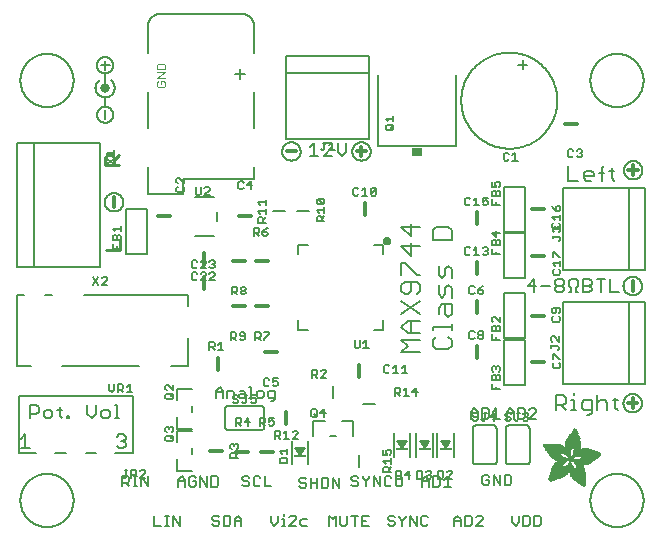
<source format=gbr>
G04 EAGLE Gerber RS-274X export*
G75*
%MOMM*%
%FSLAX34Y34*%
%LPD*%
%INSilkscreen Top*%
%IPPOS*%
%AMOC8*
5,1,8,0,0,1.08239X$1,22.5*%
G01*
%ADD10C,0.203200*%
%ADD11C,0.152400*%
%ADD12C,0.254000*%
%ADD13C,0.127000*%
%ADD14C,0.177800*%
%ADD15C,0.406400*%
%ADD16C,0.076200*%
%ADD17R,0.863600X0.762000*%
%ADD18C,0.304800*%
%ADD19R,1.000000X0.200000*%
%ADD20C,0.803200*%
%ADD21R,0.068600X0.007600*%
%ADD22R,0.114300X0.007600*%
%ADD23R,0.152400X0.007700*%
%ADD24R,0.182900X0.007600*%
%ADD25R,0.205700X0.007600*%
%ADD26R,0.228600X0.007600*%
%ADD27R,0.259100X0.007600*%
%ADD28R,0.274300X0.007700*%
%ADD29R,0.289500X0.007600*%
%ADD30R,0.304800X0.007600*%
%ADD31R,0.320100X0.007600*%
%ADD32R,0.342900X0.007600*%
%ADD33R,0.350500X0.007700*%
%ADD34R,0.365800X0.007600*%
%ADD35R,0.381000X0.007600*%
%ADD36R,0.388600X0.007600*%
%ADD37R,0.403800X0.007600*%
%ADD38R,0.419100X0.007700*%
%ADD39R,0.426700X0.007600*%
%ADD40R,0.441900X0.007600*%
%ADD41R,0.449600X0.007600*%
%ADD42R,0.464800X0.007600*%
%ADD43R,0.480000X0.007700*%
%ADD44R,0.487600X0.007600*%
%ADD45R,0.495300X0.007600*%
%ADD46R,0.510500X0.007600*%
%ADD47R,0.518100X0.007600*%
%ADD48R,0.525700X0.007700*%
%ADD49R,0.541000X0.007600*%
%ADD50R,0.548600X0.007600*%
%ADD51R,0.563800X0.007600*%
%ADD52R,0.571500X0.007600*%
%ADD53R,0.579100X0.007700*%
%ADD54R,0.594300X0.007600*%
%ADD55R,0.601900X0.007600*%
%ADD56R,0.609600X0.007600*%
%ADD57R,0.624800X0.007600*%
%ADD58R,0.632400X0.007700*%
%ADD59R,0.640000X0.007600*%
%ADD60R,0.655300X0.007600*%
%ADD61R,0.662900X0.007600*%
%ADD62R,0.678100X0.007600*%
%ADD63R,0.685800X0.007700*%
%ADD64R,0.693400X0.007600*%
%ADD65R,0.708600X0.007600*%
%ADD66R,0.716200X0.007600*%
%ADD67R,0.723900X0.007600*%
%ADD68R,0.739100X0.007700*%
%ADD69R,0.746700X0.007600*%
%ADD70R,0.754300X0.007600*%
%ADD71R,0.769600X0.007600*%
%ADD72R,0.777200X0.007600*%
%ADD73R,0.792400X0.007700*%
%ADD74R,0.800100X0.007600*%
%ADD75R,0.807700X0.007600*%
%ADD76R,0.822900X0.007600*%
%ADD77R,0.830500X0.007600*%
%ADD78R,0.838200X0.007700*%
%ADD79R,0.091500X0.007600*%
%ADD80R,0.853400X0.007600*%
%ADD81R,0.144700X0.007600*%
%ADD82R,0.861000X0.007600*%
%ADD83R,0.190500X0.007600*%
%ADD84R,0.876300X0.007600*%
%ADD85R,0.221000X0.007600*%
%ADD86R,0.883900X0.007600*%
%ADD87R,0.259000X0.007700*%
%ADD88R,0.891500X0.007700*%
%ADD89R,0.289600X0.007600*%
%ADD90R,0.906700X0.007600*%
%ADD91R,0.914400X0.007600*%
%ADD92R,0.350500X0.007600*%
%ADD93R,0.922000X0.007600*%
%ADD94R,0.937200X0.007600*%
%ADD95R,0.411400X0.007700*%
%ADD96R,0.944800X0.007700*%
%ADD97R,0.434300X0.007600*%
%ADD98R,0.952500X0.007600*%
%ADD99R,0.464900X0.007600*%
%ADD100R,0.967700X0.007600*%
%ADD101R,0.975300X0.007600*%
%ADD102R,0.518200X0.007600*%
%ADD103R,0.990600X0.007600*%
%ADD104R,0.548600X0.007700*%
%ADD105R,0.998200X0.007700*%
%ADD106R,1.005800X0.007600*%
%ADD107R,0.594400X0.007600*%
%ADD108R,1.021000X0.007600*%
%ADD109R,0.617200X0.007600*%
%ADD110R,1.028700X0.007600*%
%ADD111R,0.647700X0.007600*%
%ADD112R,1.036300X0.007600*%
%ADD113R,0.670500X0.007700*%
%ADD114R,1.051500X0.007700*%
%ADD115R,1.059100X0.007600*%
%ADD116R,0.716300X0.007600*%
%ADD117R,1.066800X0.007600*%
%ADD118R,0.739100X0.007600*%
%ADD119R,1.074400X0.007600*%
%ADD120R,0.762000X0.007600*%
%ADD121R,1.089600X0.007600*%
%ADD122R,0.784800X0.007700*%
%ADD123R,1.097200X0.007700*%
%ADD124R,1.104900X0.007600*%
%ADD125R,0.830600X0.007600*%
%ADD126R,1.112500X0.007600*%
%ADD127R,0.845800X0.007600*%
%ADD128R,1.120100X0.007600*%
%ADD129R,0.868700X0.007600*%
%ADD130R,1.127700X0.007600*%
%ADD131R,1.135300X0.007700*%
%ADD132R,1.143000X0.007600*%
%ADD133R,0.944900X0.007600*%
%ADD134R,1.150600X0.007600*%
%ADD135R,0.960100X0.007600*%
%ADD136R,1.158200X0.007600*%
%ADD137R,0.983000X0.007600*%
%ADD138R,1.165800X0.007600*%
%ADD139R,1.005900X0.007700*%
%ADD140R,1.173400X0.007700*%
%ADD141R,1.021100X0.007600*%
%ADD142R,1.181100X0.007600*%
%ADD143R,1.044000X0.007600*%
%ADD144R,1.188700X0.007600*%
%ADD145R,1.196300X0.007600*%
%ADD146R,1.082000X0.007600*%
%ADD147R,1.203900X0.007600*%
%ADD148R,1.104900X0.007700*%
%ADD149R,1.211500X0.007700*%
%ADD150R,1.211500X0.007600*%
%ADD151R,1.219200X0.007600*%
%ADD152R,1.226800X0.007600*%
%ADD153R,1.234400X0.007600*%
%ADD154R,1.188700X0.007700*%
%ADD155R,1.242000X0.007700*%
%ADD156R,1.242000X0.007600*%
%ADD157R,1.211600X0.007600*%
%ADD158R,1.249600X0.007600*%
%ADD159R,1.257300X0.007600*%
%ADD160R,1.264900X0.007600*%
%ADD161R,1.242100X0.007700*%
%ADD162R,1.264900X0.007700*%
%ADD163R,1.272500X0.007600*%
%ADD164R,1.265000X0.007600*%
%ADD165R,1.280100X0.007600*%
%ADD166R,1.272600X0.007600*%
%ADD167R,1.287700X0.007600*%
%ADD168R,1.287800X0.007600*%
%ADD169R,1.295400X0.007700*%
%ADD170R,1.303000X0.007600*%
%ADD171R,1.318200X0.007600*%
%ADD172R,1.310600X0.007600*%
%ADD173R,1.325900X0.007600*%
%ADD174R,1.341100X0.007700*%
%ADD175R,1.318200X0.007700*%
%ADD176R,1.341100X0.007600*%
%ADD177R,1.325800X0.007600*%
%ADD178R,1.348700X0.007600*%
%ADD179R,1.364000X0.007600*%
%ADD180R,1.333500X0.007600*%
%ADD181R,1.371600X0.007700*%
%ADD182R,1.379200X0.007600*%
%ADD183R,1.379300X0.007600*%
%ADD184R,1.386900X0.007600*%
%ADD185R,1.394500X0.007600*%
%ADD186R,1.356300X0.007600*%
%ADD187R,1.394400X0.007700*%
%ADD188R,1.356300X0.007700*%
%ADD189R,1.402000X0.007600*%
%ADD190R,1.409700X0.007600*%
%ADD191R,1.363900X0.007600*%
%ADD192R,1.417300X0.007600*%
%ADD193R,1.371600X0.007600*%
%ADD194R,1.424900X0.007700*%
%ADD195R,1.424900X0.007600*%
%ADD196R,1.432600X0.007600*%
%ADD197R,1.440200X0.007600*%
%ADD198R,1.386800X0.007600*%
%ADD199R,1.447800X0.007700*%
%ADD200R,1.386800X0.007700*%
%ADD201R,1.447800X0.007600*%
%ADD202R,1.455500X0.007600*%
%ADD203R,1.394400X0.007600*%
%ADD204R,1.463100X0.007600*%
%ADD205R,1.455400X0.007700*%
%ADD206R,1.463000X0.007600*%
%ADD207R,1.470600X0.007600*%
%ADD208R,1.470600X0.007700*%
%ADD209R,1.409700X0.007700*%
%ADD210R,1.470700X0.007600*%
%ADD211R,1.402100X0.007600*%
%ADD212R,1.478300X0.007600*%
%ADD213R,1.478300X0.007700*%
%ADD214R,1.402100X0.007700*%
%ADD215R,1.485900X0.007600*%
%ADD216R,1.485900X0.007700*%
%ADD217R,1.493500X0.007700*%
%ADD218R,1.493500X0.007600*%
%ADD219R,1.394500X0.007700*%
%ADD220R,1.493600X0.007700*%
%ADD221R,1.386900X0.007700*%
%ADD222R,1.379200X0.007700*%
%ADD223R,2.857500X0.007700*%
%ADD224R,2.857500X0.007600*%
%ADD225R,2.849900X0.007600*%
%ADD226R,2.842300X0.007600*%
%ADD227R,2.834700X0.007700*%
%ADD228R,2.827000X0.007600*%
%ADD229R,2.819400X0.007600*%
%ADD230R,2.811800X0.007600*%
%ADD231R,2.811800X0.007700*%
%ADD232R,2.804100X0.007600*%
%ADD233R,2.796500X0.007600*%
%ADD234R,1.966000X0.007600*%
%ADD235R,1.943100X0.007600*%
%ADD236R,0.754400X0.007600*%
%ADD237R,1.927900X0.007700*%
%ADD238R,0.746700X0.007700*%
%ADD239R,1.912600X0.007600*%
%ADD240R,0.731500X0.007600*%
%ADD241R,1.905000X0.007600*%
%ADD242R,1.882200X0.007600*%
%ADD243R,1.874600X0.007600*%
%ADD244R,1.866900X0.007700*%
%ADD245R,0.708700X0.007700*%
%ADD246R,1.851600X0.007600*%
%ADD247R,0.701100X0.007600*%
%ADD248R,1.844000X0.007600*%
%ADD249R,1.836400X0.007600*%
%ADD250R,1.821200X0.007600*%
%ADD251R,0.685800X0.007600*%
%ADD252R,1.813500X0.007700*%
%ADD253R,1.805900X0.007600*%
%ADD254R,0.678200X0.007600*%
%ADD255R,1.790700X0.007600*%
%ADD256R,0.670600X0.007600*%
%ADD257R,1.775500X0.007600*%
%ADD258R,1.767900X0.007700*%
%ADD259R,0.663000X0.007700*%
%ADD260R,1.760200X0.007600*%
%ADD261R,1.752600X0.007600*%
%ADD262R,0.937300X0.007600*%
%ADD263R,0.792500X0.007600*%
%ADD264R,0.899100X0.007600*%
%ADD265R,0.883900X0.007700*%
%ADD266R,0.716300X0.007700*%
%ADD267R,0.647700X0.007700*%
%ADD268R,0.640100X0.007600*%
%ADD269R,0.632500X0.007600*%
%ADD270R,0.655400X0.007600*%
%ADD271R,0.632400X0.007600*%
%ADD272R,0.845800X0.007700*%
%ADD273R,0.617200X0.007700*%
%ADD274R,0.624800X0.007700*%
%ADD275R,0.602000X0.007600*%
%ADD276R,0.838200X0.007600*%
%ADD277R,0.586700X0.007600*%
%ADD278R,0.548700X0.007600*%
%ADD279R,0.830500X0.007700*%
%ADD280R,0.541000X0.007700*%
%ADD281R,0.594300X0.007700*%
%ADD282R,0.525800X0.007600*%
%ADD283R,0.586800X0.007600*%
%ADD284R,0.815300X0.007600*%
%ADD285R,0.579200X0.007600*%
%ADD286R,0.815400X0.007600*%
%ADD287R,0.815400X0.007700*%
%ADD288R,0.571500X0.007700*%
%ADD289R,0.807800X0.007600*%
%ADD290R,0.563900X0.007600*%
%ADD291R,0.457200X0.007600*%
%ADD292R,0.442000X0.007600*%
%ADD293R,0.556300X0.007600*%
%ADD294R,0.807700X0.007700*%
%ADD295R,0.411500X0.007600*%
%ADD296R,0.533400X0.007600*%
%ADD297R,0.076200X0.007600*%
%ADD298R,0.403900X0.007600*%
%ADD299R,0.525700X0.007600*%
%ADD300R,0.388700X0.007600*%
%ADD301R,0.297200X0.007600*%
%ADD302R,0.373400X0.007700*%
%ADD303R,0.503000X0.007700*%
%ADD304R,0.426800X0.007700*%
%ADD305R,0.358100X0.007600*%
%ADD306R,0.502900X0.007600*%
%ADD307R,0.472400X0.007600*%
%ADD308R,0.487700X0.007600*%
%ADD309R,0.335300X0.007600*%
%ADD310R,0.792500X0.007700*%
%ADD311R,0.327600X0.007700*%
%ADD312R,0.472400X0.007700*%
%ADD313R,0.640000X0.007700*%
%ADD314R,0.784800X0.007600*%
%ADD315R,0.320000X0.007600*%
%ADD316R,0.792400X0.007600*%
%ADD317R,1.173400X0.007600*%
%ADD318R,1.196400X0.007600*%
%ADD319R,0.784900X0.007600*%
%ADD320R,0.784900X0.007700*%
%ADD321R,0.297200X0.007700*%
%ADD322R,1.249700X0.007600*%
%ADD323R,0.281900X0.007600*%
%ADD324R,1.295400X0.007600*%
%ADD325R,0.266700X0.007600*%
%ADD326R,0.777300X0.007700*%
%ADD327R,0.266700X0.007700*%
%ADD328R,1.333500X0.007700*%
%ADD329R,0.777300X0.007600*%
%ADD330R,1.348800X0.007600*%
%ADD331R,0.251500X0.007600*%
%ADD332R,0.243900X0.007700*%
%ADD333R,0.243900X0.007600*%
%ADD334R,1.440100X0.007600*%
%ADD335R,0.236200X0.007600*%
%ADD336R,0.762000X0.007700*%
%ADD337R,0.236200X0.007700*%
%ADD338R,1.508700X0.007700*%
%ADD339R,1.531600X0.007600*%
%ADD340R,1.546900X0.007600*%
%ADD341R,1.569700X0.007600*%
%ADD342R,1.585000X0.007600*%
%ADD343R,0.746800X0.007700*%
%ADD344R,1.607800X0.007700*%
%ADD345R,0.243800X0.007600*%
%ADD346R,1.630700X0.007600*%
%ADD347R,1.653500X0.007600*%
%ADD348R,0.739200X0.007600*%
%ADD349R,1.684000X0.007600*%
%ADD350R,2.019300X0.007600*%
%ADD351R,0.731500X0.007700*%
%ADD352R,2.026900X0.007700*%
%ADD353R,2.049800X0.007600*%
%ADD354R,2.057400X0.007600*%
%ADD355R,0.708700X0.007600*%
%ADD356R,2.072600X0.007600*%
%ADD357R,0.701000X0.007600*%
%ADD358R,2.095500X0.007600*%
%ADD359R,0.693500X0.007700*%
%ADD360R,2.110800X0.007700*%
%ADD361R,2.141200X0.007600*%
%ADD362R,0.060900X0.007600*%
%ADD363R,2.872700X0.007600*%
%ADD364R,3.124200X0.007600*%
%ADD365R,3.177600X0.007600*%
%ADD366R,3.215600X0.007700*%
%ADD367R,3.253700X0.007600*%
%ADD368R,3.284300X0.007600*%
%ADD369R,3.314700X0.007600*%
%ADD370R,3.352800X0.007600*%
%ADD371R,3.375600X0.007700*%
%ADD372R,3.406200X0.007600*%
%ADD373R,3.429000X0.007600*%
%ADD374R,3.451800X0.007600*%
%ADD375R,3.482400X0.007600*%
%ADD376R,1.828800X0.007700*%
%ADD377R,1.539300X0.007700*%
%ADD378R,1.767900X0.007600*%
%ADD379R,1.767800X0.007600*%
%ADD380R,1.760200X0.007700*%
%ADD381R,1.760300X0.007600*%
%ADD382R,1.775400X0.007700*%
%ADD383R,1.379300X0.007700*%
%ADD384R,1.783000X0.007600*%
%ADD385R,1.813500X0.007600*%
%ADD386R,1.821100X0.007700*%
%ADD387R,0.503000X0.007600*%
%ADD388R,1.135400X0.007600*%
%ADD389R,1.127700X0.007700*%
%ADD390R,0.487700X0.007700*%
%ADD391R,1.120200X0.007600*%
%ADD392R,1.097300X0.007600*%
%ADD393R,0.510600X0.007600*%
%ADD394R,1.074400X0.007700*%
%ADD395R,0.525800X0.007700*%
%ADD396R,1.440200X0.007700*%
%ADD397R,1.059200X0.007600*%
%ADD398R,1.051600X0.007600*%
%ADD399R,1.051500X0.007600*%
%ADD400R,1.043900X0.007700*%
%ADD401R,0.602000X0.007700*%
%ADD402R,1.524000X0.007600*%
%ADD403R,1.539300X0.007600*%
%ADD404R,1.592600X0.007600*%
%ADD405R,1.021100X0.007700*%
%ADD406R,1.615400X0.007700*%
%ADD407R,1.013400X0.007600*%
%ADD408R,1.653600X0.007600*%
%ADD409R,1.013500X0.007600*%
%ADD410R,1.699300X0.007600*%
%ADD411R,2.743200X0.007600*%
%ADD412R,1.005900X0.007600*%
%ADD413R,2.415500X0.007600*%
%ADD414R,1.005800X0.007700*%
%ADD415R,0.281900X0.007700*%
%ADD416R,2.408000X0.007700*%
%ADD417R,2.407900X0.007600*%
%ADD418R,0.998200X0.007600*%
%ADD419R,0.282000X0.007600*%
%ADD420R,0.998300X0.007600*%
%ADD421R,2.400300X0.007600*%
%ADD422R,0.289500X0.007700*%
%ADD423R,2.400300X0.007700*%
%ADD424R,0.297100X0.007600*%
%ADD425R,0.312400X0.007600*%
%ADD426R,2.392700X0.007600*%
%ADD427R,0.990600X0.007700*%
%ADD428R,0.327700X0.007700*%
%ADD429R,2.392700X0.007700*%
%ADD430R,2.385100X0.007600*%
%ADD431R,0.381000X0.007700*%
%ADD432R,2.377400X0.007700*%
%ADD433R,2.377400X0.007600*%
%ADD434R,2.369800X0.007600*%
%ADD435R,0.419100X0.007600*%
%ADD436R,2.362200X0.007600*%
%ADD437R,0.426800X0.007600*%
%ADD438R,1.036300X0.007700*%
%ADD439R,0.442000X0.007700*%
%ADD440R,2.354600X0.007700*%
%ADD441R,2.354600X0.007600*%
%ADD442R,0.480100X0.007600*%
%ADD443R,2.347000X0.007600*%
%ADD444R,1.074500X0.007600*%
%ADD445R,2.339400X0.007600*%
%ADD446R,1.082100X0.007700*%
%ADD447R,0.548700X0.007700*%
%ADD448R,2.331800X0.007700*%
%ADD449R,2.331800X0.007600*%
%ADD450R,0.624900X0.007600*%
%ADD451R,2.324100X0.007600*%
%ADD452R,1.859300X0.007600*%
%ADD453R,2.308800X0.007600*%
%ADD454R,2.301200X0.007700*%
%ADD455R,2.301200X0.007600*%
%ADD456R,2.293600X0.007600*%
%ADD457R,2.278400X0.007600*%
%ADD458R,1.889800X0.007600*%
%ADD459R,2.270700X0.007600*%
%ADD460R,1.897400X0.007700*%
%ADD461R,2.255500X0.007700*%
%ADD462R,1.897400X0.007600*%
%ADD463R,2.247900X0.007600*%
%ADD464R,2.232600X0.007600*%
%ADD465R,1.912700X0.007600*%
%ADD466R,2.209800X0.007600*%
%ADD467R,1.920300X0.007600*%
%ADD468R,2.186900X0.007600*%
%ADD469R,1.920300X0.007700*%
%ADD470R,2.171700X0.007700*%
%ADD471R,1.935500X0.007600*%
%ADD472R,2.148800X0.007600*%
%ADD473R,2.126000X0.007600*%
%ADD474R,1.950700X0.007600*%
%ADD475R,1.958400X0.007700*%
%ADD476R,2.042200X0.007700*%
%ADD477R,1.973600X0.007600*%
%ADD478R,1.996500X0.007600*%
%ADD479R,1.981200X0.007600*%
%ADD480R,1.988800X0.007600*%
%ADD481R,1.996400X0.007700*%
%ADD482R,1.996400X0.007600*%
%ADD483R,2.004100X0.007600*%
%ADD484R,1.874500X0.007600*%
%ADD485R,1.425000X0.007600*%
%ADD486R,2.026900X0.007600*%
%ADD487R,0.434400X0.007700*%
%ADD488R,1.364000X0.007700*%
%ADD489R,2.034500X0.007600*%
%ADD490R,0.434400X0.007600*%
%ADD491R,2.049700X0.007600*%
%ADD492R,2.065000X0.007700*%
%ADD493R,0.464800X0.007700*%
%ADD494R,1.196300X0.007700*%
%ADD495R,2.080300X0.007600*%
%ADD496R,1.158300X0.007600*%
%ADD497R,2.087900X0.007600*%
%ADD498R,0.472500X0.007600*%
%ADD499R,2.103100X0.007600*%
%ADD500R,2.118400X0.007600*%
%ADD501R,2.133600X0.007600*%
%ADD502R,2.148800X0.007700*%
%ADD503R,2.164000X0.007600*%
%ADD504R,2.171700X0.007600*%
%ADD505R,2.187000X0.007600*%
%ADD506R,0.556200X0.007600*%
%ADD507R,2.202200X0.007700*%
%ADD508R,0.556200X0.007700*%
%ADD509R,0.640100X0.007700*%
%ADD510R,0.579100X0.007600*%
%ADD511R,0.480000X0.007600*%
%ADD512R,1.752600X0.007700*%
%ADD513R,0.487600X0.007700*%
%ADD514R,0.594400X0.007700*%
%ADD515R,0.358100X0.007700*%
%ADD516R,0.099000X0.007600*%
%ADD517R,1.280200X0.007600*%
%ADD518R,1.745000X0.007600*%
%ADD519R,1.744900X0.007600*%
%ADD520R,1.737300X0.007700*%
%ADD521R,1.737400X0.007600*%
%ADD522R,1.729800X0.007600*%
%ADD523R,1.722200X0.007600*%
%ADD524R,1.722100X0.007600*%
%ADD525R,1.714500X0.007700*%
%ADD526R,1.356400X0.007700*%
%ADD527R,1.706900X0.007600*%
%ADD528R,1.356400X0.007600*%
%ADD529R,1.691700X0.007600*%
%ADD530R,1.668800X0.007700*%
%ADD531R,1.645900X0.007600*%
%ADD532R,1.623100X0.007600*%
%ADD533R,1.577400X0.007600*%
%ADD534R,1.554400X0.007600*%
%ADD535R,1.539200X0.007600*%
%ADD536R,1.524000X0.007700*%
%ADD537R,1.501100X0.007600*%
%ADD538R,1.455400X0.007600*%
%ADD539R,1.348800X0.007700*%
%ADD540R,1.318300X0.007600*%
%ADD541R,1.310600X0.007700*%
%ADD542R,1.287800X0.007700*%
%ADD543R,1.234500X0.007600*%
%ADD544R,1.226900X0.007600*%
%ADD545R,1.173500X0.007700*%
%ADD546R,1.173500X0.007600*%
%ADD547R,1.165900X0.007600*%
%ADD548R,1.143000X0.007700*%
%ADD549R,1.127800X0.007600*%
%ADD550R,1.097200X0.007600*%
%ADD551R,1.028700X0.007700*%
%ADD552R,0.982900X0.007600*%
%ADD553R,0.952500X0.007700*%
%ADD554R,0.929600X0.007600*%
%ADD555R,0.906800X0.007700*%
%ADD556R,0.906800X0.007600*%
%ADD557R,0.899200X0.007600*%
%ADD558R,0.884000X0.007600*%
%ADD559R,0.876300X0.007700*%
%ADD560R,0.830600X0.007700*%
%ADD561R,0.754400X0.007700*%
%ADD562R,0.746800X0.007600*%
%ADD563R,0.708600X0.007700*%
%ADD564R,0.678200X0.007700*%
%ADD565R,0.663000X0.007600*%
%ADD566R,0.632500X0.007700*%
%ADD567R,0.556300X0.007700*%
%ADD568R,0.518200X0.007700*%
%ADD569R,0.434300X0.007700*%
%ADD570R,0.396300X0.007700*%
%ADD571R,0.373300X0.007600*%
%ADD572R,0.365700X0.007600*%
%ADD573R,0.327700X0.007600*%
%ADD574R,0.304800X0.007700*%
%ADD575R,0.274300X0.007600*%
%ADD576R,0.243800X0.007700*%
%ADD577R,0.205800X0.007600*%
%ADD578R,0.152400X0.007600*%
%ADD579R,0.121900X0.007700*%

G36*
X326186Y70385D02*
X326186Y70385D01*
X326213Y70385D01*
X326324Y70417D01*
X326437Y70443D01*
X326460Y70456D01*
X326486Y70464D01*
X326584Y70526D01*
X326685Y70582D01*
X326701Y70600D01*
X326726Y70615D01*
X326911Y70823D01*
X326915Y70827D01*
X328915Y73827D01*
X328946Y73891D01*
X328986Y73951D01*
X329007Y74019D01*
X329038Y74083D01*
X329050Y74154D01*
X329071Y74222D01*
X329073Y74293D01*
X329085Y74364D01*
X329077Y74435D01*
X329079Y74506D01*
X329061Y74575D01*
X329052Y74646D01*
X329025Y74712D01*
X329007Y74781D01*
X328970Y74842D01*
X328943Y74908D01*
X328898Y74964D01*
X328862Y75026D01*
X328810Y75075D01*
X328765Y75130D01*
X328707Y75171D01*
X328654Y75220D01*
X328591Y75253D01*
X328533Y75294D01*
X328465Y75317D01*
X328401Y75350D01*
X328342Y75360D01*
X328264Y75387D01*
X328145Y75393D01*
X328070Y75405D01*
X324070Y75405D01*
X323999Y75395D01*
X323927Y75395D01*
X323859Y75375D01*
X323789Y75365D01*
X323723Y75336D01*
X323654Y75316D01*
X323594Y75278D01*
X323529Y75249D01*
X323474Y75203D01*
X323414Y75165D01*
X323366Y75112D01*
X323312Y75066D01*
X323272Y75006D01*
X323225Y74952D01*
X323194Y74888D01*
X323155Y74829D01*
X323133Y74761D01*
X323102Y74696D01*
X323090Y74626D01*
X323069Y74558D01*
X323067Y74486D01*
X323055Y74416D01*
X323063Y74345D01*
X323061Y74274D01*
X323080Y74204D01*
X323088Y74133D01*
X323113Y74078D01*
X323133Y73999D01*
X323194Y73896D01*
X323225Y73827D01*
X325225Y70827D01*
X325302Y70740D01*
X325375Y70650D01*
X325397Y70635D01*
X325415Y70615D01*
X325512Y70553D01*
X325607Y70486D01*
X325633Y70478D01*
X325655Y70463D01*
X325766Y70431D01*
X325876Y70393D01*
X325903Y70392D01*
X325928Y70385D01*
X326044Y70385D01*
X326160Y70379D01*
X326186Y70385D01*
G37*
G36*
X345236Y70385D02*
X345236Y70385D01*
X345263Y70385D01*
X345374Y70417D01*
X345487Y70443D01*
X345510Y70456D01*
X345536Y70464D01*
X345634Y70526D01*
X345735Y70582D01*
X345751Y70600D01*
X345776Y70615D01*
X345961Y70823D01*
X345965Y70827D01*
X347965Y73827D01*
X347996Y73891D01*
X348036Y73951D01*
X348057Y74019D01*
X348088Y74083D01*
X348100Y74154D01*
X348121Y74222D01*
X348123Y74293D01*
X348135Y74364D01*
X348127Y74435D01*
X348129Y74506D01*
X348111Y74575D01*
X348102Y74646D01*
X348075Y74712D01*
X348057Y74781D01*
X348020Y74842D01*
X347993Y74908D01*
X347948Y74964D01*
X347912Y75026D01*
X347860Y75075D01*
X347815Y75130D01*
X347757Y75171D01*
X347704Y75220D01*
X347641Y75253D01*
X347583Y75294D01*
X347515Y75317D01*
X347451Y75350D01*
X347392Y75360D01*
X347314Y75387D01*
X347195Y75393D01*
X347120Y75405D01*
X343120Y75405D01*
X343049Y75395D01*
X342977Y75395D01*
X342909Y75375D01*
X342839Y75365D01*
X342773Y75336D01*
X342704Y75316D01*
X342644Y75278D01*
X342579Y75249D01*
X342524Y75203D01*
X342464Y75165D01*
X342416Y75112D01*
X342362Y75066D01*
X342322Y75006D01*
X342275Y74952D01*
X342244Y74888D01*
X342205Y74829D01*
X342183Y74761D01*
X342152Y74696D01*
X342140Y74626D01*
X342119Y74558D01*
X342117Y74486D01*
X342105Y74416D01*
X342113Y74345D01*
X342111Y74274D01*
X342130Y74204D01*
X342138Y74133D01*
X342163Y74078D01*
X342183Y73999D01*
X342244Y73896D01*
X342275Y73827D01*
X344275Y70827D01*
X344352Y70740D01*
X344425Y70650D01*
X344447Y70635D01*
X344465Y70615D01*
X344562Y70553D01*
X344657Y70486D01*
X344683Y70478D01*
X344705Y70463D01*
X344816Y70431D01*
X344926Y70393D01*
X344953Y70392D01*
X344978Y70385D01*
X345094Y70385D01*
X345210Y70379D01*
X345236Y70385D01*
G37*
G36*
X363016Y70385D02*
X363016Y70385D01*
X363043Y70385D01*
X363154Y70417D01*
X363267Y70443D01*
X363290Y70456D01*
X363316Y70464D01*
X363414Y70526D01*
X363515Y70582D01*
X363531Y70600D01*
X363556Y70615D01*
X363741Y70823D01*
X363745Y70827D01*
X365745Y73827D01*
X365776Y73891D01*
X365816Y73951D01*
X365837Y74019D01*
X365868Y74083D01*
X365880Y74154D01*
X365901Y74222D01*
X365903Y74293D01*
X365915Y74364D01*
X365907Y74435D01*
X365909Y74506D01*
X365891Y74575D01*
X365882Y74646D01*
X365855Y74712D01*
X365837Y74781D01*
X365800Y74842D01*
X365773Y74908D01*
X365728Y74964D01*
X365692Y75026D01*
X365640Y75075D01*
X365595Y75130D01*
X365537Y75171D01*
X365484Y75220D01*
X365421Y75253D01*
X365363Y75294D01*
X365295Y75317D01*
X365231Y75350D01*
X365172Y75360D01*
X365094Y75387D01*
X364975Y75393D01*
X364900Y75405D01*
X360900Y75405D01*
X360829Y75395D01*
X360757Y75395D01*
X360689Y75375D01*
X360619Y75365D01*
X360553Y75336D01*
X360484Y75316D01*
X360424Y75278D01*
X360359Y75249D01*
X360304Y75203D01*
X360244Y75165D01*
X360196Y75112D01*
X360142Y75066D01*
X360102Y75006D01*
X360055Y74952D01*
X360024Y74888D01*
X359985Y74829D01*
X359963Y74761D01*
X359932Y74696D01*
X359920Y74626D01*
X359899Y74558D01*
X359897Y74486D01*
X359885Y74416D01*
X359893Y74345D01*
X359891Y74274D01*
X359910Y74204D01*
X359918Y74133D01*
X359943Y74078D01*
X359963Y73999D01*
X360024Y73896D01*
X360055Y73827D01*
X362055Y70827D01*
X362132Y70740D01*
X362205Y70650D01*
X362227Y70635D01*
X362245Y70615D01*
X362342Y70553D01*
X362437Y70486D01*
X362463Y70478D01*
X362485Y70463D01*
X362596Y70431D01*
X362706Y70393D01*
X362733Y70392D01*
X362758Y70385D01*
X362874Y70385D01*
X362990Y70379D01*
X363016Y70385D01*
G37*
G36*
X239826Y64035D02*
X239826Y64035D01*
X239853Y64035D01*
X239964Y64067D01*
X240077Y64093D01*
X240100Y64106D01*
X240126Y64114D01*
X240224Y64176D01*
X240325Y64232D01*
X240341Y64250D01*
X240366Y64265D01*
X240551Y64473D01*
X240555Y64477D01*
X242555Y67477D01*
X242586Y67541D01*
X242626Y67601D01*
X242647Y67669D01*
X242678Y67733D01*
X242690Y67804D01*
X242711Y67872D01*
X242713Y67943D01*
X242725Y68014D01*
X242717Y68085D01*
X242719Y68156D01*
X242701Y68225D01*
X242692Y68296D01*
X242665Y68362D01*
X242647Y68431D01*
X242610Y68492D01*
X242583Y68558D01*
X242538Y68614D01*
X242502Y68676D01*
X242450Y68725D01*
X242405Y68780D01*
X242347Y68821D01*
X242294Y68870D01*
X242231Y68903D01*
X242173Y68944D01*
X242105Y68967D01*
X242041Y69000D01*
X241982Y69010D01*
X241904Y69037D01*
X241785Y69043D01*
X241710Y69055D01*
X237710Y69055D01*
X237639Y69045D01*
X237567Y69045D01*
X237499Y69025D01*
X237429Y69015D01*
X237363Y68986D01*
X237294Y68966D01*
X237234Y68928D01*
X237169Y68899D01*
X237114Y68853D01*
X237054Y68815D01*
X237006Y68762D01*
X236952Y68716D01*
X236912Y68656D01*
X236865Y68602D01*
X236834Y68538D01*
X236795Y68479D01*
X236773Y68411D01*
X236742Y68346D01*
X236730Y68276D01*
X236709Y68208D01*
X236707Y68136D01*
X236695Y68066D01*
X236703Y67995D01*
X236701Y67924D01*
X236720Y67854D01*
X236728Y67783D01*
X236753Y67728D01*
X236773Y67649D01*
X236834Y67546D01*
X236865Y67477D01*
X238865Y64477D01*
X238942Y64390D01*
X239015Y64300D01*
X239037Y64285D01*
X239055Y64265D01*
X239152Y64203D01*
X239247Y64136D01*
X239273Y64128D01*
X239295Y64113D01*
X239406Y64081D01*
X239516Y64043D01*
X239543Y64042D01*
X239568Y64035D01*
X239684Y64035D01*
X239800Y64029D01*
X239826Y64035D01*
G37*
D10*
X248045Y324284D02*
X251604Y327843D01*
X251604Y317166D01*
X248045Y317166D02*
X255163Y317166D01*
X259739Y317166D02*
X266857Y317166D01*
X259739Y317166D02*
X266857Y324284D01*
X266857Y326064D01*
X265078Y327843D01*
X261518Y327843D01*
X259739Y326064D01*
X271433Y327843D02*
X271433Y320725D01*
X274992Y317166D01*
X278551Y320725D01*
X278551Y327843D01*
D11*
X89342Y45965D02*
X89342Y37322D01*
X89342Y45965D02*
X93664Y45965D01*
X95104Y44525D01*
X95104Y41644D01*
X93664Y40203D01*
X89342Y40203D01*
X92223Y40203D02*
X95104Y37322D01*
X98697Y37322D02*
X101578Y37322D01*
X100138Y37322D02*
X100138Y45965D01*
X101578Y45965D02*
X98697Y45965D01*
X104934Y45965D02*
X104934Y37322D01*
X110696Y37322D02*
X104934Y45965D01*
X110696Y45965D02*
X110696Y37322D01*
X116282Y12215D02*
X116282Y3572D01*
X122044Y3572D01*
X125637Y3572D02*
X128518Y3572D01*
X127078Y3572D02*
X127078Y12215D01*
X128518Y12215D02*
X125637Y12215D01*
X131874Y12215D02*
X131874Y3572D01*
X137636Y3572D02*
X131874Y12215D01*
X137636Y12215D02*
X137636Y3572D01*
X136602Y37052D02*
X136602Y42814D01*
X139483Y45695D01*
X142364Y42814D01*
X142364Y37052D01*
X142364Y41374D02*
X136602Y41374D01*
X150279Y45695D02*
X151719Y44255D01*
X150279Y45695D02*
X147398Y45695D01*
X145957Y44255D01*
X145957Y38493D01*
X147398Y37052D01*
X150279Y37052D01*
X151719Y38493D01*
X151719Y41374D01*
X148838Y41374D01*
X155312Y45695D02*
X155312Y37052D01*
X161075Y37052D02*
X155312Y45695D01*
X161075Y45695D02*
X161075Y37052D01*
X164668Y37052D02*
X164668Y45695D01*
X164668Y37052D02*
X168989Y37052D01*
X170430Y38493D01*
X170430Y44255D01*
X168989Y45695D01*
X164668Y45695D01*
X215072Y12485D02*
X215072Y6723D01*
X217953Y3842D01*
X220834Y6723D01*
X220834Y12485D01*
X224427Y9604D02*
X225868Y9604D01*
X225868Y3842D01*
X227308Y3842D02*
X224427Y3842D01*
X225868Y12485D02*
X225868Y13926D01*
X230664Y3842D02*
X236426Y3842D01*
X230664Y3842D02*
X236426Y9604D01*
X236426Y11045D01*
X234986Y12485D01*
X232105Y12485D01*
X230664Y11045D01*
X241460Y9604D02*
X245781Y9604D01*
X241460Y9604D02*
X240019Y8164D01*
X240019Y5283D01*
X241460Y3842D01*
X245781Y3842D01*
X419272Y6723D02*
X419272Y12485D01*
X419272Y6723D02*
X422153Y3842D01*
X425034Y6723D01*
X425034Y12485D01*
X428627Y12485D02*
X428627Y3842D01*
X432949Y3842D01*
X434389Y5283D01*
X434389Y11045D01*
X432949Y12485D01*
X428627Y12485D01*
X437982Y12485D02*
X437982Y3842D01*
X442304Y3842D01*
X443745Y5283D01*
X443745Y11045D01*
X442304Y12485D01*
X437982Y12485D01*
X399904Y45525D02*
X398464Y46965D01*
X395583Y46965D01*
X394142Y45525D01*
X394142Y39763D01*
X395583Y38322D01*
X398464Y38322D01*
X399904Y39763D01*
X399904Y42644D01*
X397023Y42644D01*
X403497Y46965D02*
X403497Y38322D01*
X409259Y38322D02*
X403497Y46965D01*
X409259Y46965D02*
X409259Y38322D01*
X412852Y38322D02*
X412852Y46965D01*
X412852Y38322D02*
X417174Y38322D01*
X418615Y39763D01*
X418615Y45525D01*
X417174Y46965D01*
X412852Y46965D01*
X244964Y43255D02*
X243524Y44695D01*
X240643Y44695D01*
X239202Y43255D01*
X239202Y41814D01*
X240643Y40374D01*
X243524Y40374D01*
X244964Y38933D01*
X244964Y37493D01*
X243524Y36052D01*
X240643Y36052D01*
X239202Y37493D01*
X248557Y36052D02*
X248557Y44695D01*
X248557Y40374D02*
X254319Y40374D01*
X254319Y44695D02*
X254319Y36052D01*
X257912Y36052D02*
X257912Y44695D01*
X257912Y36052D02*
X262234Y36052D01*
X263675Y37493D01*
X263675Y43255D01*
X262234Y44695D01*
X257912Y44695D01*
X267268Y44695D02*
X267268Y36052D01*
X273030Y36052D02*
X267268Y44695D01*
X273030Y44695D02*
X273030Y36052D01*
X264332Y12215D02*
X264332Y3572D01*
X267213Y9334D02*
X264332Y12215D01*
X267213Y9334D02*
X270094Y12215D01*
X270094Y3572D01*
X273687Y5013D02*
X273687Y12215D01*
X273687Y5013D02*
X275128Y3572D01*
X278009Y3572D01*
X279449Y5013D01*
X279449Y12215D01*
X285924Y12215D02*
X285924Y3572D01*
X283042Y12215D02*
X288805Y12215D01*
X292398Y12215D02*
X298160Y12215D01*
X292398Y12215D02*
X292398Y3572D01*
X298160Y3572D01*
X295279Y7894D02*
X292398Y7894D01*
X171304Y11045D02*
X169864Y12485D01*
X166983Y12485D01*
X165542Y11045D01*
X165542Y9604D01*
X166983Y8164D01*
X169864Y8164D01*
X171304Y6723D01*
X171304Y5283D01*
X169864Y3842D01*
X166983Y3842D01*
X165542Y5283D01*
X174897Y3842D02*
X174897Y12485D01*
X174897Y3842D02*
X179219Y3842D01*
X180659Y5283D01*
X180659Y11045D01*
X179219Y12485D01*
X174897Y12485D01*
X184252Y9604D02*
X184252Y3842D01*
X184252Y9604D02*
X187134Y12485D01*
X190015Y9604D01*
X190015Y3842D01*
X190015Y8164D02*
X184252Y8164D01*
X196704Y44525D02*
X195264Y45965D01*
X192383Y45965D01*
X190942Y44525D01*
X190942Y43084D01*
X192383Y41644D01*
X195264Y41644D01*
X196704Y40203D01*
X196704Y38763D01*
X195264Y37322D01*
X192383Y37322D01*
X190942Y38763D01*
X204619Y45965D02*
X206059Y44525D01*
X204619Y45965D02*
X201738Y45965D01*
X200297Y44525D01*
X200297Y38763D01*
X201738Y37322D01*
X204619Y37322D01*
X206059Y38763D01*
X209652Y37322D02*
X209652Y45965D01*
X209652Y37322D02*
X215415Y37322D01*
X343072Y37052D02*
X343072Y42814D01*
X345953Y45695D01*
X348834Y42814D01*
X348834Y37052D01*
X348834Y41374D02*
X343072Y41374D01*
X352427Y45695D02*
X352427Y37052D01*
X356749Y37052D01*
X358189Y38493D01*
X358189Y44255D01*
X356749Y45695D01*
X352427Y45695D01*
X361782Y42814D02*
X364664Y45695D01*
X364664Y37052D01*
X367545Y37052D02*
X361782Y37052D01*
X370012Y9604D02*
X370012Y3842D01*
X370012Y9604D02*
X372893Y12485D01*
X375774Y9604D01*
X375774Y3842D01*
X375774Y8164D02*
X370012Y8164D01*
X379367Y12485D02*
X379367Y3842D01*
X383689Y3842D01*
X385129Y5283D01*
X385129Y11045D01*
X383689Y12485D01*
X379367Y12485D01*
X388722Y3842D02*
X394485Y3842D01*
X394485Y9604D02*
X388722Y3842D01*
X394485Y9604D02*
X394485Y11045D01*
X393044Y12485D01*
X390163Y12485D01*
X388722Y11045D01*
X319894Y11045D02*
X318454Y12485D01*
X315573Y12485D01*
X314132Y11045D01*
X314132Y9604D01*
X315573Y8164D01*
X318454Y8164D01*
X319894Y6723D01*
X319894Y5283D01*
X318454Y3842D01*
X315573Y3842D01*
X314132Y5283D01*
X323487Y11045D02*
X323487Y12485D01*
X323487Y11045D02*
X326368Y8164D01*
X329249Y11045D01*
X329249Y12485D01*
X326368Y8164D02*
X326368Y3842D01*
X332842Y3842D02*
X332842Y12485D01*
X338605Y3842D01*
X338605Y12485D01*
X346519Y12485D02*
X347960Y11045D01*
X346519Y12485D02*
X343638Y12485D01*
X342198Y11045D01*
X342198Y5283D01*
X343638Y3842D01*
X346519Y3842D01*
X347960Y5283D01*
X288954Y44525D02*
X287514Y45965D01*
X284633Y45965D01*
X283192Y44525D01*
X283192Y43084D01*
X284633Y41644D01*
X287514Y41644D01*
X288954Y40203D01*
X288954Y38763D01*
X287514Y37322D01*
X284633Y37322D01*
X283192Y38763D01*
X292547Y44525D02*
X292547Y45965D01*
X292547Y44525D02*
X295428Y41644D01*
X298309Y44525D01*
X298309Y45965D01*
X295428Y41644D02*
X295428Y37322D01*
X301902Y37322D02*
X301902Y45965D01*
X307665Y37322D01*
X307665Y45965D01*
X315579Y45965D02*
X317020Y44525D01*
X315579Y45965D02*
X312698Y45965D01*
X311258Y44525D01*
X311258Y38763D01*
X312698Y37322D01*
X315579Y37322D01*
X317020Y38763D01*
X322053Y45965D02*
X324934Y45965D01*
X322053Y45965D02*
X320613Y44525D01*
X320613Y38763D01*
X322053Y37322D01*
X324934Y37322D01*
X326375Y38763D01*
X326375Y44525D01*
X324934Y45965D01*
X10922Y94742D02*
X10922Y105928D01*
X16515Y105928D01*
X18379Y104063D01*
X18379Y100335D01*
X16515Y98471D01*
X10922Y98471D01*
X24480Y94742D02*
X28209Y94742D01*
X30073Y96606D01*
X30073Y100335D01*
X28209Y102199D01*
X24480Y102199D01*
X22616Y100335D01*
X22616Y96606D01*
X24480Y94742D01*
X36174Y96606D02*
X36174Y104063D01*
X36174Y96606D02*
X38038Y94742D01*
X38038Y102199D02*
X34310Y102199D01*
X42106Y96606D02*
X42106Y94742D01*
X42106Y96606D02*
X43970Y96606D01*
X43970Y94742D01*
X42106Y94742D01*
X59647Y98471D02*
X59647Y105928D01*
X59647Y98471D02*
X63375Y94742D01*
X67104Y98471D01*
X67104Y105928D01*
X73205Y94742D02*
X76934Y94742D01*
X78798Y96606D01*
X78798Y100335D01*
X76934Y102199D01*
X73205Y102199D01*
X71341Y100335D01*
X71341Y96606D01*
X73205Y94742D01*
X83035Y105928D02*
X84899Y105928D01*
X84899Y94742D01*
X83035Y94742D02*
X86763Y94742D01*
D12*
X86230Y309610D02*
X74536Y309610D01*
X74536Y315457D01*
X76485Y317406D01*
X80383Y317406D01*
X82332Y315457D01*
X82332Y309610D01*
X82332Y313508D02*
X86230Y317406D01*
X87230Y237760D02*
X75536Y237760D01*
X87230Y237760D02*
X87230Y245556D01*
D13*
X168602Y118327D02*
X168602Y112395D01*
X168602Y118327D02*
X171568Y121293D01*
X174534Y118327D01*
X174534Y112395D01*
X174534Y116844D02*
X168602Y116844D01*
X177957Y118327D02*
X177957Y112395D01*
X177957Y118327D02*
X182406Y118327D01*
X183889Y116844D01*
X183889Y112395D01*
X188796Y118327D02*
X191761Y118327D01*
X193244Y116844D01*
X193244Y112395D01*
X188796Y112395D01*
X187313Y113878D01*
X188796Y115361D01*
X193244Y115361D01*
X196668Y121293D02*
X198151Y121293D01*
X198151Y112395D01*
X196668Y112395D02*
X199634Y112395D01*
X204388Y112395D02*
X207353Y112395D01*
X208836Y113878D01*
X208836Y116844D01*
X207353Y118327D01*
X204388Y118327D01*
X202905Y116844D01*
X202905Y113878D01*
X204388Y112395D01*
X215226Y109429D02*
X216709Y109429D01*
X218192Y110912D01*
X218192Y118327D01*
X213743Y118327D01*
X212260Y116844D01*
X212260Y113878D01*
X213743Y112395D01*
X218192Y112395D01*
X384175Y100547D02*
X384175Y94615D01*
X384175Y100547D02*
X387141Y103513D01*
X390107Y100547D01*
X390107Y94615D01*
X390107Y99064D02*
X384175Y99064D01*
X393530Y103513D02*
X393530Y94615D01*
X397979Y94615D01*
X399462Y96098D01*
X399462Y102030D01*
X397979Y103513D01*
X393530Y103513D01*
X402885Y100547D02*
X405851Y103513D01*
X405851Y94615D01*
X402885Y94615D02*
X408817Y94615D01*
X414655Y94615D02*
X414655Y100547D01*
X417621Y103513D01*
X420587Y100547D01*
X420587Y94615D01*
X420587Y99064D02*
X414655Y99064D01*
X424010Y103513D02*
X424010Y94615D01*
X428459Y94615D01*
X429942Y96098D01*
X429942Y102030D01*
X428459Y103513D01*
X424010Y103513D01*
X433365Y94615D02*
X439297Y94615D01*
X433365Y94615D02*
X439297Y100547D01*
X439297Y102030D01*
X437814Y103513D01*
X434848Y103513D01*
X433365Y102030D01*
D14*
X466740Y296037D02*
X466740Y308494D01*
X466740Y296037D02*
X475045Y296037D01*
X481914Y296037D02*
X486066Y296037D01*
X481914Y296037D02*
X479837Y298113D01*
X479837Y302265D01*
X481914Y304341D01*
X486066Y304341D01*
X488142Y302265D01*
X488142Y300189D01*
X479837Y300189D01*
X495011Y296037D02*
X495011Y306418D01*
X497087Y308494D01*
X497087Y302265D02*
X492935Y302265D01*
X503742Y306418D02*
X503742Y298113D01*
X505818Y296037D01*
X505818Y304341D02*
X501666Y304341D01*
X456382Y114184D02*
X456382Y101727D01*
X456382Y114184D02*
X462610Y114184D01*
X464686Y112108D01*
X464686Y107955D01*
X462610Y105879D01*
X456382Y105879D01*
X460534Y105879D02*
X464686Y101727D01*
X469479Y110031D02*
X471555Y110031D01*
X471555Y101727D01*
X469479Y101727D02*
X473631Y101727D01*
X471555Y114184D02*
X471555Y116260D01*
X482363Y97575D02*
X484439Y97575D01*
X486515Y99651D01*
X486515Y110031D01*
X480286Y110031D01*
X478210Y107955D01*
X478210Y103803D01*
X480286Y101727D01*
X486515Y101727D01*
X491308Y101727D02*
X491308Y114184D01*
X493384Y110031D02*
X491308Y107955D01*
X493384Y110031D02*
X497536Y110031D01*
X499612Y107955D01*
X499612Y101727D01*
X506481Y103803D02*
X506481Y112108D01*
X506481Y103803D02*
X508557Y101727D01*
X508557Y110031D02*
X504405Y110031D01*
D11*
X437866Y201422D02*
X437866Y212608D01*
X432273Y207015D01*
X439730Y207015D01*
X443967Y207015D02*
X451424Y207015D01*
X455661Y210743D02*
X457525Y212608D01*
X461254Y212608D01*
X463118Y210743D01*
X463118Y208879D01*
X461254Y207015D01*
X463118Y205151D01*
X463118Y203286D01*
X461254Y201422D01*
X457525Y201422D01*
X455661Y203286D01*
X455661Y205151D01*
X457525Y207015D01*
X455661Y208879D01*
X455661Y210743D01*
X457525Y207015D02*
X461254Y207015D01*
X467355Y201422D02*
X469219Y201422D01*
X469219Y205151D01*
X467355Y207015D01*
X467355Y210743D01*
X469219Y212608D01*
X472948Y212608D01*
X474812Y210743D01*
X474812Y207015D01*
X472948Y205151D01*
X472948Y201422D01*
X474812Y201422D01*
X479049Y201422D02*
X479049Y212608D01*
X484642Y212608D01*
X486506Y210743D01*
X486506Y208879D01*
X484642Y207015D01*
X486506Y205151D01*
X486506Y203286D01*
X484642Y201422D01*
X479049Y201422D01*
X479049Y207015D02*
X484642Y207015D01*
X494471Y201422D02*
X494471Y212608D01*
X490743Y212608D02*
X498200Y212608D01*
X502437Y212608D02*
X502437Y201422D01*
X509894Y201422D01*
D10*
X341249Y150725D02*
X325488Y150725D01*
X330741Y155979D01*
X325488Y161233D01*
X341249Y161233D01*
X341249Y167097D02*
X330741Y167097D01*
X325488Y172351D01*
X330741Y177605D01*
X341249Y177605D01*
X333368Y177605D02*
X333368Y167097D01*
X325488Y183469D02*
X341249Y193976D01*
X341249Y183469D02*
X325488Y193976D01*
X338622Y199840D02*
X341249Y202467D01*
X341249Y207721D01*
X338622Y210348D01*
X328114Y210348D01*
X325488Y207721D01*
X325488Y202467D01*
X328114Y199840D01*
X330741Y199840D01*
X333368Y202467D01*
X333368Y210348D01*
X325488Y216212D02*
X325488Y226719D01*
X328114Y226719D01*
X338622Y216212D01*
X341249Y216212D01*
X341249Y240464D02*
X325488Y240464D01*
X333368Y232583D01*
X333368Y243091D01*
X325488Y256836D02*
X341249Y256836D01*
X333368Y248955D02*
X325488Y256836D01*
X333368Y259462D02*
X333368Y248955D01*
X354784Y163962D02*
X352158Y161335D01*
X352158Y156081D01*
X354784Y153454D01*
X365292Y153454D01*
X367919Y156081D01*
X367919Y161335D01*
X365292Y163962D01*
X352158Y169826D02*
X352158Y172453D01*
X367919Y172453D01*
X367919Y175079D02*
X367919Y169826D01*
X357411Y183367D02*
X357411Y188621D01*
X360038Y191248D01*
X367919Y191248D01*
X367919Y183367D01*
X365292Y180740D01*
X362665Y183367D01*
X362665Y191248D01*
X367919Y197112D02*
X367919Y204992D01*
X365292Y207619D01*
X362665Y204992D01*
X362665Y199738D01*
X360038Y197112D01*
X357411Y199738D01*
X357411Y207619D01*
X367919Y213483D02*
X367919Y221364D01*
X365292Y223991D01*
X362665Y221364D01*
X362665Y216110D01*
X360038Y213483D01*
X357411Y216110D01*
X357411Y223991D01*
X352158Y246226D02*
X367919Y246226D01*
X367919Y254107D01*
X365292Y256734D01*
X354784Y256734D01*
X352158Y254107D01*
X352158Y246226D01*
D15*
X311510Y245060D02*
X311512Y245131D01*
X311518Y245202D01*
X311528Y245273D01*
X311542Y245343D01*
X311560Y245412D01*
X311581Y245479D01*
X311607Y245546D01*
X311636Y245611D01*
X311668Y245674D01*
X311705Y245736D01*
X311744Y245795D01*
X311787Y245852D01*
X311833Y245906D01*
X311882Y245958D01*
X311934Y246007D01*
X311988Y246053D01*
X312045Y246096D01*
X312104Y246135D01*
X312166Y246172D01*
X312229Y246204D01*
X312294Y246233D01*
X312361Y246259D01*
X312428Y246280D01*
X312497Y246298D01*
X312567Y246312D01*
X312638Y246322D01*
X312709Y246328D01*
X312780Y246330D01*
X312851Y246328D01*
X312922Y246322D01*
X312993Y246312D01*
X313063Y246298D01*
X313132Y246280D01*
X313199Y246259D01*
X313266Y246233D01*
X313331Y246204D01*
X313394Y246172D01*
X313456Y246135D01*
X313515Y246096D01*
X313572Y246053D01*
X313626Y246007D01*
X313678Y245958D01*
X313727Y245906D01*
X313773Y245852D01*
X313816Y245795D01*
X313855Y245736D01*
X313892Y245674D01*
X313924Y245611D01*
X313953Y245546D01*
X313979Y245479D01*
X314000Y245412D01*
X314018Y245343D01*
X314032Y245273D01*
X314042Y245202D01*
X314048Y245131D01*
X314050Y245060D01*
X314048Y244989D01*
X314042Y244918D01*
X314032Y244847D01*
X314018Y244777D01*
X314000Y244708D01*
X313979Y244641D01*
X313953Y244574D01*
X313924Y244509D01*
X313892Y244446D01*
X313855Y244384D01*
X313816Y244325D01*
X313773Y244268D01*
X313727Y244214D01*
X313678Y244162D01*
X313626Y244113D01*
X313572Y244067D01*
X313515Y244024D01*
X313456Y243985D01*
X313394Y243948D01*
X313331Y243916D01*
X313266Y243887D01*
X313199Y243861D01*
X313132Y243840D01*
X313063Y243822D01*
X312993Y243808D01*
X312922Y243798D01*
X312851Y243792D01*
X312780Y243790D01*
X312709Y243792D01*
X312638Y243798D01*
X312567Y243808D01*
X312497Y243822D01*
X312428Y243840D01*
X312361Y243861D01*
X312294Y243887D01*
X312229Y243916D01*
X312166Y243948D01*
X312104Y243985D01*
X312045Y244024D01*
X311988Y244067D01*
X311934Y244113D01*
X311882Y244162D01*
X311833Y244214D01*
X311787Y244268D01*
X311744Y244325D01*
X311705Y244384D01*
X311668Y244446D01*
X311636Y244509D01*
X311607Y244574D01*
X311581Y244641D01*
X311560Y244708D01*
X311542Y244777D01*
X311528Y244847D01*
X311518Y244918D01*
X311512Y244989D01*
X311510Y245060D01*
D13*
X310000Y169740D02*
X302000Y169740D01*
X310000Y169740D02*
X310000Y177740D01*
X246000Y169740D02*
X238000Y169740D01*
X238000Y177740D01*
X310000Y233740D02*
X310000Y241740D01*
X302000Y241740D01*
X238000Y241740D02*
X238000Y233740D01*
X238000Y241740D02*
X246000Y241740D01*
D11*
X285794Y160984D02*
X285794Y155476D01*
X286895Y154374D01*
X289099Y154374D01*
X290200Y155476D01*
X290200Y160984D01*
X293278Y158780D02*
X295481Y160984D01*
X295481Y154374D01*
X293278Y154374D02*
X297684Y154374D01*
D10*
X200890Y427190D02*
X200887Y427432D01*
X200878Y427673D01*
X200864Y427914D01*
X200843Y428155D01*
X200817Y428395D01*
X200785Y428635D01*
X200747Y428874D01*
X200704Y429111D01*
X200654Y429348D01*
X200599Y429583D01*
X200539Y429817D01*
X200472Y430049D01*
X200401Y430280D01*
X200323Y430509D01*
X200240Y430736D01*
X200152Y430961D01*
X200058Y431184D01*
X199959Y431404D01*
X199854Y431622D01*
X199745Y431837D01*
X199630Y432050D01*
X199510Y432260D01*
X199385Y432466D01*
X199255Y432670D01*
X199120Y432871D01*
X198980Y433068D01*
X198836Y433262D01*
X198687Y433452D01*
X198533Y433638D01*
X198375Y433821D01*
X198213Y434000D01*
X198046Y434175D01*
X197875Y434346D01*
X197700Y434513D01*
X197521Y434675D01*
X197338Y434833D01*
X197152Y434987D01*
X196962Y435136D01*
X196768Y435280D01*
X196571Y435420D01*
X196370Y435555D01*
X196166Y435685D01*
X195960Y435810D01*
X195750Y435930D01*
X195537Y436045D01*
X195322Y436154D01*
X195104Y436259D01*
X194884Y436358D01*
X194661Y436452D01*
X194436Y436540D01*
X194209Y436623D01*
X193980Y436701D01*
X193749Y436772D01*
X193517Y436839D01*
X193283Y436899D01*
X193048Y436954D01*
X192811Y437004D01*
X192574Y437047D01*
X192335Y437085D01*
X192095Y437117D01*
X191855Y437143D01*
X191614Y437164D01*
X191373Y437178D01*
X191132Y437187D01*
X190890Y437190D01*
X120890Y437190D01*
X120648Y437187D01*
X120407Y437178D01*
X120166Y437164D01*
X119925Y437143D01*
X119685Y437117D01*
X119445Y437085D01*
X119206Y437047D01*
X118969Y437004D01*
X118732Y436954D01*
X118497Y436899D01*
X118263Y436839D01*
X118031Y436772D01*
X117800Y436701D01*
X117571Y436623D01*
X117344Y436540D01*
X117119Y436452D01*
X116896Y436358D01*
X116676Y436259D01*
X116458Y436154D01*
X116243Y436045D01*
X116030Y435930D01*
X115820Y435810D01*
X115614Y435685D01*
X115410Y435555D01*
X115209Y435420D01*
X115012Y435280D01*
X114818Y435136D01*
X114628Y434987D01*
X114442Y434833D01*
X114259Y434675D01*
X114080Y434513D01*
X113905Y434346D01*
X113734Y434175D01*
X113567Y434000D01*
X113405Y433821D01*
X113247Y433638D01*
X113093Y433452D01*
X112944Y433262D01*
X112800Y433068D01*
X112660Y432871D01*
X112525Y432670D01*
X112395Y432466D01*
X112270Y432260D01*
X112150Y432050D01*
X112035Y431837D01*
X111926Y431622D01*
X111821Y431404D01*
X111722Y431184D01*
X111628Y430961D01*
X111540Y430736D01*
X111457Y430509D01*
X111379Y430280D01*
X111308Y430049D01*
X111241Y429817D01*
X111181Y429583D01*
X111126Y429348D01*
X111076Y429111D01*
X111033Y428874D01*
X110995Y428635D01*
X110963Y428395D01*
X110937Y428155D01*
X110916Y427914D01*
X110902Y427673D01*
X110893Y427432D01*
X110890Y427190D01*
X110890Y284650D02*
X140970Y284650D01*
X140970Y297190D01*
X200890Y297190D01*
X200890Y403870D02*
X200890Y427190D01*
X200890Y371310D02*
X200890Y340370D01*
X200890Y307810D02*
X200890Y297190D01*
X110890Y404030D02*
X110890Y427190D01*
X110890Y371310D02*
X110890Y340530D01*
X110890Y307810D02*
X110890Y284650D01*
D14*
X184719Y386687D02*
X193023Y386687D01*
X188871Y382535D02*
X188871Y390840D01*
D16*
X119393Y380193D02*
X118165Y378965D01*
X118165Y376507D01*
X119393Y375279D01*
X124308Y375279D01*
X125537Y376507D01*
X125537Y378965D01*
X124308Y380193D01*
X121851Y380193D01*
X121851Y377736D01*
X125537Y382763D02*
X118165Y382763D01*
X125537Y387678D01*
X118165Y387678D01*
X118165Y390247D02*
X125537Y390247D01*
X125537Y393933D01*
X124308Y395162D01*
X119393Y395162D01*
X118165Y393933D01*
X118165Y390247D01*
D10*
X297840Y387600D02*
X297840Y331600D01*
X297840Y387600D02*
X297840Y401600D01*
X227840Y401600D01*
X227840Y387600D01*
X227840Y331600D01*
X297840Y331600D01*
X297840Y387600D02*
X227840Y387600D01*
D11*
X257028Y322722D02*
X258129Y321620D01*
X259231Y321620D01*
X260333Y322722D01*
X260333Y328230D01*
X261434Y328230D02*
X259231Y328230D01*
X264512Y326026D02*
X266715Y328230D01*
X266715Y321620D01*
X264512Y321620D02*
X268918Y321620D01*
D10*
X371540Y325500D02*
X371536Y385444D01*
X371540Y325500D02*
X306000Y325500D01*
X306004Y385444D01*
D17*
X338770Y320674D03*
D11*
X317602Y338726D02*
X313196Y338726D01*
X312094Y339827D01*
X312094Y342031D01*
X313196Y343132D01*
X317602Y343132D01*
X318704Y342031D01*
X318704Y339827D01*
X317602Y338726D01*
X316501Y340929D02*
X318704Y343132D01*
X314298Y346210D02*
X312094Y348413D01*
X318704Y348413D01*
X318704Y346210D02*
X318704Y350616D01*
D10*
X166560Y282420D02*
X150560Y282420D01*
X150560Y249420D02*
X166560Y249420D01*
X169060Y261920D02*
X169060Y269920D01*
D11*
X151194Y285056D02*
X151194Y290564D01*
X151194Y285056D02*
X152296Y283954D01*
X154499Y283954D01*
X155600Y285056D01*
X155600Y290564D01*
X158678Y283954D02*
X163085Y283954D01*
X163085Y288360D02*
X158678Y283954D01*
X163085Y288360D02*
X163085Y289462D01*
X161983Y290564D01*
X159780Y290564D01*
X158678Y289462D01*
D10*
X428240Y390460D02*
X428240Y398080D01*
X424430Y394270D02*
X432050Y394270D01*
X376170Y363790D02*
X376182Y364787D01*
X376219Y365784D01*
X376280Y366780D01*
X376366Y367773D01*
X376476Y368765D01*
X376610Y369753D01*
X376768Y370738D01*
X376951Y371718D01*
X377157Y372694D01*
X377388Y373665D01*
X377642Y374629D01*
X377920Y375587D01*
X378221Y376538D01*
X378546Y377481D01*
X378893Y378416D01*
X379264Y379342D01*
X379657Y380259D01*
X380072Y381166D01*
X380509Y382062D01*
X380969Y382948D01*
X381450Y383821D01*
X381952Y384683D01*
X382475Y385532D01*
X383019Y386368D01*
X383583Y387191D01*
X384168Y387999D01*
X384772Y388793D01*
X385395Y389572D01*
X386037Y390335D01*
X386698Y391082D01*
X387377Y391813D01*
X388073Y392527D01*
X388787Y393223D01*
X389518Y393902D01*
X390265Y394563D01*
X391028Y395205D01*
X391807Y395828D01*
X392601Y396432D01*
X393409Y397017D01*
X394232Y397581D01*
X395068Y398125D01*
X395917Y398648D01*
X396779Y399150D01*
X397652Y399631D01*
X398538Y400091D01*
X399434Y400528D01*
X400341Y400943D01*
X401258Y401336D01*
X402184Y401707D01*
X403119Y402054D01*
X404062Y402379D01*
X405013Y402680D01*
X405971Y402958D01*
X406935Y403212D01*
X407906Y403443D01*
X408882Y403649D01*
X409862Y403832D01*
X410847Y403990D01*
X411835Y404124D01*
X412827Y404234D01*
X413820Y404320D01*
X414816Y404381D01*
X415813Y404418D01*
X416810Y404430D01*
X417807Y404418D01*
X418804Y404381D01*
X419800Y404320D01*
X420793Y404234D01*
X421785Y404124D01*
X422773Y403990D01*
X423758Y403832D01*
X424738Y403649D01*
X425714Y403443D01*
X426685Y403212D01*
X427649Y402958D01*
X428607Y402680D01*
X429558Y402379D01*
X430501Y402054D01*
X431436Y401707D01*
X432362Y401336D01*
X433279Y400943D01*
X434186Y400528D01*
X435082Y400091D01*
X435968Y399631D01*
X436841Y399150D01*
X437703Y398648D01*
X438552Y398125D01*
X439388Y397581D01*
X440211Y397017D01*
X441019Y396432D01*
X441813Y395828D01*
X442592Y395205D01*
X443355Y394563D01*
X444102Y393902D01*
X444833Y393223D01*
X445547Y392527D01*
X446243Y391813D01*
X446922Y391082D01*
X447583Y390335D01*
X448225Y389572D01*
X448848Y388793D01*
X449452Y387999D01*
X450037Y387191D01*
X450601Y386368D01*
X451145Y385532D01*
X451668Y384683D01*
X452170Y383821D01*
X452651Y382948D01*
X453111Y382062D01*
X453548Y381166D01*
X453963Y380259D01*
X454356Y379342D01*
X454727Y378416D01*
X455074Y377481D01*
X455399Y376538D01*
X455700Y375587D01*
X455978Y374629D01*
X456232Y373665D01*
X456463Y372694D01*
X456669Y371718D01*
X456852Y370738D01*
X457010Y369753D01*
X457144Y368765D01*
X457254Y367773D01*
X457340Y366780D01*
X457401Y365784D01*
X457438Y364787D01*
X457450Y363790D01*
X457438Y362793D01*
X457401Y361796D01*
X457340Y360800D01*
X457254Y359807D01*
X457144Y358815D01*
X457010Y357827D01*
X456852Y356842D01*
X456669Y355862D01*
X456463Y354886D01*
X456232Y353915D01*
X455978Y352951D01*
X455700Y351993D01*
X455399Y351042D01*
X455074Y350099D01*
X454727Y349164D01*
X454356Y348238D01*
X453963Y347321D01*
X453548Y346414D01*
X453111Y345518D01*
X452651Y344632D01*
X452170Y343759D01*
X451668Y342897D01*
X451145Y342048D01*
X450601Y341212D01*
X450037Y340389D01*
X449452Y339581D01*
X448848Y338787D01*
X448225Y338008D01*
X447583Y337245D01*
X446922Y336498D01*
X446243Y335767D01*
X445547Y335053D01*
X444833Y334357D01*
X444102Y333678D01*
X443355Y333017D01*
X442592Y332375D01*
X441813Y331752D01*
X441019Y331148D01*
X440211Y330563D01*
X439388Y329999D01*
X438552Y329455D01*
X437703Y328932D01*
X436841Y328430D01*
X435968Y327949D01*
X435082Y327489D01*
X434186Y327052D01*
X433279Y326637D01*
X432362Y326244D01*
X431436Y325873D01*
X430501Y325526D01*
X429558Y325201D01*
X428607Y324900D01*
X427649Y324622D01*
X426685Y324368D01*
X425714Y324137D01*
X424738Y323931D01*
X423758Y323748D01*
X422773Y323590D01*
X421785Y323456D01*
X420793Y323346D01*
X419800Y323260D01*
X418804Y323199D01*
X417807Y323162D01*
X416810Y323150D01*
X415813Y323162D01*
X414816Y323199D01*
X413820Y323260D01*
X412827Y323346D01*
X411835Y323456D01*
X410847Y323590D01*
X409862Y323748D01*
X408882Y323931D01*
X407906Y324137D01*
X406935Y324368D01*
X405971Y324622D01*
X405013Y324900D01*
X404062Y325201D01*
X403119Y325526D01*
X402184Y325873D01*
X401258Y326244D01*
X400341Y326637D01*
X399434Y327052D01*
X398538Y327489D01*
X397652Y327949D01*
X396779Y328430D01*
X395917Y328932D01*
X395068Y329455D01*
X394232Y329999D01*
X393409Y330563D01*
X392601Y331148D01*
X391807Y331752D01*
X391028Y332375D01*
X390265Y333017D01*
X389518Y333678D01*
X388787Y334357D01*
X388073Y335053D01*
X387377Y335767D01*
X386698Y336498D01*
X386037Y337245D01*
X385395Y338008D01*
X384772Y338787D01*
X384168Y339581D01*
X383583Y340389D01*
X383019Y341212D01*
X382475Y342048D01*
X381952Y342897D01*
X381450Y343759D01*
X380969Y344632D01*
X380509Y345518D01*
X380072Y346414D01*
X379657Y347321D01*
X379264Y348238D01*
X378893Y349164D01*
X378546Y350099D01*
X378221Y351042D01*
X377920Y351993D01*
X377642Y352951D01*
X377388Y353915D01*
X377157Y354886D01*
X376951Y355862D01*
X376768Y356842D01*
X376610Y357827D01*
X376476Y358815D01*
X376366Y359807D01*
X376280Y360800D01*
X376219Y361796D01*
X376182Y362793D01*
X376170Y363790D01*
D11*
X415307Y319600D02*
X416408Y318498D01*
X415307Y319600D02*
X413103Y319600D01*
X412002Y318498D01*
X412002Y314092D01*
X413103Y312990D01*
X415307Y312990D01*
X416408Y314092D01*
X419486Y317396D02*
X421689Y319600D01*
X421689Y312990D01*
X419486Y312990D02*
X423892Y312990D01*
D18*
X129560Y265920D02*
X119400Y265920D01*
D11*
X134888Y289672D02*
X135990Y290773D01*
X134888Y289672D02*
X134888Y287469D01*
X135990Y286367D01*
X140396Y286367D01*
X141498Y287469D01*
X141498Y289672D01*
X140396Y290773D01*
X141498Y293851D02*
X141498Y298258D01*
X137092Y298258D02*
X141498Y293851D01*
X137092Y298258D02*
X135990Y298258D01*
X134888Y297156D01*
X134888Y294953D01*
X135990Y293851D01*
D18*
X464190Y344440D02*
X474350Y344440D01*
D11*
X469908Y322602D02*
X471009Y321500D01*
X469908Y322602D02*
X467705Y322602D01*
X466603Y321500D01*
X466603Y317094D01*
X467705Y315992D01*
X469908Y315992D01*
X471009Y317094D01*
X474087Y321500D02*
X475189Y322602D01*
X477392Y322602D01*
X478494Y321500D01*
X478494Y320398D01*
X477392Y319297D01*
X476290Y319297D01*
X477392Y319297D02*
X478494Y318195D01*
X478494Y317094D01*
X477392Y315992D01*
X475189Y315992D01*
X474087Y317094D01*
D18*
X198310Y265920D02*
X188150Y265920D01*
D11*
X191921Y294288D02*
X190820Y295390D01*
X188617Y295390D01*
X187515Y294288D01*
X187515Y289882D01*
X188617Y288780D01*
X190820Y288780D01*
X191921Y289882D01*
X198304Y288780D02*
X198304Y295390D01*
X194999Y292085D01*
X199406Y292085D01*
D18*
X210246Y150876D02*
X220406Y150876D01*
D11*
X212172Y128784D02*
X213273Y127682D01*
X212172Y128784D02*
X209968Y128784D01*
X208867Y127682D01*
X208867Y123276D01*
X209968Y122174D01*
X212172Y122174D01*
X213273Y123276D01*
X216351Y128784D02*
X220757Y128784D01*
X216351Y128784D02*
X216351Y125479D01*
X218554Y126580D01*
X219656Y126580D01*
X220757Y125479D01*
X220757Y123276D01*
X219656Y122174D01*
X217452Y122174D01*
X216351Y123276D01*
D18*
X389250Y184150D02*
X389250Y194310D01*
D11*
X387433Y205660D02*
X386332Y206762D01*
X384129Y206762D01*
X383027Y205660D01*
X383027Y201254D01*
X384129Y200152D01*
X386332Y200152D01*
X387433Y201254D01*
X392714Y205660D02*
X394918Y206762D01*
X392714Y205660D02*
X390511Y203457D01*
X390511Y201254D01*
X391613Y200152D01*
X393816Y200152D01*
X394918Y201254D01*
X394918Y202355D01*
X393816Y203457D01*
X390511Y203457D01*
D10*
X412110Y200660D02*
X412110Y162560D01*
X412110Y200660D02*
X429890Y200660D01*
X429890Y162560D01*
X412110Y162560D01*
D11*
X408808Y161417D02*
X402198Y161417D01*
X402198Y165823D01*
X405503Y163620D02*
X405503Y161417D01*
X408808Y168901D02*
X402198Y168901D01*
X402198Y172206D01*
X403300Y173308D01*
X404402Y173308D01*
X405503Y172206D01*
X406605Y173308D01*
X407706Y173308D01*
X408808Y172206D01*
X408808Y168901D01*
X405503Y168901D02*
X405503Y172206D01*
X408808Y176385D02*
X408808Y180792D01*
X404402Y180792D02*
X408808Y176385D01*
X404402Y180792D02*
X403300Y180792D01*
X402198Y179690D01*
X402198Y177487D01*
X403300Y176385D01*
D10*
X412110Y161290D02*
X412110Y123190D01*
X412110Y161290D02*
X429890Y161290D01*
X429890Y123190D01*
X412110Y123190D01*
D11*
X408808Y119507D02*
X402198Y119507D01*
X402198Y123913D01*
X405503Y121710D02*
X405503Y119507D01*
X408808Y126991D02*
X402198Y126991D01*
X402198Y130296D01*
X403300Y131398D01*
X404402Y131398D01*
X405503Y130296D01*
X406605Y131398D01*
X407706Y131398D01*
X408808Y130296D01*
X408808Y126991D01*
X405503Y126991D02*
X405503Y130296D01*
X403300Y134475D02*
X402198Y135577D01*
X402198Y137780D01*
X403300Y138882D01*
X404402Y138882D01*
X405503Y137780D01*
X405503Y136679D01*
X405503Y137780D02*
X406605Y138882D01*
X407706Y138882D01*
X408808Y137780D01*
X408808Y135577D01*
X407706Y134475D01*
D18*
X389250Y146050D02*
X389250Y156210D01*
D11*
X387433Y167560D02*
X386332Y168662D01*
X384129Y168662D01*
X383027Y167560D01*
X383027Y163154D01*
X384129Y162052D01*
X386332Y162052D01*
X387433Y163154D01*
X390511Y167560D02*
X391613Y168662D01*
X393816Y168662D01*
X394918Y167560D01*
X394918Y166458D01*
X393816Y165357D01*
X394918Y164255D01*
X394918Y163154D01*
X393816Y162052D01*
X391613Y162052D01*
X390511Y163154D01*
X390511Y164255D01*
X391613Y165357D01*
X390511Y166458D01*
X390511Y167560D01*
X391613Y165357D02*
X393816Y165357D01*
D18*
X389250Y217170D02*
X389250Y227330D01*
D11*
X383623Y238680D02*
X382522Y239782D01*
X380319Y239782D01*
X379217Y238680D01*
X379217Y234274D01*
X380319Y233172D01*
X382522Y233172D01*
X383623Y234274D01*
X386701Y237578D02*
X388904Y239782D01*
X388904Y233172D01*
X386701Y233172D02*
X391108Y233172D01*
X394185Y238680D02*
X395287Y239782D01*
X397490Y239782D01*
X398592Y238680D01*
X398592Y237578D01*
X397490Y236477D01*
X396389Y236477D01*
X397490Y236477D02*
X398592Y235375D01*
X398592Y234274D01*
X397490Y233172D01*
X395287Y233172D01*
X394185Y234274D01*
D10*
X429890Y251460D02*
X429890Y213360D01*
X412110Y213360D01*
X412110Y251460D01*
X429890Y251460D01*
D11*
X408808Y233807D02*
X402198Y233807D01*
X402198Y238213D01*
X405503Y236010D02*
X405503Y233807D01*
X408808Y241291D02*
X402198Y241291D01*
X402198Y244596D01*
X403300Y245698D01*
X404402Y245698D01*
X405503Y244596D01*
X406605Y245698D01*
X407706Y245698D01*
X408808Y244596D01*
X408808Y241291D01*
X405503Y241291D02*
X405503Y244596D01*
X408808Y252080D02*
X402198Y252080D01*
X405503Y248775D01*
X405503Y253182D01*
D10*
X429890Y252730D02*
X429890Y290830D01*
X429890Y252730D02*
X412110Y252730D01*
X412110Y290830D01*
X429890Y290830D01*
D11*
X408808Y275717D02*
X402198Y275717D01*
X402198Y280123D01*
X405503Y277920D02*
X405503Y275717D01*
X408808Y283201D02*
X402198Y283201D01*
X402198Y286506D01*
X403300Y287608D01*
X404402Y287608D01*
X405503Y286506D01*
X406605Y287608D01*
X407706Y287608D01*
X408808Y286506D01*
X408808Y283201D01*
X405503Y283201D02*
X405503Y286506D01*
X402198Y290685D02*
X402198Y295092D01*
X402198Y290685D02*
X405503Y290685D01*
X404402Y292889D01*
X404402Y293990D01*
X405503Y295092D01*
X407706Y295092D01*
X408808Y293990D01*
X408808Y291787D01*
X407706Y290685D01*
D18*
X389250Y269240D02*
X389250Y259080D01*
D11*
X383623Y280590D02*
X382522Y281692D01*
X380319Y281692D01*
X379217Y280590D01*
X379217Y276184D01*
X380319Y275082D01*
X382522Y275082D01*
X383623Y276184D01*
X386701Y279488D02*
X388904Y281692D01*
X388904Y275082D01*
X386701Y275082D02*
X391108Y275082D01*
X394185Y281692D02*
X398592Y281692D01*
X394185Y281692D02*
X394185Y278387D01*
X396389Y279488D01*
X397490Y279488D01*
X398592Y278387D01*
X398592Y276184D01*
X397490Y275082D01*
X395287Y275082D01*
X394185Y276184D01*
D18*
X436240Y271780D02*
X446400Y271780D01*
D11*
X454100Y259803D02*
X452998Y258702D01*
X452998Y256499D01*
X454100Y255397D01*
X458506Y255397D01*
X459608Y256499D01*
X459608Y258702D01*
X458506Y259803D01*
X455202Y262881D02*
X452998Y265084D01*
X459608Y265084D01*
X459608Y262881D02*
X459608Y267288D01*
X454100Y272569D02*
X452998Y274772D01*
X454100Y272569D02*
X456303Y270365D01*
X458506Y270365D01*
X459608Y271467D01*
X459608Y273670D01*
X458506Y274772D01*
X457405Y274772D01*
X456303Y273670D01*
X456303Y270365D01*
D18*
X446400Y232410D02*
X436240Y232410D01*
D11*
X453506Y219739D02*
X454608Y220841D01*
X453506Y219739D02*
X453506Y217536D01*
X454608Y216435D01*
X459014Y216435D01*
X460116Y217536D01*
X460116Y219739D01*
X459014Y220841D01*
X455710Y223919D02*
X453506Y226122D01*
X460116Y226122D01*
X460116Y223919D02*
X460116Y228325D01*
X453506Y231403D02*
X453506Y235809D01*
X454608Y235809D01*
X459014Y231403D01*
X460116Y231403D01*
D10*
X461930Y220000D02*
X517930Y220000D01*
X531930Y220000D01*
X531930Y290000D01*
X517930Y290000D01*
X461930Y290000D01*
X461930Y220000D01*
X517930Y220000D02*
X517930Y290000D01*
D11*
X460078Y246184D02*
X458976Y245082D01*
X460078Y246184D02*
X460078Y247285D01*
X458976Y248387D01*
X453468Y248387D01*
X453468Y249488D02*
X453468Y247285D01*
X454570Y252566D02*
X453468Y253668D01*
X453468Y255871D01*
X454570Y256973D01*
X455672Y256973D01*
X456773Y255871D01*
X456773Y254769D01*
X456773Y255871D02*
X457875Y256973D01*
X458976Y256973D01*
X460078Y255871D01*
X460078Y253668D01*
X458976Y252566D01*
D18*
X212690Y227760D02*
X202530Y227760D01*
D11*
X200389Y249604D02*
X200389Y256214D01*
X203694Y256214D01*
X204795Y255112D01*
X204795Y252909D01*
X203694Y251807D01*
X200389Y251807D01*
X202592Y251807D02*
X204795Y249604D01*
X210076Y255112D02*
X212279Y256214D01*
X210076Y255112D02*
X207873Y252909D01*
X207873Y250706D01*
X208974Y249604D01*
X211178Y249604D01*
X212279Y250706D01*
X212279Y251807D01*
X211178Y252909D01*
X207873Y252909D01*
D18*
X212690Y189930D02*
X202530Y189930D01*
D11*
X201895Y167584D02*
X201895Y160974D01*
X201895Y167584D02*
X205200Y167584D01*
X206301Y166482D01*
X206301Y164279D01*
X205200Y163177D01*
X201895Y163177D01*
X204098Y163177D02*
X206301Y160974D01*
X209379Y167584D02*
X213786Y167584D01*
X213786Y166482D01*
X209379Y162076D01*
X209379Y160974D01*
D18*
X193080Y228140D02*
X182920Y228140D01*
D11*
X181777Y206302D02*
X181777Y199692D01*
X181777Y206302D02*
X185082Y206302D01*
X186183Y205200D01*
X186183Y202997D01*
X185082Y201895D01*
X181777Y201895D01*
X183980Y201895D02*
X186183Y199692D01*
X189261Y205200D02*
X190363Y206302D01*
X192566Y206302D01*
X193668Y205200D01*
X193668Y204098D01*
X192566Y202997D01*
X193668Y201895D01*
X193668Y200794D01*
X192566Y199692D01*
X190363Y199692D01*
X189261Y200794D01*
X189261Y201895D01*
X190363Y202997D01*
X189261Y204098D01*
X189261Y205200D01*
X190363Y202997D02*
X192566Y202997D01*
D18*
X192790Y189600D02*
X182630Y189600D01*
D11*
X180979Y167508D02*
X180979Y160898D01*
X180979Y167508D02*
X184284Y167508D01*
X185385Y166406D01*
X185385Y164203D01*
X184284Y163101D01*
X180979Y163101D01*
X183182Y163101D02*
X185385Y160898D01*
X188463Y162000D02*
X189565Y160898D01*
X191768Y160898D01*
X192870Y162000D01*
X192870Y166406D01*
X191768Y167508D01*
X189565Y167508D01*
X188463Y166406D01*
X188463Y165304D01*
X189565Y164203D01*
X192870Y164203D01*
D10*
X237170Y270510D02*
X247330Y270510D01*
D11*
X253674Y261493D02*
X260284Y261493D01*
X253674Y261493D02*
X253674Y264798D01*
X254776Y265899D01*
X256979Y265899D01*
X258081Y264798D01*
X258081Y261493D01*
X258081Y263696D02*
X260284Y265899D01*
X255878Y268977D02*
X253674Y271180D01*
X260284Y271180D01*
X260284Y268977D02*
X260284Y273384D01*
X259182Y276461D02*
X254776Y276461D01*
X253674Y277563D01*
X253674Y279766D01*
X254776Y280868D01*
X259182Y280868D01*
X260284Y279766D01*
X260284Y277563D01*
X259182Y276461D01*
X254776Y280868D01*
D10*
X227010Y270510D02*
X216850Y270510D01*
D11*
X210500Y260477D02*
X203890Y260477D01*
X203890Y263782D01*
X204992Y264883D01*
X207195Y264883D01*
X208297Y263782D01*
X208297Y260477D01*
X208297Y262680D02*
X210500Y264883D01*
X206094Y267961D02*
X203890Y270164D01*
X210500Y270164D01*
X210500Y267961D02*
X210500Y272368D01*
X206094Y275445D02*
X203890Y277649D01*
X210500Y277649D01*
X210500Y279852D02*
X210500Y275445D01*
D18*
X158030Y235080D02*
X158030Y224920D01*
D11*
X151302Y218322D02*
X152403Y217220D01*
X151302Y218322D02*
X149099Y218322D01*
X147997Y217220D01*
X147997Y212814D01*
X149099Y211712D01*
X151302Y211712D01*
X152403Y212814D01*
X155481Y211712D02*
X159888Y211712D01*
X159888Y216118D02*
X155481Y211712D01*
X159888Y216118D02*
X159888Y217220D01*
X158786Y218322D01*
X156583Y218322D01*
X155481Y217220D01*
X162965Y211712D02*
X167372Y211712D01*
X167372Y216118D02*
X162965Y211712D01*
X167372Y216118D02*
X167372Y217220D01*
X166270Y218322D01*
X164067Y218322D01*
X162965Y217220D01*
D18*
X158030Y214790D02*
X158030Y204630D01*
D11*
X152403Y227410D02*
X151302Y228512D01*
X149099Y228512D01*
X147997Y227410D01*
X147997Y223004D01*
X149099Y221902D01*
X151302Y221902D01*
X152403Y223004D01*
X155481Y221902D02*
X159888Y221902D01*
X159888Y226308D02*
X155481Y221902D01*
X159888Y226308D02*
X159888Y227410D01*
X158786Y228512D01*
X156583Y228512D01*
X155481Y227410D01*
X162965Y227410D02*
X164067Y228512D01*
X166270Y228512D01*
X167372Y227410D01*
X167372Y226308D01*
X166270Y225207D01*
X165169Y225207D01*
X166270Y225207D02*
X167372Y224105D01*
X167372Y223004D01*
X166270Y221902D01*
X164067Y221902D01*
X162965Y223004D01*
D18*
X228010Y100330D02*
X228010Y90170D01*
D11*
X218385Y84334D02*
X218385Y77724D01*
X218385Y84334D02*
X221689Y84334D01*
X222791Y83232D01*
X222791Y81029D01*
X221689Y79927D01*
X218385Y79927D01*
X220588Y79927D02*
X222791Y77724D01*
X225869Y82130D02*
X228072Y84334D01*
X228072Y77724D01*
X225869Y77724D02*
X230275Y77724D01*
X233353Y77724D02*
X237759Y77724D01*
X233353Y77724D02*
X237759Y82130D01*
X237759Y83232D01*
X236658Y84334D01*
X234454Y84334D01*
X233353Y83232D01*
D18*
X436240Y142240D02*
X446400Y142240D01*
D11*
X453506Y140864D02*
X454608Y141965D01*
X453506Y140864D02*
X453506Y138660D01*
X454608Y137559D01*
X459014Y137559D01*
X460116Y138660D01*
X460116Y140864D01*
X459014Y141965D01*
X453506Y145043D02*
X453506Y149449D01*
X454608Y149449D01*
X459014Y145043D01*
X460116Y145043D01*
D18*
X446400Y181610D02*
X436240Y181610D01*
D11*
X452998Y179962D02*
X454100Y181063D01*
X452998Y179962D02*
X452998Y177759D01*
X454100Y176657D01*
X458506Y176657D01*
X459608Y177759D01*
X459608Y179962D01*
X458506Y181063D01*
X458506Y184141D02*
X459608Y185243D01*
X459608Y187446D01*
X458506Y188548D01*
X454100Y188548D01*
X452998Y187446D01*
X452998Y185243D01*
X454100Y184141D01*
X455202Y184141D01*
X456303Y185243D01*
X456303Y188548D01*
D10*
X461930Y123480D02*
X517930Y123480D01*
X531930Y123480D01*
X531930Y193480D01*
X517930Y193480D01*
X461930Y193480D01*
X461930Y123480D01*
X517930Y123480D02*
X517930Y193480D01*
D11*
X458808Y153474D02*
X457706Y152372D01*
X458808Y153474D02*
X458808Y154575D01*
X457706Y155677D01*
X452198Y155677D01*
X452198Y156778D02*
X452198Y154575D01*
X458808Y159856D02*
X458808Y164263D01*
X454402Y164263D02*
X458808Y159856D01*
X454402Y164263D02*
X453300Y164263D01*
X452198Y163161D01*
X452198Y160958D01*
X453300Y159856D01*
D10*
X267650Y122190D02*
X267650Y112030D01*
D11*
X249997Y129302D02*
X249997Y135912D01*
X253302Y135912D01*
X254403Y134810D01*
X254403Y132607D01*
X253302Y131505D01*
X249997Y131505D01*
X252200Y131505D02*
X254403Y129302D01*
X257481Y129302D02*
X261888Y129302D01*
X261888Y133708D02*
X257481Y129302D01*
X261888Y133708D02*
X261888Y134810D01*
X260786Y135912D01*
X258583Y135912D01*
X257481Y134810D01*
X97880Y113640D02*
X97880Y65380D01*
X1360Y65380D02*
X1360Y113640D01*
X69940Y113640D02*
X97880Y113640D01*
X69940Y113640D02*
X52160Y113640D01*
X29300Y113640D02*
X1360Y113640D01*
X47080Y113640D02*
X52160Y113640D01*
X47080Y113640D02*
X29300Y113640D01*
D13*
X84281Y79358D02*
X86188Y81265D01*
X90001Y81265D01*
X91908Y79358D01*
X91908Y77452D01*
X90001Y75545D01*
X88094Y75545D01*
X90001Y75545D02*
X91908Y73638D01*
X91908Y71732D01*
X90001Y69825D01*
X86188Y69825D01*
X84281Y71732D01*
X6814Y81265D02*
X3001Y77452D01*
X6814Y81265D02*
X6814Y69825D01*
X3001Y69825D02*
X10628Y69825D01*
D11*
X83360Y65380D02*
X97880Y65380D01*
X15880Y65380D02*
X1360Y65380D01*
X58360Y65380D02*
X66880Y65380D01*
X41880Y65380D02*
X32360Y65380D01*
X78142Y119195D02*
X78142Y123602D01*
X78142Y119195D02*
X80345Y116992D01*
X82548Y119195D01*
X82548Y123602D01*
X85626Y123602D02*
X85626Y116992D01*
X85626Y123602D02*
X88931Y123602D01*
X90033Y122500D01*
X90033Y120297D01*
X88931Y119195D01*
X85626Y119195D01*
X87829Y119195D02*
X90033Y116992D01*
X93110Y121398D02*
X95314Y123602D01*
X95314Y116992D01*
X97517Y116992D02*
X93110Y116992D01*
D10*
X413700Y86360D02*
X413700Y58420D01*
X431480Y55880D02*
X431580Y55882D01*
X431679Y55888D01*
X431779Y55898D01*
X431877Y55911D01*
X431976Y55929D01*
X432073Y55950D01*
X432169Y55975D01*
X432265Y56004D01*
X432359Y56037D01*
X432452Y56073D01*
X432543Y56113D01*
X432633Y56157D01*
X432721Y56204D01*
X432807Y56254D01*
X432891Y56308D01*
X432973Y56365D01*
X433052Y56425D01*
X433130Y56489D01*
X433204Y56555D01*
X433276Y56624D01*
X433345Y56696D01*
X433411Y56770D01*
X433475Y56848D01*
X433535Y56927D01*
X433592Y57009D01*
X433646Y57093D01*
X433696Y57179D01*
X433743Y57267D01*
X433787Y57357D01*
X433827Y57448D01*
X433863Y57541D01*
X433896Y57635D01*
X433925Y57731D01*
X433950Y57827D01*
X433971Y57924D01*
X433989Y58023D01*
X434002Y58121D01*
X434012Y58221D01*
X434018Y58320D01*
X434020Y58420D01*
X434020Y86360D02*
X434018Y86460D01*
X434012Y86559D01*
X434002Y86659D01*
X433989Y86757D01*
X433971Y86856D01*
X433950Y86953D01*
X433925Y87049D01*
X433896Y87145D01*
X433863Y87239D01*
X433827Y87332D01*
X433787Y87423D01*
X433743Y87513D01*
X433696Y87601D01*
X433646Y87687D01*
X433592Y87771D01*
X433535Y87853D01*
X433475Y87932D01*
X433411Y88010D01*
X433345Y88084D01*
X433276Y88156D01*
X433204Y88225D01*
X433130Y88291D01*
X433052Y88355D01*
X432973Y88415D01*
X432891Y88472D01*
X432807Y88526D01*
X432721Y88576D01*
X432633Y88623D01*
X432543Y88667D01*
X432452Y88707D01*
X432359Y88743D01*
X432265Y88776D01*
X432169Y88805D01*
X432073Y88830D01*
X431976Y88851D01*
X431877Y88869D01*
X431779Y88882D01*
X431679Y88892D01*
X431580Y88898D01*
X431480Y88900D01*
X416240Y88900D02*
X416140Y88898D01*
X416041Y88892D01*
X415941Y88882D01*
X415843Y88869D01*
X415744Y88851D01*
X415647Y88830D01*
X415551Y88805D01*
X415455Y88776D01*
X415361Y88743D01*
X415268Y88707D01*
X415177Y88667D01*
X415087Y88623D01*
X414999Y88576D01*
X414913Y88526D01*
X414829Y88472D01*
X414747Y88415D01*
X414668Y88355D01*
X414590Y88291D01*
X414516Y88225D01*
X414444Y88156D01*
X414375Y88084D01*
X414309Y88010D01*
X414245Y87932D01*
X414185Y87853D01*
X414128Y87771D01*
X414074Y87687D01*
X414024Y87601D01*
X413977Y87513D01*
X413933Y87423D01*
X413893Y87332D01*
X413857Y87239D01*
X413824Y87145D01*
X413795Y87049D01*
X413770Y86953D01*
X413749Y86856D01*
X413731Y86757D01*
X413718Y86659D01*
X413708Y86559D01*
X413702Y86460D01*
X413700Y86360D01*
X413700Y58420D02*
X413702Y58320D01*
X413708Y58221D01*
X413718Y58121D01*
X413731Y58023D01*
X413749Y57924D01*
X413770Y57827D01*
X413795Y57731D01*
X413824Y57635D01*
X413857Y57541D01*
X413893Y57448D01*
X413933Y57357D01*
X413977Y57267D01*
X414024Y57179D01*
X414074Y57093D01*
X414128Y57009D01*
X414185Y56927D01*
X414245Y56848D01*
X414309Y56770D01*
X414375Y56696D01*
X414444Y56624D01*
X414516Y56555D01*
X414590Y56489D01*
X414668Y56425D01*
X414747Y56365D01*
X414829Y56308D01*
X414913Y56254D01*
X414999Y56204D01*
X415087Y56157D01*
X415177Y56113D01*
X415268Y56073D01*
X415361Y56037D01*
X415455Y56004D01*
X415551Y55975D01*
X415647Y55950D01*
X415744Y55929D01*
X415843Y55911D01*
X415941Y55898D01*
X416041Y55888D01*
X416140Y55882D01*
X416240Y55880D01*
X431480Y55880D01*
X431480Y88900D02*
X416240Y88900D01*
X434020Y86360D02*
X434020Y58420D01*
D11*
X418006Y98472D02*
X416904Y99574D01*
X414701Y99574D01*
X413600Y98472D01*
X413600Y97370D01*
X414701Y96269D01*
X416904Y96269D01*
X418006Y95167D01*
X418006Y94066D01*
X416904Y92964D01*
X414701Y92964D01*
X413600Y94066D01*
X421084Y94066D02*
X422185Y92964D01*
X423287Y92964D01*
X424389Y94066D01*
X424389Y99574D01*
X425490Y99574D02*
X423287Y99574D01*
X428568Y98472D02*
X429669Y99574D01*
X431873Y99574D01*
X432974Y98472D01*
X432974Y97370D01*
X431873Y96269D01*
X430771Y96269D01*
X431873Y96269D02*
X432974Y95167D01*
X432974Y94066D01*
X431873Y92964D01*
X429669Y92964D01*
X428568Y94066D01*
D10*
X385760Y86360D02*
X385760Y58420D01*
X403540Y55880D02*
X403640Y55882D01*
X403739Y55888D01*
X403839Y55898D01*
X403937Y55911D01*
X404036Y55929D01*
X404133Y55950D01*
X404229Y55975D01*
X404325Y56004D01*
X404419Y56037D01*
X404512Y56073D01*
X404603Y56113D01*
X404693Y56157D01*
X404781Y56204D01*
X404867Y56254D01*
X404951Y56308D01*
X405033Y56365D01*
X405112Y56425D01*
X405190Y56489D01*
X405264Y56555D01*
X405336Y56624D01*
X405405Y56696D01*
X405471Y56770D01*
X405535Y56848D01*
X405595Y56927D01*
X405652Y57009D01*
X405706Y57093D01*
X405756Y57179D01*
X405803Y57267D01*
X405847Y57357D01*
X405887Y57448D01*
X405923Y57541D01*
X405956Y57635D01*
X405985Y57731D01*
X406010Y57827D01*
X406031Y57924D01*
X406049Y58023D01*
X406062Y58121D01*
X406072Y58221D01*
X406078Y58320D01*
X406080Y58420D01*
X406080Y86360D02*
X406078Y86460D01*
X406072Y86559D01*
X406062Y86659D01*
X406049Y86757D01*
X406031Y86856D01*
X406010Y86953D01*
X405985Y87049D01*
X405956Y87145D01*
X405923Y87239D01*
X405887Y87332D01*
X405847Y87423D01*
X405803Y87513D01*
X405756Y87601D01*
X405706Y87687D01*
X405652Y87771D01*
X405595Y87853D01*
X405535Y87932D01*
X405471Y88010D01*
X405405Y88084D01*
X405336Y88156D01*
X405264Y88225D01*
X405190Y88291D01*
X405112Y88355D01*
X405033Y88415D01*
X404951Y88472D01*
X404867Y88526D01*
X404781Y88576D01*
X404693Y88623D01*
X404603Y88667D01*
X404512Y88707D01*
X404419Y88743D01*
X404325Y88776D01*
X404229Y88805D01*
X404133Y88830D01*
X404036Y88851D01*
X403937Y88869D01*
X403839Y88882D01*
X403739Y88892D01*
X403640Y88898D01*
X403540Y88900D01*
X388300Y88900D02*
X388200Y88898D01*
X388101Y88892D01*
X388001Y88882D01*
X387903Y88869D01*
X387804Y88851D01*
X387707Y88830D01*
X387611Y88805D01*
X387515Y88776D01*
X387421Y88743D01*
X387328Y88707D01*
X387237Y88667D01*
X387147Y88623D01*
X387059Y88576D01*
X386973Y88526D01*
X386889Y88472D01*
X386807Y88415D01*
X386728Y88355D01*
X386650Y88291D01*
X386576Y88225D01*
X386504Y88156D01*
X386435Y88084D01*
X386369Y88010D01*
X386305Y87932D01*
X386245Y87853D01*
X386188Y87771D01*
X386134Y87687D01*
X386084Y87601D01*
X386037Y87513D01*
X385993Y87423D01*
X385953Y87332D01*
X385917Y87239D01*
X385884Y87145D01*
X385855Y87049D01*
X385830Y86953D01*
X385809Y86856D01*
X385791Y86757D01*
X385778Y86659D01*
X385768Y86559D01*
X385762Y86460D01*
X385760Y86360D01*
X385760Y58420D02*
X385762Y58320D01*
X385768Y58221D01*
X385778Y58121D01*
X385791Y58023D01*
X385809Y57924D01*
X385830Y57827D01*
X385855Y57731D01*
X385884Y57635D01*
X385917Y57541D01*
X385953Y57448D01*
X385993Y57357D01*
X386037Y57267D01*
X386084Y57179D01*
X386134Y57093D01*
X386188Y57009D01*
X386245Y56927D01*
X386305Y56848D01*
X386369Y56770D01*
X386435Y56696D01*
X386504Y56624D01*
X386576Y56555D01*
X386650Y56489D01*
X386728Y56425D01*
X386807Y56365D01*
X386889Y56308D01*
X386973Y56254D01*
X387059Y56204D01*
X387147Y56157D01*
X387237Y56113D01*
X387328Y56073D01*
X387421Y56037D01*
X387515Y56004D01*
X387611Y55975D01*
X387707Y55950D01*
X387804Y55929D01*
X387903Y55911D01*
X388001Y55898D01*
X388101Y55888D01*
X388200Y55882D01*
X388300Y55880D01*
X403540Y55880D01*
X403540Y88900D02*
X388300Y88900D01*
X406080Y86360D02*
X406080Y58420D01*
D11*
X390066Y98472D02*
X388964Y99574D01*
X386761Y99574D01*
X385660Y98472D01*
X385660Y97370D01*
X386761Y96269D01*
X388964Y96269D01*
X390066Y95167D01*
X390066Y94066D01*
X388964Y92964D01*
X386761Y92964D01*
X385660Y94066D01*
X393144Y94066D02*
X394245Y92964D01*
X395347Y92964D01*
X396449Y94066D01*
X396449Y99574D01*
X397550Y99574D02*
X395347Y99574D01*
X403933Y99574D02*
X403933Y92964D01*
X400628Y96269D02*
X403933Y99574D01*
X405034Y96269D02*
X400628Y96269D01*
D10*
X206690Y85090D02*
X178750Y85090D01*
X206690Y105410D02*
X206790Y105408D01*
X206889Y105402D01*
X206989Y105392D01*
X207087Y105379D01*
X207186Y105361D01*
X207283Y105340D01*
X207379Y105315D01*
X207475Y105286D01*
X207569Y105253D01*
X207662Y105217D01*
X207753Y105177D01*
X207843Y105133D01*
X207931Y105086D01*
X208017Y105036D01*
X208101Y104982D01*
X208183Y104925D01*
X208262Y104865D01*
X208340Y104801D01*
X208414Y104735D01*
X208486Y104666D01*
X208555Y104594D01*
X208621Y104520D01*
X208685Y104442D01*
X208745Y104363D01*
X208802Y104281D01*
X208856Y104197D01*
X208906Y104111D01*
X208953Y104023D01*
X208997Y103933D01*
X209037Y103842D01*
X209073Y103749D01*
X209106Y103655D01*
X209135Y103559D01*
X209160Y103463D01*
X209181Y103366D01*
X209199Y103267D01*
X209212Y103169D01*
X209222Y103069D01*
X209228Y102970D01*
X209230Y102870D01*
X178750Y105410D02*
X178650Y105408D01*
X178551Y105402D01*
X178451Y105392D01*
X178353Y105379D01*
X178254Y105361D01*
X178157Y105340D01*
X178061Y105315D01*
X177965Y105286D01*
X177871Y105253D01*
X177778Y105217D01*
X177687Y105177D01*
X177597Y105133D01*
X177509Y105086D01*
X177423Y105036D01*
X177339Y104982D01*
X177257Y104925D01*
X177178Y104865D01*
X177100Y104801D01*
X177026Y104735D01*
X176954Y104666D01*
X176885Y104594D01*
X176819Y104520D01*
X176755Y104442D01*
X176695Y104363D01*
X176638Y104281D01*
X176584Y104197D01*
X176534Y104111D01*
X176487Y104023D01*
X176443Y103933D01*
X176403Y103842D01*
X176367Y103749D01*
X176334Y103655D01*
X176305Y103559D01*
X176280Y103463D01*
X176259Y103366D01*
X176241Y103267D01*
X176228Y103169D01*
X176218Y103069D01*
X176212Y102970D01*
X176210Y102870D01*
X176210Y87630D02*
X176212Y87530D01*
X176218Y87431D01*
X176228Y87331D01*
X176241Y87233D01*
X176259Y87134D01*
X176280Y87037D01*
X176305Y86941D01*
X176334Y86845D01*
X176367Y86751D01*
X176403Y86658D01*
X176443Y86567D01*
X176487Y86477D01*
X176534Y86389D01*
X176584Y86303D01*
X176638Y86219D01*
X176695Y86137D01*
X176755Y86058D01*
X176819Y85980D01*
X176885Y85906D01*
X176954Y85834D01*
X177026Y85765D01*
X177100Y85699D01*
X177178Y85635D01*
X177257Y85575D01*
X177339Y85518D01*
X177423Y85464D01*
X177509Y85414D01*
X177597Y85367D01*
X177687Y85323D01*
X177778Y85283D01*
X177871Y85247D01*
X177965Y85214D01*
X178061Y85185D01*
X178157Y85160D01*
X178254Y85139D01*
X178353Y85121D01*
X178451Y85108D01*
X178551Y85098D01*
X178650Y85092D01*
X178750Y85090D01*
X206690Y85090D02*
X206790Y85092D01*
X206889Y85098D01*
X206989Y85108D01*
X207087Y85121D01*
X207186Y85139D01*
X207283Y85160D01*
X207379Y85185D01*
X207475Y85214D01*
X207569Y85247D01*
X207662Y85283D01*
X207753Y85323D01*
X207843Y85367D01*
X207931Y85414D01*
X208017Y85464D01*
X208101Y85518D01*
X208183Y85575D01*
X208262Y85635D01*
X208340Y85699D01*
X208414Y85765D01*
X208486Y85834D01*
X208555Y85906D01*
X208621Y85980D01*
X208685Y86058D01*
X208745Y86137D01*
X208802Y86219D01*
X208856Y86303D01*
X208906Y86389D01*
X208953Y86477D01*
X208997Y86567D01*
X209037Y86658D01*
X209073Y86751D01*
X209106Y86845D01*
X209135Y86941D01*
X209160Y87037D01*
X209181Y87134D01*
X209199Y87233D01*
X209212Y87331D01*
X209222Y87431D01*
X209228Y87530D01*
X209230Y87630D01*
X209230Y102870D01*
X176210Y102870D02*
X176210Y87630D01*
X178750Y105410D02*
X206690Y105410D01*
D11*
X187374Y113204D02*
X186272Y114306D01*
X184069Y114306D01*
X182968Y113204D01*
X182968Y112102D01*
X184069Y111001D01*
X186272Y111001D01*
X187374Y109899D01*
X187374Y108798D01*
X186272Y107696D01*
X184069Y107696D01*
X182968Y108798D01*
X190452Y108798D02*
X191553Y107696D01*
X192655Y107696D01*
X193757Y108798D01*
X193757Y114306D01*
X194858Y114306D02*
X192655Y114306D01*
X197936Y114306D02*
X202342Y114306D01*
X197936Y114306D02*
X197936Y111001D01*
X200139Y112102D01*
X201241Y112102D01*
X202342Y111001D01*
X202342Y108798D01*
X201241Y107696D01*
X199037Y107696D01*
X197936Y108798D01*
D10*
X232710Y76040D02*
X232710Y56040D01*
X246710Y56040D02*
X246710Y76040D01*
X235710Y69540D02*
X239710Y63540D01*
X235710Y69540D02*
X243710Y69540D01*
X239710Y63540D01*
D19*
X239710Y62540D03*
D11*
X228948Y57072D02*
X222338Y57072D01*
X228948Y57072D02*
X228948Y60377D01*
X227846Y61478D01*
X223440Y61478D01*
X222338Y60377D01*
X222338Y57072D01*
X224542Y64556D02*
X222338Y66759D01*
X228948Y66759D01*
X228948Y64556D02*
X228948Y68963D01*
D10*
X355900Y62390D02*
X355900Y82390D01*
X369900Y82390D02*
X369900Y62390D01*
X362900Y69890D02*
X358900Y75890D01*
X366900Y75890D01*
X362900Y69890D01*
D19*
X362900Y68890D03*
D11*
X356472Y50392D02*
X356472Y43782D01*
X359777Y43782D01*
X360878Y44884D01*
X360878Y49290D01*
X359777Y50392D01*
X356472Y50392D01*
X363956Y43782D02*
X368363Y43782D01*
X368363Y48188D02*
X363956Y43782D01*
X368363Y48188D02*
X368363Y49290D01*
X367261Y50392D01*
X365058Y50392D01*
X363956Y49290D01*
D10*
X338120Y62390D02*
X338120Y82390D01*
X352120Y82390D02*
X352120Y62390D01*
X345120Y69890D02*
X341120Y75890D01*
X349120Y75890D01*
X345120Y69890D01*
D19*
X345120Y68890D03*
D11*
X338692Y50392D02*
X338692Y43782D01*
X341997Y43782D01*
X343098Y44884D01*
X343098Y49290D01*
X341997Y50392D01*
X338692Y50392D01*
X346176Y49290D02*
X347278Y50392D01*
X349481Y50392D01*
X350583Y49290D01*
X350583Y48188D01*
X349481Y47087D01*
X348379Y47087D01*
X349481Y47087D02*
X350583Y45985D01*
X350583Y44884D01*
X349481Y43782D01*
X347278Y43782D01*
X346176Y44884D01*
D10*
X319070Y62390D02*
X319070Y82390D01*
X333070Y82390D02*
X333070Y62390D01*
X326070Y69890D02*
X322070Y75890D01*
X330070Y75890D01*
X326070Y69890D01*
D19*
X326070Y68890D03*
D11*
X320912Y50392D02*
X320912Y43782D01*
X324217Y43782D01*
X325318Y44884D01*
X325318Y49290D01*
X324217Y50392D01*
X320912Y50392D01*
X331701Y50392D02*
X331701Y43782D01*
X328396Y47087D02*
X331701Y50392D01*
X332803Y47087D02*
X328396Y47087D01*
D18*
X170450Y135570D02*
X170450Y145730D01*
D11*
X162957Y152842D02*
X162957Y159452D01*
X166262Y159452D01*
X167363Y158350D01*
X167363Y156147D01*
X166262Y155045D01*
X162957Y155045D01*
X165160Y155045D02*
X167363Y152842D01*
X170441Y157248D02*
X172644Y159452D01*
X172644Y152842D01*
X170441Y152842D02*
X174848Y152842D01*
D18*
X173670Y67310D02*
X163510Y67310D01*
D11*
X180776Y61359D02*
X187386Y61359D01*
X180776Y61359D02*
X180776Y64664D01*
X181878Y65765D01*
X184081Y65765D01*
X185183Y64664D01*
X185183Y61359D01*
X185183Y63562D02*
X187386Y65765D01*
X181878Y68843D02*
X180776Y69944D01*
X180776Y72148D01*
X181878Y73249D01*
X182980Y73249D01*
X184081Y72148D01*
X184081Y71046D01*
X184081Y72148D02*
X185183Y73249D01*
X186284Y73249D01*
X187386Y72148D01*
X187386Y69944D01*
X186284Y68843D01*
D18*
X185100Y66310D02*
X195260Y66310D01*
D11*
X185227Y88662D02*
X185227Y95272D01*
X188532Y95272D01*
X189633Y94170D01*
X189633Y91967D01*
X188532Y90865D01*
X185227Y90865D01*
X187430Y90865D02*
X189633Y88662D01*
X196016Y88662D02*
X196016Y95272D01*
X192711Y91967D01*
X197118Y91967D01*
D18*
X206690Y66310D02*
X216850Y66310D01*
D11*
X205547Y88662D02*
X205547Y95272D01*
X208852Y95272D01*
X209953Y94170D01*
X209953Y91967D01*
X208852Y90865D01*
X205547Y90865D01*
X207750Y90865D02*
X209953Y88662D01*
X213031Y95272D02*
X217438Y95272D01*
X213031Y95272D02*
X213031Y91967D01*
X215234Y93068D01*
X216336Y93068D01*
X217438Y91967D01*
X217438Y89764D01*
X216336Y88662D01*
X214133Y88662D01*
X213031Y89764D01*
D10*
X148444Y86146D02*
X135316Y86146D01*
X135316Y95734D01*
X135316Y119594D02*
X148444Y119594D01*
X135316Y119594D02*
X135316Y110006D01*
X148524Y105094D02*
X148524Y100506D01*
D11*
X131166Y111252D02*
X126760Y111252D01*
X125658Y112354D01*
X125658Y114557D01*
X126760Y115658D01*
X131166Y115658D01*
X132268Y114557D01*
X132268Y112354D01*
X131166Y111252D01*
X130065Y113455D02*
X132268Y115658D01*
X132268Y118736D02*
X132268Y123143D01*
X127862Y123143D02*
X132268Y118736D01*
X127862Y123143D02*
X126760Y123143D01*
X125658Y122041D01*
X125658Y119838D01*
X126760Y118736D01*
D10*
X135316Y50586D02*
X148444Y50586D01*
X135316Y50586D02*
X135316Y60174D01*
X135316Y84034D02*
X148444Y84034D01*
X135316Y84034D02*
X135316Y74446D01*
X148524Y69534D02*
X148524Y64946D01*
D11*
X131166Y75692D02*
X126760Y75692D01*
X125658Y76794D01*
X125658Y78997D01*
X126760Y80098D01*
X131166Y80098D01*
X132268Y78997D01*
X132268Y76794D01*
X131166Y75692D01*
X130065Y77895D02*
X132268Y80098D01*
X126760Y83176D02*
X125658Y84278D01*
X125658Y86481D01*
X126760Y87583D01*
X127862Y87583D01*
X128963Y86481D01*
X128963Y85379D01*
X128963Y86481D02*
X130065Y87583D01*
X131166Y87583D01*
X132268Y86481D01*
X132268Y84278D01*
X131166Y83176D01*
D10*
X250926Y79836D02*
X250926Y92964D01*
X260514Y92964D01*
X284374Y92964D02*
X284374Y79836D01*
X284374Y92964D02*
X274786Y92964D01*
X269874Y79756D02*
X265286Y79756D01*
D11*
X249362Y97114D02*
X249362Y101520D01*
X250464Y102622D01*
X252667Y102622D01*
X253768Y101520D01*
X253768Y97114D01*
X252667Y96012D01*
X250464Y96012D01*
X249362Y97114D01*
X251565Y98215D02*
X253768Y96012D01*
X260151Y96012D02*
X260151Y102622D01*
X256846Y99317D01*
X261253Y99317D01*
D10*
X293050Y106950D02*
X303210Y106950D01*
D11*
X319847Y114062D02*
X319847Y120672D01*
X323152Y120672D01*
X324253Y119570D01*
X324253Y117367D01*
X323152Y116265D01*
X319847Y116265D01*
X322050Y116265D02*
X324253Y114062D01*
X327331Y118468D02*
X329534Y120672D01*
X329534Y114062D01*
X327331Y114062D02*
X331738Y114062D01*
X338120Y114062D02*
X338120Y120672D01*
X334815Y117367D01*
X339222Y117367D01*
D10*
X289240Y63770D02*
X289240Y53610D01*
D11*
X310316Y49065D02*
X316926Y49065D01*
X310316Y49065D02*
X310316Y52369D01*
X311418Y53471D01*
X313621Y53471D01*
X314723Y52369D01*
X314723Y49065D01*
X314723Y51268D02*
X316926Y53471D01*
X312520Y56549D02*
X310316Y58752D01*
X316926Y58752D01*
X316926Y56549D02*
X316926Y60955D01*
X310316Y64033D02*
X310316Y68439D01*
X310316Y64033D02*
X313621Y64033D01*
X312520Y66236D01*
X312520Y67338D01*
X313621Y68439D01*
X315824Y68439D01*
X316926Y67338D01*
X316926Y65134D01*
X315824Y64033D01*
D10*
X2900Y25400D02*
X2907Y25952D01*
X2927Y26504D01*
X2961Y27055D01*
X3008Y27605D01*
X3069Y28154D01*
X3144Y28701D01*
X3231Y29247D01*
X3332Y29790D01*
X3447Y30330D01*
X3574Y30867D01*
X3715Y31401D01*
X3869Y31931D01*
X4036Y32458D01*
X4215Y32980D01*
X4408Y33498D01*
X4613Y34010D01*
X4830Y34518D01*
X5060Y35020D01*
X5302Y35516D01*
X5557Y36006D01*
X5823Y36490D01*
X6101Y36967D01*
X6391Y37437D01*
X6692Y37900D01*
X7004Y38356D01*
X7328Y38803D01*
X7662Y39243D01*
X8007Y39674D01*
X8363Y40096D01*
X8729Y40510D01*
X9104Y40915D01*
X9490Y41310D01*
X9885Y41696D01*
X10290Y42071D01*
X10704Y42437D01*
X11126Y42793D01*
X11557Y43138D01*
X11997Y43472D01*
X12444Y43796D01*
X12900Y44108D01*
X13363Y44409D01*
X13833Y44699D01*
X14310Y44977D01*
X14794Y45243D01*
X15284Y45498D01*
X15780Y45740D01*
X16282Y45970D01*
X16790Y46187D01*
X17302Y46392D01*
X17820Y46585D01*
X18342Y46764D01*
X18869Y46931D01*
X19399Y47085D01*
X19933Y47226D01*
X20470Y47353D01*
X21010Y47468D01*
X21553Y47569D01*
X22099Y47656D01*
X22646Y47731D01*
X23195Y47792D01*
X23745Y47839D01*
X24296Y47873D01*
X24848Y47893D01*
X25400Y47900D01*
X25952Y47893D01*
X26504Y47873D01*
X27055Y47839D01*
X27605Y47792D01*
X28154Y47731D01*
X28701Y47656D01*
X29247Y47569D01*
X29790Y47468D01*
X30330Y47353D01*
X30867Y47226D01*
X31401Y47085D01*
X31931Y46931D01*
X32458Y46764D01*
X32980Y46585D01*
X33498Y46392D01*
X34010Y46187D01*
X34518Y45970D01*
X35020Y45740D01*
X35516Y45498D01*
X36006Y45243D01*
X36490Y44977D01*
X36967Y44699D01*
X37437Y44409D01*
X37900Y44108D01*
X38356Y43796D01*
X38803Y43472D01*
X39243Y43138D01*
X39674Y42793D01*
X40096Y42437D01*
X40510Y42071D01*
X40915Y41696D01*
X41310Y41310D01*
X41696Y40915D01*
X42071Y40510D01*
X42437Y40096D01*
X42793Y39674D01*
X43138Y39243D01*
X43472Y38803D01*
X43796Y38356D01*
X44108Y37900D01*
X44409Y37437D01*
X44699Y36967D01*
X44977Y36490D01*
X45243Y36006D01*
X45498Y35516D01*
X45740Y35020D01*
X45970Y34518D01*
X46187Y34010D01*
X46392Y33498D01*
X46585Y32980D01*
X46764Y32458D01*
X46931Y31931D01*
X47085Y31401D01*
X47226Y30867D01*
X47353Y30330D01*
X47468Y29790D01*
X47569Y29247D01*
X47656Y28701D01*
X47731Y28154D01*
X47792Y27605D01*
X47839Y27055D01*
X47873Y26504D01*
X47893Y25952D01*
X47900Y25400D01*
X47893Y24848D01*
X47873Y24296D01*
X47839Y23745D01*
X47792Y23195D01*
X47731Y22646D01*
X47656Y22099D01*
X47569Y21553D01*
X47468Y21010D01*
X47353Y20470D01*
X47226Y19933D01*
X47085Y19399D01*
X46931Y18869D01*
X46764Y18342D01*
X46585Y17820D01*
X46392Y17302D01*
X46187Y16790D01*
X45970Y16282D01*
X45740Y15780D01*
X45498Y15284D01*
X45243Y14794D01*
X44977Y14310D01*
X44699Y13833D01*
X44409Y13363D01*
X44108Y12900D01*
X43796Y12444D01*
X43472Y11997D01*
X43138Y11557D01*
X42793Y11126D01*
X42437Y10704D01*
X42071Y10290D01*
X41696Y9885D01*
X41310Y9490D01*
X40915Y9104D01*
X40510Y8729D01*
X40096Y8363D01*
X39674Y8007D01*
X39243Y7662D01*
X38803Y7328D01*
X38356Y7004D01*
X37900Y6692D01*
X37437Y6391D01*
X36967Y6101D01*
X36490Y5823D01*
X36006Y5557D01*
X35516Y5302D01*
X35020Y5060D01*
X34518Y4830D01*
X34010Y4613D01*
X33498Y4408D01*
X32980Y4215D01*
X32458Y4036D01*
X31931Y3869D01*
X31401Y3715D01*
X30867Y3574D01*
X30330Y3447D01*
X29790Y3332D01*
X29247Y3231D01*
X28701Y3144D01*
X28154Y3069D01*
X27605Y3008D01*
X27055Y2961D01*
X26504Y2927D01*
X25952Y2907D01*
X25400Y2900D01*
X24848Y2907D01*
X24296Y2927D01*
X23745Y2961D01*
X23195Y3008D01*
X22646Y3069D01*
X22099Y3144D01*
X21553Y3231D01*
X21010Y3332D01*
X20470Y3447D01*
X19933Y3574D01*
X19399Y3715D01*
X18869Y3869D01*
X18342Y4036D01*
X17820Y4215D01*
X17302Y4408D01*
X16790Y4613D01*
X16282Y4830D01*
X15780Y5060D01*
X15284Y5302D01*
X14794Y5557D01*
X14310Y5823D01*
X13833Y6101D01*
X13363Y6391D01*
X12900Y6692D01*
X12444Y7004D01*
X11997Y7328D01*
X11557Y7662D01*
X11126Y8007D01*
X10704Y8363D01*
X10290Y8729D01*
X9885Y9104D01*
X9490Y9490D01*
X9104Y9885D01*
X8729Y10290D01*
X8363Y10704D01*
X8007Y11126D01*
X7662Y11557D01*
X7328Y11997D01*
X7004Y12444D01*
X6692Y12900D01*
X6391Y13363D01*
X6101Y13833D01*
X5823Y14310D01*
X5557Y14794D01*
X5302Y15284D01*
X5060Y15780D01*
X4830Y16282D01*
X4613Y16790D01*
X4408Y17302D01*
X4215Y17820D01*
X4036Y18342D01*
X3869Y18869D01*
X3715Y19399D01*
X3574Y19933D01*
X3447Y20470D01*
X3332Y21010D01*
X3231Y21553D01*
X3144Y22099D01*
X3069Y22646D01*
X3008Y23195D01*
X2961Y23745D01*
X2927Y24296D01*
X2907Y24848D01*
X2900Y25400D01*
X485500Y25400D02*
X485507Y25952D01*
X485527Y26504D01*
X485561Y27055D01*
X485608Y27605D01*
X485669Y28154D01*
X485744Y28701D01*
X485831Y29247D01*
X485932Y29790D01*
X486047Y30330D01*
X486174Y30867D01*
X486315Y31401D01*
X486469Y31931D01*
X486636Y32458D01*
X486815Y32980D01*
X487008Y33498D01*
X487213Y34010D01*
X487430Y34518D01*
X487660Y35020D01*
X487902Y35516D01*
X488157Y36006D01*
X488423Y36490D01*
X488701Y36967D01*
X488991Y37437D01*
X489292Y37900D01*
X489604Y38356D01*
X489928Y38803D01*
X490262Y39243D01*
X490607Y39674D01*
X490963Y40096D01*
X491329Y40510D01*
X491704Y40915D01*
X492090Y41310D01*
X492485Y41696D01*
X492890Y42071D01*
X493304Y42437D01*
X493726Y42793D01*
X494157Y43138D01*
X494597Y43472D01*
X495044Y43796D01*
X495500Y44108D01*
X495963Y44409D01*
X496433Y44699D01*
X496910Y44977D01*
X497394Y45243D01*
X497884Y45498D01*
X498380Y45740D01*
X498882Y45970D01*
X499390Y46187D01*
X499902Y46392D01*
X500420Y46585D01*
X500942Y46764D01*
X501469Y46931D01*
X501999Y47085D01*
X502533Y47226D01*
X503070Y47353D01*
X503610Y47468D01*
X504153Y47569D01*
X504699Y47656D01*
X505246Y47731D01*
X505795Y47792D01*
X506345Y47839D01*
X506896Y47873D01*
X507448Y47893D01*
X508000Y47900D01*
X508552Y47893D01*
X509104Y47873D01*
X509655Y47839D01*
X510205Y47792D01*
X510754Y47731D01*
X511301Y47656D01*
X511847Y47569D01*
X512390Y47468D01*
X512930Y47353D01*
X513467Y47226D01*
X514001Y47085D01*
X514531Y46931D01*
X515058Y46764D01*
X515580Y46585D01*
X516098Y46392D01*
X516610Y46187D01*
X517118Y45970D01*
X517620Y45740D01*
X518116Y45498D01*
X518606Y45243D01*
X519090Y44977D01*
X519567Y44699D01*
X520037Y44409D01*
X520500Y44108D01*
X520956Y43796D01*
X521403Y43472D01*
X521843Y43138D01*
X522274Y42793D01*
X522696Y42437D01*
X523110Y42071D01*
X523515Y41696D01*
X523910Y41310D01*
X524296Y40915D01*
X524671Y40510D01*
X525037Y40096D01*
X525393Y39674D01*
X525738Y39243D01*
X526072Y38803D01*
X526396Y38356D01*
X526708Y37900D01*
X527009Y37437D01*
X527299Y36967D01*
X527577Y36490D01*
X527843Y36006D01*
X528098Y35516D01*
X528340Y35020D01*
X528570Y34518D01*
X528787Y34010D01*
X528992Y33498D01*
X529185Y32980D01*
X529364Y32458D01*
X529531Y31931D01*
X529685Y31401D01*
X529826Y30867D01*
X529953Y30330D01*
X530068Y29790D01*
X530169Y29247D01*
X530256Y28701D01*
X530331Y28154D01*
X530392Y27605D01*
X530439Y27055D01*
X530473Y26504D01*
X530493Y25952D01*
X530500Y25400D01*
X530493Y24848D01*
X530473Y24296D01*
X530439Y23745D01*
X530392Y23195D01*
X530331Y22646D01*
X530256Y22099D01*
X530169Y21553D01*
X530068Y21010D01*
X529953Y20470D01*
X529826Y19933D01*
X529685Y19399D01*
X529531Y18869D01*
X529364Y18342D01*
X529185Y17820D01*
X528992Y17302D01*
X528787Y16790D01*
X528570Y16282D01*
X528340Y15780D01*
X528098Y15284D01*
X527843Y14794D01*
X527577Y14310D01*
X527299Y13833D01*
X527009Y13363D01*
X526708Y12900D01*
X526396Y12444D01*
X526072Y11997D01*
X525738Y11557D01*
X525393Y11126D01*
X525037Y10704D01*
X524671Y10290D01*
X524296Y9885D01*
X523910Y9490D01*
X523515Y9104D01*
X523110Y8729D01*
X522696Y8363D01*
X522274Y8007D01*
X521843Y7662D01*
X521403Y7328D01*
X520956Y7004D01*
X520500Y6692D01*
X520037Y6391D01*
X519567Y6101D01*
X519090Y5823D01*
X518606Y5557D01*
X518116Y5302D01*
X517620Y5060D01*
X517118Y4830D01*
X516610Y4613D01*
X516098Y4408D01*
X515580Y4215D01*
X515058Y4036D01*
X514531Y3869D01*
X514001Y3715D01*
X513467Y3574D01*
X512930Y3447D01*
X512390Y3332D01*
X511847Y3231D01*
X511301Y3144D01*
X510754Y3069D01*
X510205Y3008D01*
X509655Y2961D01*
X509104Y2927D01*
X508552Y2907D01*
X508000Y2900D01*
X507448Y2907D01*
X506896Y2927D01*
X506345Y2961D01*
X505795Y3008D01*
X505246Y3069D01*
X504699Y3144D01*
X504153Y3231D01*
X503610Y3332D01*
X503070Y3447D01*
X502533Y3574D01*
X501999Y3715D01*
X501469Y3869D01*
X500942Y4036D01*
X500420Y4215D01*
X499902Y4408D01*
X499390Y4613D01*
X498882Y4830D01*
X498380Y5060D01*
X497884Y5302D01*
X497394Y5557D01*
X496910Y5823D01*
X496433Y6101D01*
X495963Y6391D01*
X495500Y6692D01*
X495044Y7004D01*
X494597Y7328D01*
X494157Y7662D01*
X493726Y8007D01*
X493304Y8363D01*
X492890Y8729D01*
X492485Y9104D01*
X492090Y9490D01*
X491704Y9885D01*
X491329Y10290D01*
X490963Y10704D01*
X490607Y11126D01*
X490262Y11557D01*
X489928Y11997D01*
X489604Y12444D01*
X489292Y12900D01*
X488991Y13363D01*
X488701Y13833D01*
X488423Y14310D01*
X488157Y14794D01*
X487902Y15284D01*
X487660Y15780D01*
X487430Y16282D01*
X487213Y16790D01*
X487008Y17302D01*
X486815Y17820D01*
X486636Y18342D01*
X486469Y18869D01*
X486315Y19399D01*
X486174Y19933D01*
X486047Y20470D01*
X485932Y21010D01*
X485831Y21553D01*
X485744Y22099D01*
X485669Y22646D01*
X485608Y23195D01*
X485561Y23745D01*
X485527Y24296D01*
X485507Y24848D01*
X485500Y25400D01*
X2900Y381000D02*
X2907Y381552D01*
X2927Y382104D01*
X2961Y382655D01*
X3008Y383205D01*
X3069Y383754D01*
X3144Y384301D01*
X3231Y384847D01*
X3332Y385390D01*
X3447Y385930D01*
X3574Y386467D01*
X3715Y387001D01*
X3869Y387531D01*
X4036Y388058D01*
X4215Y388580D01*
X4408Y389098D01*
X4613Y389610D01*
X4830Y390118D01*
X5060Y390620D01*
X5302Y391116D01*
X5557Y391606D01*
X5823Y392090D01*
X6101Y392567D01*
X6391Y393037D01*
X6692Y393500D01*
X7004Y393956D01*
X7328Y394403D01*
X7662Y394843D01*
X8007Y395274D01*
X8363Y395696D01*
X8729Y396110D01*
X9104Y396515D01*
X9490Y396910D01*
X9885Y397296D01*
X10290Y397671D01*
X10704Y398037D01*
X11126Y398393D01*
X11557Y398738D01*
X11997Y399072D01*
X12444Y399396D01*
X12900Y399708D01*
X13363Y400009D01*
X13833Y400299D01*
X14310Y400577D01*
X14794Y400843D01*
X15284Y401098D01*
X15780Y401340D01*
X16282Y401570D01*
X16790Y401787D01*
X17302Y401992D01*
X17820Y402185D01*
X18342Y402364D01*
X18869Y402531D01*
X19399Y402685D01*
X19933Y402826D01*
X20470Y402953D01*
X21010Y403068D01*
X21553Y403169D01*
X22099Y403256D01*
X22646Y403331D01*
X23195Y403392D01*
X23745Y403439D01*
X24296Y403473D01*
X24848Y403493D01*
X25400Y403500D01*
X25952Y403493D01*
X26504Y403473D01*
X27055Y403439D01*
X27605Y403392D01*
X28154Y403331D01*
X28701Y403256D01*
X29247Y403169D01*
X29790Y403068D01*
X30330Y402953D01*
X30867Y402826D01*
X31401Y402685D01*
X31931Y402531D01*
X32458Y402364D01*
X32980Y402185D01*
X33498Y401992D01*
X34010Y401787D01*
X34518Y401570D01*
X35020Y401340D01*
X35516Y401098D01*
X36006Y400843D01*
X36490Y400577D01*
X36967Y400299D01*
X37437Y400009D01*
X37900Y399708D01*
X38356Y399396D01*
X38803Y399072D01*
X39243Y398738D01*
X39674Y398393D01*
X40096Y398037D01*
X40510Y397671D01*
X40915Y397296D01*
X41310Y396910D01*
X41696Y396515D01*
X42071Y396110D01*
X42437Y395696D01*
X42793Y395274D01*
X43138Y394843D01*
X43472Y394403D01*
X43796Y393956D01*
X44108Y393500D01*
X44409Y393037D01*
X44699Y392567D01*
X44977Y392090D01*
X45243Y391606D01*
X45498Y391116D01*
X45740Y390620D01*
X45970Y390118D01*
X46187Y389610D01*
X46392Y389098D01*
X46585Y388580D01*
X46764Y388058D01*
X46931Y387531D01*
X47085Y387001D01*
X47226Y386467D01*
X47353Y385930D01*
X47468Y385390D01*
X47569Y384847D01*
X47656Y384301D01*
X47731Y383754D01*
X47792Y383205D01*
X47839Y382655D01*
X47873Y382104D01*
X47893Y381552D01*
X47900Y381000D01*
X47893Y380448D01*
X47873Y379896D01*
X47839Y379345D01*
X47792Y378795D01*
X47731Y378246D01*
X47656Y377699D01*
X47569Y377153D01*
X47468Y376610D01*
X47353Y376070D01*
X47226Y375533D01*
X47085Y374999D01*
X46931Y374469D01*
X46764Y373942D01*
X46585Y373420D01*
X46392Y372902D01*
X46187Y372390D01*
X45970Y371882D01*
X45740Y371380D01*
X45498Y370884D01*
X45243Y370394D01*
X44977Y369910D01*
X44699Y369433D01*
X44409Y368963D01*
X44108Y368500D01*
X43796Y368044D01*
X43472Y367597D01*
X43138Y367157D01*
X42793Y366726D01*
X42437Y366304D01*
X42071Y365890D01*
X41696Y365485D01*
X41310Y365090D01*
X40915Y364704D01*
X40510Y364329D01*
X40096Y363963D01*
X39674Y363607D01*
X39243Y363262D01*
X38803Y362928D01*
X38356Y362604D01*
X37900Y362292D01*
X37437Y361991D01*
X36967Y361701D01*
X36490Y361423D01*
X36006Y361157D01*
X35516Y360902D01*
X35020Y360660D01*
X34518Y360430D01*
X34010Y360213D01*
X33498Y360008D01*
X32980Y359815D01*
X32458Y359636D01*
X31931Y359469D01*
X31401Y359315D01*
X30867Y359174D01*
X30330Y359047D01*
X29790Y358932D01*
X29247Y358831D01*
X28701Y358744D01*
X28154Y358669D01*
X27605Y358608D01*
X27055Y358561D01*
X26504Y358527D01*
X25952Y358507D01*
X25400Y358500D01*
X24848Y358507D01*
X24296Y358527D01*
X23745Y358561D01*
X23195Y358608D01*
X22646Y358669D01*
X22099Y358744D01*
X21553Y358831D01*
X21010Y358932D01*
X20470Y359047D01*
X19933Y359174D01*
X19399Y359315D01*
X18869Y359469D01*
X18342Y359636D01*
X17820Y359815D01*
X17302Y360008D01*
X16790Y360213D01*
X16282Y360430D01*
X15780Y360660D01*
X15284Y360902D01*
X14794Y361157D01*
X14310Y361423D01*
X13833Y361701D01*
X13363Y361991D01*
X12900Y362292D01*
X12444Y362604D01*
X11997Y362928D01*
X11557Y363262D01*
X11126Y363607D01*
X10704Y363963D01*
X10290Y364329D01*
X9885Y364704D01*
X9490Y365090D01*
X9104Y365485D01*
X8729Y365890D01*
X8363Y366304D01*
X8007Y366726D01*
X7662Y367157D01*
X7328Y367597D01*
X7004Y368044D01*
X6692Y368500D01*
X6391Y368963D01*
X6101Y369433D01*
X5823Y369910D01*
X5557Y370394D01*
X5302Y370884D01*
X5060Y371380D01*
X4830Y371882D01*
X4613Y372390D01*
X4408Y372902D01*
X4215Y373420D01*
X4036Y373942D01*
X3869Y374469D01*
X3715Y374999D01*
X3574Y375533D01*
X3447Y376070D01*
X3332Y376610D01*
X3231Y377153D01*
X3144Y377699D01*
X3069Y378246D01*
X3008Y378795D01*
X2961Y379345D01*
X2927Y379896D01*
X2907Y380448D01*
X2900Y381000D01*
X485500Y381000D02*
X485507Y381552D01*
X485527Y382104D01*
X485561Y382655D01*
X485608Y383205D01*
X485669Y383754D01*
X485744Y384301D01*
X485831Y384847D01*
X485932Y385390D01*
X486047Y385930D01*
X486174Y386467D01*
X486315Y387001D01*
X486469Y387531D01*
X486636Y388058D01*
X486815Y388580D01*
X487008Y389098D01*
X487213Y389610D01*
X487430Y390118D01*
X487660Y390620D01*
X487902Y391116D01*
X488157Y391606D01*
X488423Y392090D01*
X488701Y392567D01*
X488991Y393037D01*
X489292Y393500D01*
X489604Y393956D01*
X489928Y394403D01*
X490262Y394843D01*
X490607Y395274D01*
X490963Y395696D01*
X491329Y396110D01*
X491704Y396515D01*
X492090Y396910D01*
X492485Y397296D01*
X492890Y397671D01*
X493304Y398037D01*
X493726Y398393D01*
X494157Y398738D01*
X494597Y399072D01*
X495044Y399396D01*
X495500Y399708D01*
X495963Y400009D01*
X496433Y400299D01*
X496910Y400577D01*
X497394Y400843D01*
X497884Y401098D01*
X498380Y401340D01*
X498882Y401570D01*
X499390Y401787D01*
X499902Y401992D01*
X500420Y402185D01*
X500942Y402364D01*
X501469Y402531D01*
X501999Y402685D01*
X502533Y402826D01*
X503070Y402953D01*
X503610Y403068D01*
X504153Y403169D01*
X504699Y403256D01*
X505246Y403331D01*
X505795Y403392D01*
X506345Y403439D01*
X506896Y403473D01*
X507448Y403493D01*
X508000Y403500D01*
X508552Y403493D01*
X509104Y403473D01*
X509655Y403439D01*
X510205Y403392D01*
X510754Y403331D01*
X511301Y403256D01*
X511847Y403169D01*
X512390Y403068D01*
X512930Y402953D01*
X513467Y402826D01*
X514001Y402685D01*
X514531Y402531D01*
X515058Y402364D01*
X515580Y402185D01*
X516098Y401992D01*
X516610Y401787D01*
X517118Y401570D01*
X517620Y401340D01*
X518116Y401098D01*
X518606Y400843D01*
X519090Y400577D01*
X519567Y400299D01*
X520037Y400009D01*
X520500Y399708D01*
X520956Y399396D01*
X521403Y399072D01*
X521843Y398738D01*
X522274Y398393D01*
X522696Y398037D01*
X523110Y397671D01*
X523515Y397296D01*
X523910Y396910D01*
X524296Y396515D01*
X524671Y396110D01*
X525037Y395696D01*
X525393Y395274D01*
X525738Y394843D01*
X526072Y394403D01*
X526396Y393956D01*
X526708Y393500D01*
X527009Y393037D01*
X527299Y392567D01*
X527577Y392090D01*
X527843Y391606D01*
X528098Y391116D01*
X528340Y390620D01*
X528570Y390118D01*
X528787Y389610D01*
X528992Y389098D01*
X529185Y388580D01*
X529364Y388058D01*
X529531Y387531D01*
X529685Y387001D01*
X529826Y386467D01*
X529953Y385930D01*
X530068Y385390D01*
X530169Y384847D01*
X530256Y384301D01*
X530331Y383754D01*
X530392Y383205D01*
X530439Y382655D01*
X530473Y382104D01*
X530493Y381552D01*
X530500Y381000D01*
X530493Y380448D01*
X530473Y379896D01*
X530439Y379345D01*
X530392Y378795D01*
X530331Y378246D01*
X530256Y377699D01*
X530169Y377153D01*
X530068Y376610D01*
X529953Y376070D01*
X529826Y375533D01*
X529685Y374999D01*
X529531Y374469D01*
X529364Y373942D01*
X529185Y373420D01*
X528992Y372902D01*
X528787Y372390D01*
X528570Y371882D01*
X528340Y371380D01*
X528098Y370884D01*
X527843Y370394D01*
X527577Y369910D01*
X527299Y369433D01*
X527009Y368963D01*
X526708Y368500D01*
X526396Y368044D01*
X526072Y367597D01*
X525738Y367157D01*
X525393Y366726D01*
X525037Y366304D01*
X524671Y365890D01*
X524296Y365485D01*
X523910Y365090D01*
X523515Y364704D01*
X523110Y364329D01*
X522696Y363963D01*
X522274Y363607D01*
X521843Y363262D01*
X521403Y362928D01*
X520956Y362604D01*
X520500Y362292D01*
X520037Y361991D01*
X519567Y361701D01*
X519090Y361423D01*
X518606Y361157D01*
X518116Y360902D01*
X517620Y360660D01*
X517118Y360430D01*
X516610Y360213D01*
X516098Y360008D01*
X515580Y359815D01*
X515058Y359636D01*
X514531Y359469D01*
X514001Y359315D01*
X513467Y359174D01*
X512930Y359047D01*
X512390Y358932D01*
X511847Y358831D01*
X511301Y358744D01*
X510754Y358669D01*
X510205Y358608D01*
X509655Y358561D01*
X509104Y358527D01*
X508552Y358507D01*
X508000Y358500D01*
X507448Y358507D01*
X506896Y358527D01*
X506345Y358561D01*
X505795Y358608D01*
X505246Y358669D01*
X504699Y358744D01*
X504153Y358831D01*
X503610Y358932D01*
X503070Y359047D01*
X502533Y359174D01*
X501999Y359315D01*
X501469Y359469D01*
X500942Y359636D01*
X500420Y359815D01*
X499902Y360008D01*
X499390Y360213D01*
X498882Y360430D01*
X498380Y360660D01*
X497884Y360902D01*
X497394Y361157D01*
X496910Y361423D01*
X496433Y361701D01*
X495963Y361991D01*
X495500Y362292D01*
X495044Y362604D01*
X494597Y362928D01*
X494157Y363262D01*
X493726Y363607D01*
X493304Y363963D01*
X492890Y364329D01*
X492485Y364704D01*
X492090Y365090D01*
X491704Y365485D01*
X491329Y365890D01*
X490963Y366304D01*
X490607Y366726D01*
X490262Y367157D01*
X489928Y367597D01*
X489604Y368044D01*
X489292Y368500D01*
X488991Y368963D01*
X488701Y369433D01*
X488423Y369910D01*
X488157Y370394D01*
X487902Y370884D01*
X487660Y371380D01*
X487430Y371882D01*
X487213Y372390D01*
X487008Y372902D01*
X486815Y373420D01*
X486636Y373942D01*
X486469Y374469D01*
X486315Y374999D01*
X486174Y375533D01*
X486047Y376070D01*
X485932Y376610D01*
X485831Y377153D01*
X485744Y377699D01*
X485669Y378246D01*
X485608Y378795D01*
X485561Y379345D01*
X485527Y379896D01*
X485507Y380448D01*
X485500Y381000D01*
X74600Y386280D02*
X74600Y374850D01*
X74600Y365960D02*
X74600Y359610D01*
X74600Y390090D02*
X74600Y397710D01*
X78410Y393900D02*
X70790Y393900D01*
X74600Y355800D02*
X74600Y348180D01*
X69520Y381200D02*
X69366Y381074D01*
X69216Y380944D01*
X69069Y380811D01*
X68925Y380674D01*
X68784Y380534D01*
X68647Y380390D01*
X68514Y380243D01*
X68384Y380093D01*
X68258Y379940D01*
X68135Y379783D01*
X68017Y379624D01*
X67902Y379462D01*
X67791Y379297D01*
X67685Y379129D01*
X67582Y378959D01*
X67484Y378786D01*
X67390Y378611D01*
X67300Y378434D01*
X67215Y378255D01*
X67134Y378073D01*
X67058Y377890D01*
X66986Y377705D01*
X66918Y377518D01*
X66855Y377330D01*
X66797Y377140D01*
X66743Y376949D01*
X66695Y376756D01*
X66650Y376562D01*
X66611Y376368D01*
X66576Y376172D01*
X66546Y375976D01*
X66521Y375779D01*
X66501Y375581D01*
X66486Y375383D01*
X66475Y375185D01*
X66469Y374986D01*
X66468Y374788D01*
X66472Y374589D01*
X66481Y374391D01*
X66495Y374193D01*
X66513Y373995D01*
X66536Y373798D01*
X66564Y373601D01*
X66597Y373405D01*
X66635Y373210D01*
X66677Y373016D01*
X66725Y372823D01*
X66776Y372632D01*
X66833Y372441D01*
X66894Y372252D01*
X66960Y372065D01*
X67030Y371879D01*
X67105Y371695D01*
X67184Y371513D01*
X67268Y371333D01*
X67356Y371155D01*
X67448Y370979D01*
X67545Y370805D01*
X67646Y370634D01*
X67751Y370466D01*
X67860Y370300D01*
X67973Y370137D01*
X68090Y369976D01*
X68211Y369819D01*
X68336Y369664D01*
X68465Y369513D01*
X68597Y369364D01*
X68733Y369219D01*
X68872Y369078D01*
X69014Y368940D01*
X69161Y368805D01*
X69310Y368674D01*
X69462Y368547D01*
X69618Y368423D01*
X69776Y368303D01*
X69937Y368187D01*
X70102Y368076D01*
X70268Y367968D01*
X70438Y367864D01*
X70610Y367764D01*
X70784Y367669D01*
X70960Y367578D01*
X71139Y367491D01*
X71320Y367409D01*
X71502Y367331D01*
X71687Y367258D01*
X71873Y367189D01*
X72061Y367124D01*
X72251Y367065D01*
X72441Y367010D01*
X72634Y366959D01*
X72827Y366914D01*
X73021Y366873D01*
X73216Y366837D01*
X73413Y366805D01*
X73609Y366779D01*
X73807Y366757D01*
X74005Y366740D01*
X74203Y366728D01*
X74401Y366720D01*
X74600Y366718D01*
X74799Y366720D01*
X74997Y366728D01*
X75195Y366740D01*
X75393Y366757D01*
X75591Y366779D01*
X75787Y366805D01*
X75984Y366837D01*
X76179Y366873D01*
X76373Y366914D01*
X76566Y366959D01*
X76759Y367010D01*
X76949Y367065D01*
X77139Y367124D01*
X77327Y367189D01*
X77513Y367258D01*
X77698Y367331D01*
X77880Y367409D01*
X78061Y367491D01*
X78240Y367578D01*
X78416Y367669D01*
X78590Y367764D01*
X78762Y367864D01*
X78932Y367968D01*
X79098Y368076D01*
X79263Y368187D01*
X79424Y368303D01*
X79582Y368423D01*
X79738Y368547D01*
X79890Y368674D01*
X80039Y368805D01*
X80186Y368940D01*
X80328Y369078D01*
X80467Y369219D01*
X80603Y369364D01*
X80735Y369513D01*
X80864Y369664D01*
X80989Y369819D01*
X81110Y369976D01*
X81227Y370137D01*
X81340Y370300D01*
X81449Y370466D01*
X81554Y370634D01*
X81655Y370805D01*
X81752Y370979D01*
X81844Y371155D01*
X81932Y371333D01*
X82016Y371513D01*
X82095Y371695D01*
X82170Y371879D01*
X82240Y372065D01*
X82306Y372252D01*
X82367Y372441D01*
X82424Y372632D01*
X82475Y372823D01*
X82523Y373016D01*
X82565Y373210D01*
X82603Y373405D01*
X82636Y373601D01*
X82664Y373798D01*
X82687Y373995D01*
X82705Y374193D01*
X82719Y374391D01*
X82728Y374589D01*
X82732Y374788D01*
X82731Y374986D01*
X82725Y375185D01*
X82714Y375383D01*
X82699Y375581D01*
X82679Y375779D01*
X82654Y375976D01*
X82624Y376172D01*
X82589Y376368D01*
X82550Y376562D01*
X82505Y376756D01*
X82457Y376949D01*
X82403Y377140D01*
X82345Y377330D01*
X82282Y377518D01*
X82214Y377705D01*
X82142Y377890D01*
X82066Y378073D01*
X81985Y378255D01*
X81900Y378434D01*
X81810Y378611D01*
X81716Y378786D01*
X81618Y378959D01*
X81515Y379129D01*
X81409Y379297D01*
X81298Y379462D01*
X81183Y379624D01*
X81065Y379783D01*
X80942Y379940D01*
X80816Y380093D01*
X80686Y380243D01*
X80553Y380390D01*
X80416Y380534D01*
X80275Y380674D01*
X80131Y380811D01*
X79984Y380944D01*
X79834Y381074D01*
X79680Y381200D01*
D20*
X74600Y374850D03*
D10*
X67761Y393900D02*
X67763Y394068D01*
X67769Y394236D01*
X67780Y394403D01*
X67794Y394570D01*
X67812Y394737D01*
X67835Y394903D01*
X67862Y395069D01*
X67892Y395234D01*
X67927Y395398D01*
X67966Y395562D01*
X68009Y395724D01*
X68055Y395885D01*
X68106Y396045D01*
X68161Y396204D01*
X68219Y396361D01*
X68282Y396517D01*
X68348Y396671D01*
X68418Y396824D01*
X68491Y396975D01*
X68569Y397124D01*
X68649Y397271D01*
X68734Y397416D01*
X68822Y397559D01*
X68914Y397700D01*
X69009Y397838D01*
X69107Y397974D01*
X69208Y398108D01*
X69313Y398239D01*
X69421Y398367D01*
X69533Y398493D01*
X69647Y398616D01*
X69764Y398736D01*
X69884Y398853D01*
X70007Y398967D01*
X70133Y399079D01*
X70261Y399187D01*
X70392Y399292D01*
X70526Y399393D01*
X70662Y399491D01*
X70800Y399586D01*
X70941Y399678D01*
X71084Y399766D01*
X71229Y399851D01*
X71376Y399931D01*
X71525Y400009D01*
X71676Y400082D01*
X71829Y400152D01*
X71983Y400218D01*
X72139Y400281D01*
X72296Y400339D01*
X72455Y400394D01*
X72615Y400445D01*
X72776Y400491D01*
X72938Y400534D01*
X73102Y400573D01*
X73266Y400608D01*
X73431Y400638D01*
X73597Y400665D01*
X73763Y400688D01*
X73930Y400706D01*
X74097Y400720D01*
X74264Y400731D01*
X74432Y400737D01*
X74600Y400739D01*
X74768Y400737D01*
X74936Y400731D01*
X75103Y400720D01*
X75270Y400706D01*
X75437Y400688D01*
X75603Y400665D01*
X75769Y400638D01*
X75934Y400608D01*
X76098Y400573D01*
X76262Y400534D01*
X76424Y400491D01*
X76585Y400445D01*
X76745Y400394D01*
X76904Y400339D01*
X77061Y400281D01*
X77217Y400218D01*
X77371Y400152D01*
X77524Y400082D01*
X77675Y400009D01*
X77824Y399931D01*
X77971Y399851D01*
X78116Y399766D01*
X78259Y399678D01*
X78400Y399586D01*
X78538Y399491D01*
X78674Y399393D01*
X78808Y399292D01*
X78939Y399187D01*
X79067Y399079D01*
X79193Y398967D01*
X79316Y398853D01*
X79436Y398736D01*
X79553Y398616D01*
X79667Y398493D01*
X79779Y398367D01*
X79887Y398239D01*
X79992Y398108D01*
X80093Y397974D01*
X80191Y397838D01*
X80286Y397700D01*
X80378Y397559D01*
X80466Y397416D01*
X80551Y397271D01*
X80631Y397124D01*
X80709Y396975D01*
X80782Y396824D01*
X80852Y396671D01*
X80918Y396517D01*
X80981Y396361D01*
X81039Y396204D01*
X81094Y396045D01*
X81145Y395885D01*
X81191Y395724D01*
X81234Y395562D01*
X81273Y395398D01*
X81308Y395234D01*
X81338Y395069D01*
X81365Y394903D01*
X81388Y394737D01*
X81406Y394570D01*
X81420Y394403D01*
X81431Y394236D01*
X81437Y394068D01*
X81439Y393900D01*
X81437Y393732D01*
X81431Y393564D01*
X81420Y393397D01*
X81406Y393230D01*
X81388Y393063D01*
X81365Y392897D01*
X81338Y392731D01*
X81308Y392566D01*
X81273Y392402D01*
X81234Y392238D01*
X81191Y392076D01*
X81145Y391915D01*
X81094Y391755D01*
X81039Y391596D01*
X80981Y391439D01*
X80918Y391283D01*
X80852Y391129D01*
X80782Y390976D01*
X80709Y390825D01*
X80631Y390676D01*
X80551Y390529D01*
X80466Y390384D01*
X80378Y390241D01*
X80286Y390100D01*
X80191Y389962D01*
X80093Y389826D01*
X79992Y389692D01*
X79887Y389561D01*
X79779Y389433D01*
X79667Y389307D01*
X79553Y389184D01*
X79436Y389064D01*
X79316Y388947D01*
X79193Y388833D01*
X79067Y388721D01*
X78939Y388613D01*
X78808Y388508D01*
X78674Y388407D01*
X78538Y388309D01*
X78400Y388214D01*
X78259Y388122D01*
X78116Y388034D01*
X77971Y387949D01*
X77824Y387869D01*
X77675Y387791D01*
X77524Y387718D01*
X77371Y387648D01*
X77217Y387582D01*
X77061Y387519D01*
X76904Y387461D01*
X76745Y387406D01*
X76585Y387355D01*
X76424Y387309D01*
X76262Y387266D01*
X76098Y387227D01*
X75934Y387192D01*
X75769Y387162D01*
X75603Y387135D01*
X75437Y387112D01*
X75270Y387094D01*
X75103Y387080D01*
X74936Y387069D01*
X74768Y387063D01*
X74600Y387061D01*
X74432Y387063D01*
X74264Y387069D01*
X74097Y387080D01*
X73930Y387094D01*
X73763Y387112D01*
X73597Y387135D01*
X73431Y387162D01*
X73266Y387192D01*
X73102Y387227D01*
X72938Y387266D01*
X72776Y387309D01*
X72615Y387355D01*
X72455Y387406D01*
X72296Y387461D01*
X72139Y387519D01*
X71983Y387582D01*
X71829Y387648D01*
X71676Y387718D01*
X71525Y387791D01*
X71376Y387869D01*
X71229Y387949D01*
X71084Y388034D01*
X70941Y388122D01*
X70800Y388214D01*
X70662Y388309D01*
X70526Y388407D01*
X70392Y388508D01*
X70261Y388613D01*
X70133Y388721D01*
X70007Y388833D01*
X69884Y388947D01*
X69764Y389064D01*
X69647Y389184D01*
X69533Y389307D01*
X69421Y389433D01*
X69313Y389561D01*
X69208Y389692D01*
X69107Y389826D01*
X69009Y389962D01*
X68914Y390100D01*
X68822Y390241D01*
X68734Y390384D01*
X68649Y390529D01*
X68569Y390676D01*
X68491Y390825D01*
X68418Y390976D01*
X68348Y391129D01*
X68282Y391283D01*
X68219Y391439D01*
X68161Y391596D01*
X68106Y391755D01*
X68055Y391915D01*
X68009Y392076D01*
X67966Y392238D01*
X67927Y392402D01*
X67892Y392566D01*
X67862Y392731D01*
X67835Y392897D01*
X67812Y393063D01*
X67794Y393230D01*
X67780Y393397D01*
X67769Y393564D01*
X67763Y393732D01*
X67761Y393900D01*
X67761Y351990D02*
X67763Y352158D01*
X67769Y352326D01*
X67780Y352493D01*
X67794Y352660D01*
X67812Y352827D01*
X67835Y352993D01*
X67862Y353159D01*
X67892Y353324D01*
X67927Y353488D01*
X67966Y353652D01*
X68009Y353814D01*
X68055Y353975D01*
X68106Y354135D01*
X68161Y354294D01*
X68219Y354451D01*
X68282Y354607D01*
X68348Y354761D01*
X68418Y354914D01*
X68491Y355065D01*
X68569Y355214D01*
X68649Y355361D01*
X68734Y355506D01*
X68822Y355649D01*
X68914Y355790D01*
X69009Y355928D01*
X69107Y356064D01*
X69208Y356198D01*
X69313Y356329D01*
X69421Y356457D01*
X69533Y356583D01*
X69647Y356706D01*
X69764Y356826D01*
X69884Y356943D01*
X70007Y357057D01*
X70133Y357169D01*
X70261Y357277D01*
X70392Y357382D01*
X70526Y357483D01*
X70662Y357581D01*
X70800Y357676D01*
X70941Y357768D01*
X71084Y357856D01*
X71229Y357941D01*
X71376Y358021D01*
X71525Y358099D01*
X71676Y358172D01*
X71829Y358242D01*
X71983Y358308D01*
X72139Y358371D01*
X72296Y358429D01*
X72455Y358484D01*
X72615Y358535D01*
X72776Y358581D01*
X72938Y358624D01*
X73102Y358663D01*
X73266Y358698D01*
X73431Y358728D01*
X73597Y358755D01*
X73763Y358778D01*
X73930Y358796D01*
X74097Y358810D01*
X74264Y358821D01*
X74432Y358827D01*
X74600Y358829D01*
X74768Y358827D01*
X74936Y358821D01*
X75103Y358810D01*
X75270Y358796D01*
X75437Y358778D01*
X75603Y358755D01*
X75769Y358728D01*
X75934Y358698D01*
X76098Y358663D01*
X76262Y358624D01*
X76424Y358581D01*
X76585Y358535D01*
X76745Y358484D01*
X76904Y358429D01*
X77061Y358371D01*
X77217Y358308D01*
X77371Y358242D01*
X77524Y358172D01*
X77675Y358099D01*
X77824Y358021D01*
X77971Y357941D01*
X78116Y357856D01*
X78259Y357768D01*
X78400Y357676D01*
X78538Y357581D01*
X78674Y357483D01*
X78808Y357382D01*
X78939Y357277D01*
X79067Y357169D01*
X79193Y357057D01*
X79316Y356943D01*
X79436Y356826D01*
X79553Y356706D01*
X79667Y356583D01*
X79779Y356457D01*
X79887Y356329D01*
X79992Y356198D01*
X80093Y356064D01*
X80191Y355928D01*
X80286Y355790D01*
X80378Y355649D01*
X80466Y355506D01*
X80551Y355361D01*
X80631Y355214D01*
X80709Y355065D01*
X80782Y354914D01*
X80852Y354761D01*
X80918Y354607D01*
X80981Y354451D01*
X81039Y354294D01*
X81094Y354135D01*
X81145Y353975D01*
X81191Y353814D01*
X81234Y353652D01*
X81273Y353488D01*
X81308Y353324D01*
X81338Y353159D01*
X81365Y352993D01*
X81388Y352827D01*
X81406Y352660D01*
X81420Y352493D01*
X81431Y352326D01*
X81437Y352158D01*
X81439Y351990D01*
X81437Y351822D01*
X81431Y351654D01*
X81420Y351487D01*
X81406Y351320D01*
X81388Y351153D01*
X81365Y350987D01*
X81338Y350821D01*
X81308Y350656D01*
X81273Y350492D01*
X81234Y350328D01*
X81191Y350166D01*
X81145Y350005D01*
X81094Y349845D01*
X81039Y349686D01*
X80981Y349529D01*
X80918Y349373D01*
X80852Y349219D01*
X80782Y349066D01*
X80709Y348915D01*
X80631Y348766D01*
X80551Y348619D01*
X80466Y348474D01*
X80378Y348331D01*
X80286Y348190D01*
X80191Y348052D01*
X80093Y347916D01*
X79992Y347782D01*
X79887Y347651D01*
X79779Y347523D01*
X79667Y347397D01*
X79553Y347274D01*
X79436Y347154D01*
X79316Y347037D01*
X79193Y346923D01*
X79067Y346811D01*
X78939Y346703D01*
X78808Y346598D01*
X78674Y346497D01*
X78538Y346399D01*
X78400Y346304D01*
X78259Y346212D01*
X78116Y346124D01*
X77971Y346039D01*
X77824Y345959D01*
X77675Y345881D01*
X77524Y345808D01*
X77371Y345738D01*
X77217Y345672D01*
X77061Y345609D01*
X76904Y345551D01*
X76745Y345496D01*
X76585Y345445D01*
X76424Y345399D01*
X76262Y345356D01*
X76098Y345317D01*
X75934Y345282D01*
X75769Y345252D01*
X75603Y345225D01*
X75437Y345202D01*
X75270Y345184D01*
X75103Y345170D01*
X74936Y345159D01*
X74768Y345153D01*
X74600Y345151D01*
X74432Y345153D01*
X74264Y345159D01*
X74097Y345170D01*
X73930Y345184D01*
X73763Y345202D01*
X73597Y345225D01*
X73431Y345252D01*
X73266Y345282D01*
X73102Y345317D01*
X72938Y345356D01*
X72776Y345399D01*
X72615Y345445D01*
X72455Y345496D01*
X72296Y345551D01*
X72139Y345609D01*
X71983Y345672D01*
X71829Y345738D01*
X71676Y345808D01*
X71525Y345881D01*
X71376Y345959D01*
X71229Y346039D01*
X71084Y346124D01*
X70941Y346212D01*
X70800Y346304D01*
X70662Y346399D01*
X70526Y346497D01*
X70392Y346598D01*
X70261Y346703D01*
X70133Y346811D01*
X70007Y346923D01*
X69884Y347037D01*
X69764Y347154D01*
X69647Y347274D01*
X69533Y347397D01*
X69421Y347523D01*
X69313Y347651D01*
X69208Y347782D01*
X69107Y347916D01*
X69009Y348052D01*
X68914Y348190D01*
X68822Y348331D01*
X68734Y348474D01*
X68649Y348619D01*
X68569Y348766D01*
X68491Y348915D01*
X68418Y349066D01*
X68348Y349219D01*
X68282Y349373D01*
X68219Y349529D01*
X68161Y349686D01*
X68106Y349845D01*
X68055Y350005D01*
X68009Y350166D01*
X67966Y350328D01*
X67927Y350492D01*
X67892Y350656D01*
X67862Y350821D01*
X67835Y350987D01*
X67812Y351153D01*
X67794Y351320D01*
X67780Y351487D01*
X67769Y351654D01*
X67763Y351822D01*
X67761Y351990D01*
D18*
X287711Y320910D02*
X295648Y320910D01*
X291680Y324878D02*
X291680Y316942D01*
D10*
X283863Y320910D02*
X283865Y321102D01*
X283872Y321294D01*
X283884Y321485D01*
X283901Y321676D01*
X283922Y321867D01*
X283948Y322057D01*
X283978Y322246D01*
X284013Y322435D01*
X284053Y322623D01*
X284097Y322809D01*
X284146Y322995D01*
X284200Y323179D01*
X284258Y323362D01*
X284320Y323543D01*
X284387Y323723D01*
X284458Y323901D01*
X284534Y324078D01*
X284614Y324252D01*
X284698Y324425D01*
X284786Y324595D01*
X284879Y324763D01*
X284975Y324929D01*
X285076Y325092D01*
X285180Y325253D01*
X285289Y325411D01*
X285401Y325567D01*
X285517Y325719D01*
X285637Y325869D01*
X285761Y326016D01*
X285888Y326160D01*
X286019Y326300D01*
X286153Y326437D01*
X286290Y326571D01*
X286430Y326702D01*
X286574Y326829D01*
X286721Y326953D01*
X286871Y327073D01*
X287023Y327189D01*
X287179Y327301D01*
X287337Y327410D01*
X287498Y327514D01*
X287661Y327615D01*
X287827Y327711D01*
X287995Y327804D01*
X288165Y327892D01*
X288338Y327976D01*
X288512Y328056D01*
X288689Y328132D01*
X288867Y328203D01*
X289047Y328270D01*
X289228Y328332D01*
X289411Y328390D01*
X289595Y328444D01*
X289781Y328493D01*
X289967Y328537D01*
X290155Y328577D01*
X290344Y328612D01*
X290533Y328642D01*
X290723Y328668D01*
X290914Y328689D01*
X291105Y328706D01*
X291296Y328718D01*
X291488Y328725D01*
X291680Y328727D01*
X291872Y328725D01*
X292064Y328718D01*
X292255Y328706D01*
X292446Y328689D01*
X292637Y328668D01*
X292827Y328642D01*
X293016Y328612D01*
X293205Y328577D01*
X293393Y328537D01*
X293579Y328493D01*
X293765Y328444D01*
X293949Y328390D01*
X294132Y328332D01*
X294313Y328270D01*
X294493Y328203D01*
X294671Y328132D01*
X294848Y328056D01*
X295022Y327976D01*
X295195Y327892D01*
X295365Y327804D01*
X295533Y327711D01*
X295699Y327615D01*
X295862Y327514D01*
X296023Y327410D01*
X296181Y327301D01*
X296337Y327189D01*
X296489Y327073D01*
X296639Y326953D01*
X296786Y326829D01*
X296930Y326702D01*
X297070Y326571D01*
X297207Y326437D01*
X297341Y326300D01*
X297472Y326160D01*
X297599Y326016D01*
X297723Y325869D01*
X297843Y325719D01*
X297959Y325567D01*
X298071Y325411D01*
X298180Y325253D01*
X298284Y325092D01*
X298385Y324929D01*
X298481Y324763D01*
X298574Y324595D01*
X298662Y324425D01*
X298746Y324252D01*
X298826Y324078D01*
X298902Y323901D01*
X298973Y323723D01*
X299040Y323543D01*
X299102Y323362D01*
X299160Y323179D01*
X299214Y322995D01*
X299263Y322809D01*
X299307Y322623D01*
X299347Y322435D01*
X299382Y322246D01*
X299412Y322057D01*
X299438Y321867D01*
X299459Y321676D01*
X299476Y321485D01*
X299488Y321294D01*
X299495Y321102D01*
X299497Y320910D01*
X299495Y320718D01*
X299488Y320526D01*
X299476Y320335D01*
X299459Y320144D01*
X299438Y319953D01*
X299412Y319763D01*
X299382Y319574D01*
X299347Y319385D01*
X299307Y319197D01*
X299263Y319011D01*
X299214Y318825D01*
X299160Y318641D01*
X299102Y318458D01*
X299040Y318277D01*
X298973Y318097D01*
X298902Y317919D01*
X298826Y317742D01*
X298746Y317568D01*
X298662Y317395D01*
X298574Y317225D01*
X298481Y317057D01*
X298385Y316891D01*
X298284Y316728D01*
X298180Y316567D01*
X298071Y316409D01*
X297959Y316253D01*
X297843Y316101D01*
X297723Y315951D01*
X297599Y315804D01*
X297472Y315660D01*
X297341Y315520D01*
X297207Y315383D01*
X297070Y315249D01*
X296930Y315118D01*
X296786Y314991D01*
X296639Y314867D01*
X296489Y314747D01*
X296337Y314631D01*
X296181Y314519D01*
X296023Y314410D01*
X295862Y314306D01*
X295699Y314205D01*
X295533Y314109D01*
X295365Y314016D01*
X295195Y313928D01*
X295022Y313844D01*
X294848Y313764D01*
X294671Y313688D01*
X294493Y313617D01*
X294313Y313550D01*
X294132Y313488D01*
X293949Y313430D01*
X293765Y313376D01*
X293579Y313327D01*
X293393Y313283D01*
X293205Y313243D01*
X293016Y313208D01*
X292827Y313178D01*
X292637Y313152D01*
X292446Y313131D01*
X292255Y313114D01*
X292064Y313102D01*
X291872Y313095D01*
X291680Y313093D01*
X291488Y313095D01*
X291296Y313102D01*
X291105Y313114D01*
X290914Y313131D01*
X290723Y313152D01*
X290533Y313178D01*
X290344Y313208D01*
X290155Y313243D01*
X289967Y313283D01*
X289781Y313327D01*
X289595Y313376D01*
X289411Y313430D01*
X289228Y313488D01*
X289047Y313550D01*
X288867Y313617D01*
X288689Y313688D01*
X288512Y313764D01*
X288338Y313844D01*
X288165Y313928D01*
X287995Y314016D01*
X287827Y314109D01*
X287661Y314205D01*
X287498Y314306D01*
X287337Y314410D01*
X287179Y314519D01*
X287023Y314631D01*
X286871Y314747D01*
X286721Y314867D01*
X286574Y314991D01*
X286430Y315118D01*
X286290Y315249D01*
X286153Y315383D01*
X286019Y315520D01*
X285888Y315660D01*
X285761Y315804D01*
X285637Y315951D01*
X285517Y316101D01*
X285401Y316253D01*
X285289Y316409D01*
X285180Y316567D01*
X285076Y316728D01*
X284975Y316891D01*
X284879Y317057D01*
X284786Y317225D01*
X284698Y317395D01*
X284614Y317568D01*
X284534Y317742D01*
X284458Y317919D01*
X284387Y318097D01*
X284320Y318277D01*
X284258Y318458D01*
X284200Y318641D01*
X284146Y318825D01*
X284097Y319011D01*
X284053Y319197D01*
X284013Y319385D01*
X283978Y319574D01*
X283948Y319763D01*
X283922Y319953D01*
X283901Y320144D01*
X283884Y320335D01*
X283872Y320526D01*
X283865Y320718D01*
X283863Y320910D01*
D18*
X236328Y320910D02*
X228391Y320910D01*
D10*
X224543Y320910D02*
X224545Y321102D01*
X224552Y321294D01*
X224564Y321485D01*
X224581Y321676D01*
X224602Y321867D01*
X224628Y322057D01*
X224658Y322246D01*
X224693Y322435D01*
X224733Y322623D01*
X224777Y322809D01*
X224826Y322995D01*
X224880Y323179D01*
X224938Y323362D01*
X225000Y323543D01*
X225067Y323723D01*
X225138Y323901D01*
X225214Y324078D01*
X225294Y324252D01*
X225378Y324425D01*
X225466Y324595D01*
X225559Y324763D01*
X225655Y324929D01*
X225756Y325092D01*
X225860Y325253D01*
X225969Y325411D01*
X226081Y325567D01*
X226197Y325719D01*
X226317Y325869D01*
X226441Y326016D01*
X226568Y326160D01*
X226699Y326300D01*
X226833Y326437D01*
X226970Y326571D01*
X227110Y326702D01*
X227254Y326829D01*
X227401Y326953D01*
X227551Y327073D01*
X227703Y327189D01*
X227859Y327301D01*
X228017Y327410D01*
X228178Y327514D01*
X228341Y327615D01*
X228507Y327711D01*
X228675Y327804D01*
X228845Y327892D01*
X229018Y327976D01*
X229192Y328056D01*
X229369Y328132D01*
X229547Y328203D01*
X229727Y328270D01*
X229908Y328332D01*
X230091Y328390D01*
X230275Y328444D01*
X230461Y328493D01*
X230647Y328537D01*
X230835Y328577D01*
X231024Y328612D01*
X231213Y328642D01*
X231403Y328668D01*
X231594Y328689D01*
X231785Y328706D01*
X231976Y328718D01*
X232168Y328725D01*
X232360Y328727D01*
X232552Y328725D01*
X232744Y328718D01*
X232935Y328706D01*
X233126Y328689D01*
X233317Y328668D01*
X233507Y328642D01*
X233696Y328612D01*
X233885Y328577D01*
X234073Y328537D01*
X234259Y328493D01*
X234445Y328444D01*
X234629Y328390D01*
X234812Y328332D01*
X234993Y328270D01*
X235173Y328203D01*
X235351Y328132D01*
X235528Y328056D01*
X235702Y327976D01*
X235875Y327892D01*
X236045Y327804D01*
X236213Y327711D01*
X236379Y327615D01*
X236542Y327514D01*
X236703Y327410D01*
X236861Y327301D01*
X237017Y327189D01*
X237169Y327073D01*
X237319Y326953D01*
X237466Y326829D01*
X237610Y326702D01*
X237750Y326571D01*
X237887Y326437D01*
X238021Y326300D01*
X238152Y326160D01*
X238279Y326016D01*
X238403Y325869D01*
X238523Y325719D01*
X238639Y325567D01*
X238751Y325411D01*
X238860Y325253D01*
X238964Y325092D01*
X239065Y324929D01*
X239161Y324763D01*
X239254Y324595D01*
X239342Y324425D01*
X239426Y324252D01*
X239506Y324078D01*
X239582Y323901D01*
X239653Y323723D01*
X239720Y323543D01*
X239782Y323362D01*
X239840Y323179D01*
X239894Y322995D01*
X239943Y322809D01*
X239987Y322623D01*
X240027Y322435D01*
X240062Y322246D01*
X240092Y322057D01*
X240118Y321867D01*
X240139Y321676D01*
X240156Y321485D01*
X240168Y321294D01*
X240175Y321102D01*
X240177Y320910D01*
X240175Y320718D01*
X240168Y320526D01*
X240156Y320335D01*
X240139Y320144D01*
X240118Y319953D01*
X240092Y319763D01*
X240062Y319574D01*
X240027Y319385D01*
X239987Y319197D01*
X239943Y319011D01*
X239894Y318825D01*
X239840Y318641D01*
X239782Y318458D01*
X239720Y318277D01*
X239653Y318097D01*
X239582Y317919D01*
X239506Y317742D01*
X239426Y317568D01*
X239342Y317395D01*
X239254Y317225D01*
X239161Y317057D01*
X239065Y316891D01*
X238964Y316728D01*
X238860Y316567D01*
X238751Y316409D01*
X238639Y316253D01*
X238523Y316101D01*
X238403Y315951D01*
X238279Y315804D01*
X238152Y315660D01*
X238021Y315520D01*
X237887Y315383D01*
X237750Y315249D01*
X237610Y315118D01*
X237466Y314991D01*
X237319Y314867D01*
X237169Y314747D01*
X237017Y314631D01*
X236861Y314519D01*
X236703Y314410D01*
X236542Y314306D01*
X236379Y314205D01*
X236213Y314109D01*
X236045Y314016D01*
X235875Y313928D01*
X235702Y313844D01*
X235528Y313764D01*
X235351Y313688D01*
X235173Y313617D01*
X234993Y313550D01*
X234812Y313488D01*
X234629Y313430D01*
X234445Y313376D01*
X234259Y313327D01*
X234073Y313283D01*
X233885Y313243D01*
X233696Y313208D01*
X233507Y313178D01*
X233317Y313152D01*
X233126Y313131D01*
X232935Y313114D01*
X232744Y313102D01*
X232552Y313095D01*
X232360Y313093D01*
X232168Y313095D01*
X231976Y313102D01*
X231785Y313114D01*
X231594Y313131D01*
X231403Y313152D01*
X231213Y313178D01*
X231024Y313208D01*
X230835Y313243D01*
X230647Y313283D01*
X230461Y313327D01*
X230275Y313376D01*
X230091Y313430D01*
X229908Y313488D01*
X229727Y313550D01*
X229547Y313617D01*
X229369Y313688D01*
X229192Y313764D01*
X229018Y313844D01*
X228845Y313928D01*
X228675Y314016D01*
X228507Y314109D01*
X228341Y314205D01*
X228178Y314306D01*
X228017Y314410D01*
X227859Y314519D01*
X227703Y314631D01*
X227551Y314747D01*
X227401Y314867D01*
X227254Y314991D01*
X227110Y315118D01*
X226970Y315249D01*
X226833Y315383D01*
X226699Y315520D01*
X226568Y315660D01*
X226441Y315804D01*
X226317Y315951D01*
X226197Y316101D01*
X226081Y316253D01*
X225969Y316409D01*
X225860Y316567D01*
X225756Y316728D01*
X225655Y316891D01*
X225559Y317057D01*
X225466Y317225D01*
X225378Y317395D01*
X225294Y317568D01*
X225214Y317742D01*
X225138Y317919D01*
X225067Y318097D01*
X225000Y318277D01*
X224938Y318458D01*
X224880Y318641D01*
X224826Y318825D01*
X224777Y319011D01*
X224733Y319197D01*
X224693Y319385D01*
X224658Y319574D01*
X224628Y319763D01*
X224602Y319953D01*
X224581Y320144D01*
X224564Y320335D01*
X224552Y320526D01*
X224545Y320718D01*
X224543Y320910D01*
D18*
X82150Y281828D02*
X82150Y273891D01*
D10*
X74333Y277860D02*
X74335Y278052D01*
X74342Y278244D01*
X74354Y278435D01*
X74371Y278626D01*
X74392Y278817D01*
X74418Y279007D01*
X74448Y279196D01*
X74483Y279385D01*
X74523Y279573D01*
X74567Y279759D01*
X74616Y279945D01*
X74670Y280129D01*
X74728Y280312D01*
X74790Y280493D01*
X74857Y280673D01*
X74928Y280851D01*
X75004Y281028D01*
X75084Y281202D01*
X75168Y281375D01*
X75256Y281545D01*
X75349Y281713D01*
X75445Y281879D01*
X75546Y282042D01*
X75650Y282203D01*
X75759Y282361D01*
X75871Y282517D01*
X75987Y282669D01*
X76107Y282819D01*
X76231Y282966D01*
X76358Y283110D01*
X76489Y283250D01*
X76623Y283387D01*
X76760Y283521D01*
X76900Y283652D01*
X77044Y283779D01*
X77191Y283903D01*
X77341Y284023D01*
X77493Y284139D01*
X77649Y284251D01*
X77807Y284360D01*
X77968Y284464D01*
X78131Y284565D01*
X78297Y284661D01*
X78465Y284754D01*
X78635Y284842D01*
X78808Y284926D01*
X78982Y285006D01*
X79159Y285082D01*
X79337Y285153D01*
X79517Y285220D01*
X79698Y285282D01*
X79881Y285340D01*
X80065Y285394D01*
X80251Y285443D01*
X80437Y285487D01*
X80625Y285527D01*
X80814Y285562D01*
X81003Y285592D01*
X81193Y285618D01*
X81384Y285639D01*
X81575Y285656D01*
X81766Y285668D01*
X81958Y285675D01*
X82150Y285677D01*
X82342Y285675D01*
X82534Y285668D01*
X82725Y285656D01*
X82916Y285639D01*
X83107Y285618D01*
X83297Y285592D01*
X83486Y285562D01*
X83675Y285527D01*
X83863Y285487D01*
X84049Y285443D01*
X84235Y285394D01*
X84419Y285340D01*
X84602Y285282D01*
X84783Y285220D01*
X84963Y285153D01*
X85141Y285082D01*
X85318Y285006D01*
X85492Y284926D01*
X85665Y284842D01*
X85835Y284754D01*
X86003Y284661D01*
X86169Y284565D01*
X86332Y284464D01*
X86493Y284360D01*
X86651Y284251D01*
X86807Y284139D01*
X86959Y284023D01*
X87109Y283903D01*
X87256Y283779D01*
X87400Y283652D01*
X87540Y283521D01*
X87677Y283387D01*
X87811Y283250D01*
X87942Y283110D01*
X88069Y282966D01*
X88193Y282819D01*
X88313Y282669D01*
X88429Y282517D01*
X88541Y282361D01*
X88650Y282203D01*
X88754Y282042D01*
X88855Y281879D01*
X88951Y281713D01*
X89044Y281545D01*
X89132Y281375D01*
X89216Y281202D01*
X89296Y281028D01*
X89372Y280851D01*
X89443Y280673D01*
X89510Y280493D01*
X89572Y280312D01*
X89630Y280129D01*
X89684Y279945D01*
X89733Y279759D01*
X89777Y279573D01*
X89817Y279385D01*
X89852Y279196D01*
X89882Y279007D01*
X89908Y278817D01*
X89929Y278626D01*
X89946Y278435D01*
X89958Y278244D01*
X89965Y278052D01*
X89967Y277860D01*
X89965Y277668D01*
X89958Y277476D01*
X89946Y277285D01*
X89929Y277094D01*
X89908Y276903D01*
X89882Y276713D01*
X89852Y276524D01*
X89817Y276335D01*
X89777Y276147D01*
X89733Y275961D01*
X89684Y275775D01*
X89630Y275591D01*
X89572Y275408D01*
X89510Y275227D01*
X89443Y275047D01*
X89372Y274869D01*
X89296Y274692D01*
X89216Y274518D01*
X89132Y274345D01*
X89044Y274175D01*
X88951Y274007D01*
X88855Y273841D01*
X88754Y273678D01*
X88650Y273517D01*
X88541Y273359D01*
X88429Y273203D01*
X88313Y273051D01*
X88193Y272901D01*
X88069Y272754D01*
X87942Y272610D01*
X87811Y272470D01*
X87677Y272333D01*
X87540Y272199D01*
X87400Y272068D01*
X87256Y271941D01*
X87109Y271817D01*
X86959Y271697D01*
X86807Y271581D01*
X86651Y271469D01*
X86493Y271360D01*
X86332Y271256D01*
X86169Y271155D01*
X86003Y271059D01*
X85835Y270966D01*
X85665Y270878D01*
X85492Y270794D01*
X85318Y270714D01*
X85141Y270638D01*
X84963Y270567D01*
X84783Y270500D01*
X84602Y270438D01*
X84419Y270380D01*
X84235Y270326D01*
X84049Y270277D01*
X83863Y270233D01*
X83675Y270193D01*
X83486Y270158D01*
X83297Y270128D01*
X83107Y270102D01*
X82916Y270081D01*
X82725Y270064D01*
X82534Y270052D01*
X82342Y270045D01*
X82150Y270043D01*
X81958Y270045D01*
X81766Y270052D01*
X81575Y270064D01*
X81384Y270081D01*
X81193Y270102D01*
X81003Y270128D01*
X80814Y270158D01*
X80625Y270193D01*
X80437Y270233D01*
X80251Y270277D01*
X80065Y270326D01*
X79881Y270380D01*
X79698Y270438D01*
X79517Y270500D01*
X79337Y270567D01*
X79159Y270638D01*
X78982Y270714D01*
X78808Y270794D01*
X78635Y270878D01*
X78465Y270966D01*
X78297Y271059D01*
X78131Y271155D01*
X77968Y271256D01*
X77807Y271360D01*
X77649Y271469D01*
X77493Y271581D01*
X77341Y271697D01*
X77191Y271817D01*
X77044Y271941D01*
X76900Y272068D01*
X76760Y272199D01*
X76623Y272333D01*
X76489Y272470D01*
X76358Y272610D01*
X76231Y272754D01*
X76107Y272901D01*
X75987Y273051D01*
X75871Y273203D01*
X75759Y273359D01*
X75650Y273517D01*
X75546Y273678D01*
X75445Y273841D01*
X75349Y274007D01*
X75256Y274175D01*
X75168Y274345D01*
X75084Y274518D01*
X75004Y274692D01*
X74928Y274869D01*
X74857Y275047D01*
X74790Y275227D01*
X74728Y275408D01*
X74670Y275591D01*
X74616Y275775D01*
X74567Y275961D01*
X74523Y276147D01*
X74483Y276335D01*
X74448Y276524D01*
X74418Y276713D01*
X74392Y276903D01*
X74371Y277094D01*
X74354Y277285D01*
X74342Y277476D01*
X74335Y277668D01*
X74333Y277860D01*
D18*
X517631Y304990D02*
X525568Y304990D01*
X521600Y308958D02*
X521600Y301022D01*
D10*
X513783Y304990D02*
X513785Y305182D01*
X513792Y305374D01*
X513804Y305565D01*
X513821Y305756D01*
X513842Y305947D01*
X513868Y306137D01*
X513898Y306326D01*
X513933Y306515D01*
X513973Y306703D01*
X514017Y306889D01*
X514066Y307075D01*
X514120Y307259D01*
X514178Y307442D01*
X514240Y307623D01*
X514307Y307803D01*
X514378Y307981D01*
X514454Y308158D01*
X514534Y308332D01*
X514618Y308505D01*
X514706Y308675D01*
X514799Y308843D01*
X514895Y309009D01*
X514996Y309172D01*
X515100Y309333D01*
X515209Y309491D01*
X515321Y309647D01*
X515437Y309799D01*
X515557Y309949D01*
X515681Y310096D01*
X515808Y310240D01*
X515939Y310380D01*
X516073Y310517D01*
X516210Y310651D01*
X516350Y310782D01*
X516494Y310909D01*
X516641Y311033D01*
X516791Y311153D01*
X516943Y311269D01*
X517099Y311381D01*
X517257Y311490D01*
X517418Y311594D01*
X517581Y311695D01*
X517747Y311791D01*
X517915Y311884D01*
X518085Y311972D01*
X518258Y312056D01*
X518432Y312136D01*
X518609Y312212D01*
X518787Y312283D01*
X518967Y312350D01*
X519148Y312412D01*
X519331Y312470D01*
X519515Y312524D01*
X519701Y312573D01*
X519887Y312617D01*
X520075Y312657D01*
X520264Y312692D01*
X520453Y312722D01*
X520643Y312748D01*
X520834Y312769D01*
X521025Y312786D01*
X521216Y312798D01*
X521408Y312805D01*
X521600Y312807D01*
X521792Y312805D01*
X521984Y312798D01*
X522175Y312786D01*
X522366Y312769D01*
X522557Y312748D01*
X522747Y312722D01*
X522936Y312692D01*
X523125Y312657D01*
X523313Y312617D01*
X523499Y312573D01*
X523685Y312524D01*
X523869Y312470D01*
X524052Y312412D01*
X524233Y312350D01*
X524413Y312283D01*
X524591Y312212D01*
X524768Y312136D01*
X524942Y312056D01*
X525115Y311972D01*
X525285Y311884D01*
X525453Y311791D01*
X525619Y311695D01*
X525782Y311594D01*
X525943Y311490D01*
X526101Y311381D01*
X526257Y311269D01*
X526409Y311153D01*
X526559Y311033D01*
X526706Y310909D01*
X526850Y310782D01*
X526990Y310651D01*
X527127Y310517D01*
X527261Y310380D01*
X527392Y310240D01*
X527519Y310096D01*
X527643Y309949D01*
X527763Y309799D01*
X527879Y309647D01*
X527991Y309491D01*
X528100Y309333D01*
X528204Y309172D01*
X528305Y309009D01*
X528401Y308843D01*
X528494Y308675D01*
X528582Y308505D01*
X528666Y308332D01*
X528746Y308158D01*
X528822Y307981D01*
X528893Y307803D01*
X528960Y307623D01*
X529022Y307442D01*
X529080Y307259D01*
X529134Y307075D01*
X529183Y306889D01*
X529227Y306703D01*
X529267Y306515D01*
X529302Y306326D01*
X529332Y306137D01*
X529358Y305947D01*
X529379Y305756D01*
X529396Y305565D01*
X529408Y305374D01*
X529415Y305182D01*
X529417Y304990D01*
X529415Y304798D01*
X529408Y304606D01*
X529396Y304415D01*
X529379Y304224D01*
X529358Y304033D01*
X529332Y303843D01*
X529302Y303654D01*
X529267Y303465D01*
X529227Y303277D01*
X529183Y303091D01*
X529134Y302905D01*
X529080Y302721D01*
X529022Y302538D01*
X528960Y302357D01*
X528893Y302177D01*
X528822Y301999D01*
X528746Y301822D01*
X528666Y301648D01*
X528582Y301475D01*
X528494Y301305D01*
X528401Y301137D01*
X528305Y300971D01*
X528204Y300808D01*
X528100Y300647D01*
X527991Y300489D01*
X527879Y300333D01*
X527763Y300181D01*
X527643Y300031D01*
X527519Y299884D01*
X527392Y299740D01*
X527261Y299600D01*
X527127Y299463D01*
X526990Y299329D01*
X526850Y299198D01*
X526706Y299071D01*
X526559Y298947D01*
X526409Y298827D01*
X526257Y298711D01*
X526101Y298599D01*
X525943Y298490D01*
X525782Y298386D01*
X525619Y298285D01*
X525453Y298189D01*
X525285Y298096D01*
X525115Y298008D01*
X524942Y297924D01*
X524768Y297844D01*
X524591Y297768D01*
X524413Y297697D01*
X524233Y297630D01*
X524052Y297568D01*
X523869Y297510D01*
X523685Y297456D01*
X523499Y297407D01*
X523313Y297363D01*
X523125Y297323D01*
X522936Y297288D01*
X522747Y297258D01*
X522557Y297232D01*
X522366Y297211D01*
X522175Y297194D01*
X521984Y297182D01*
X521792Y297175D01*
X521600Y297173D01*
X521408Y297175D01*
X521216Y297182D01*
X521025Y297194D01*
X520834Y297211D01*
X520643Y297232D01*
X520453Y297258D01*
X520264Y297288D01*
X520075Y297323D01*
X519887Y297363D01*
X519701Y297407D01*
X519515Y297456D01*
X519331Y297510D01*
X519148Y297568D01*
X518967Y297630D01*
X518787Y297697D01*
X518609Y297768D01*
X518432Y297844D01*
X518258Y297924D01*
X518085Y298008D01*
X517915Y298096D01*
X517747Y298189D01*
X517581Y298285D01*
X517418Y298386D01*
X517257Y298490D01*
X517099Y298599D01*
X516943Y298711D01*
X516791Y298827D01*
X516641Y298947D01*
X516494Y299071D01*
X516350Y299198D01*
X516210Y299329D01*
X516073Y299463D01*
X515939Y299600D01*
X515808Y299740D01*
X515681Y299884D01*
X515557Y300031D01*
X515437Y300181D01*
X515321Y300333D01*
X515209Y300489D01*
X515100Y300647D01*
X514996Y300808D01*
X514895Y300971D01*
X514799Y301137D01*
X514706Y301305D01*
X514618Y301475D01*
X514534Y301648D01*
X514454Y301822D01*
X514378Y301999D01*
X514307Y302177D01*
X514240Y302357D01*
X514178Y302538D01*
X514120Y302721D01*
X514066Y302905D01*
X514017Y303091D01*
X513973Y303277D01*
X513933Y303465D01*
X513898Y303654D01*
X513868Y303843D01*
X513842Y304033D01*
X513821Y304224D01*
X513804Y304415D01*
X513792Y304606D01*
X513785Y304798D01*
X513783Y304990D01*
D18*
X521330Y210978D02*
X521330Y203041D01*
D10*
X513513Y207010D02*
X513515Y207202D01*
X513522Y207394D01*
X513534Y207585D01*
X513551Y207776D01*
X513572Y207967D01*
X513598Y208157D01*
X513628Y208346D01*
X513663Y208535D01*
X513703Y208723D01*
X513747Y208909D01*
X513796Y209095D01*
X513850Y209279D01*
X513908Y209462D01*
X513970Y209643D01*
X514037Y209823D01*
X514108Y210001D01*
X514184Y210178D01*
X514264Y210352D01*
X514348Y210525D01*
X514436Y210695D01*
X514529Y210863D01*
X514625Y211029D01*
X514726Y211192D01*
X514830Y211353D01*
X514939Y211511D01*
X515051Y211667D01*
X515167Y211819D01*
X515287Y211969D01*
X515411Y212116D01*
X515538Y212260D01*
X515669Y212400D01*
X515803Y212537D01*
X515940Y212671D01*
X516080Y212802D01*
X516224Y212929D01*
X516371Y213053D01*
X516521Y213173D01*
X516673Y213289D01*
X516829Y213401D01*
X516987Y213510D01*
X517148Y213614D01*
X517311Y213715D01*
X517477Y213811D01*
X517645Y213904D01*
X517815Y213992D01*
X517988Y214076D01*
X518162Y214156D01*
X518339Y214232D01*
X518517Y214303D01*
X518697Y214370D01*
X518878Y214432D01*
X519061Y214490D01*
X519245Y214544D01*
X519431Y214593D01*
X519617Y214637D01*
X519805Y214677D01*
X519994Y214712D01*
X520183Y214742D01*
X520373Y214768D01*
X520564Y214789D01*
X520755Y214806D01*
X520946Y214818D01*
X521138Y214825D01*
X521330Y214827D01*
X521522Y214825D01*
X521714Y214818D01*
X521905Y214806D01*
X522096Y214789D01*
X522287Y214768D01*
X522477Y214742D01*
X522666Y214712D01*
X522855Y214677D01*
X523043Y214637D01*
X523229Y214593D01*
X523415Y214544D01*
X523599Y214490D01*
X523782Y214432D01*
X523963Y214370D01*
X524143Y214303D01*
X524321Y214232D01*
X524498Y214156D01*
X524672Y214076D01*
X524845Y213992D01*
X525015Y213904D01*
X525183Y213811D01*
X525349Y213715D01*
X525512Y213614D01*
X525673Y213510D01*
X525831Y213401D01*
X525987Y213289D01*
X526139Y213173D01*
X526289Y213053D01*
X526436Y212929D01*
X526580Y212802D01*
X526720Y212671D01*
X526857Y212537D01*
X526991Y212400D01*
X527122Y212260D01*
X527249Y212116D01*
X527373Y211969D01*
X527493Y211819D01*
X527609Y211667D01*
X527721Y211511D01*
X527830Y211353D01*
X527934Y211192D01*
X528035Y211029D01*
X528131Y210863D01*
X528224Y210695D01*
X528312Y210525D01*
X528396Y210352D01*
X528476Y210178D01*
X528552Y210001D01*
X528623Y209823D01*
X528690Y209643D01*
X528752Y209462D01*
X528810Y209279D01*
X528864Y209095D01*
X528913Y208909D01*
X528957Y208723D01*
X528997Y208535D01*
X529032Y208346D01*
X529062Y208157D01*
X529088Y207967D01*
X529109Y207776D01*
X529126Y207585D01*
X529138Y207394D01*
X529145Y207202D01*
X529147Y207010D01*
X529145Y206818D01*
X529138Y206626D01*
X529126Y206435D01*
X529109Y206244D01*
X529088Y206053D01*
X529062Y205863D01*
X529032Y205674D01*
X528997Y205485D01*
X528957Y205297D01*
X528913Y205111D01*
X528864Y204925D01*
X528810Y204741D01*
X528752Y204558D01*
X528690Y204377D01*
X528623Y204197D01*
X528552Y204019D01*
X528476Y203842D01*
X528396Y203668D01*
X528312Y203495D01*
X528224Y203325D01*
X528131Y203157D01*
X528035Y202991D01*
X527934Y202828D01*
X527830Y202667D01*
X527721Y202509D01*
X527609Y202353D01*
X527493Y202201D01*
X527373Y202051D01*
X527249Y201904D01*
X527122Y201760D01*
X526991Y201620D01*
X526857Y201483D01*
X526720Y201349D01*
X526580Y201218D01*
X526436Y201091D01*
X526289Y200967D01*
X526139Y200847D01*
X525987Y200731D01*
X525831Y200619D01*
X525673Y200510D01*
X525512Y200406D01*
X525349Y200305D01*
X525183Y200209D01*
X525015Y200116D01*
X524845Y200028D01*
X524672Y199944D01*
X524498Y199864D01*
X524321Y199788D01*
X524143Y199717D01*
X523963Y199650D01*
X523782Y199588D01*
X523599Y199530D01*
X523415Y199476D01*
X523229Y199427D01*
X523043Y199383D01*
X522855Y199343D01*
X522666Y199308D01*
X522477Y199278D01*
X522287Y199252D01*
X522096Y199231D01*
X521905Y199214D01*
X521714Y199202D01*
X521522Y199195D01*
X521330Y199193D01*
X521138Y199195D01*
X520946Y199202D01*
X520755Y199214D01*
X520564Y199231D01*
X520373Y199252D01*
X520183Y199278D01*
X519994Y199308D01*
X519805Y199343D01*
X519617Y199383D01*
X519431Y199427D01*
X519245Y199476D01*
X519061Y199530D01*
X518878Y199588D01*
X518697Y199650D01*
X518517Y199717D01*
X518339Y199788D01*
X518162Y199864D01*
X517988Y199944D01*
X517815Y200028D01*
X517645Y200116D01*
X517477Y200209D01*
X517311Y200305D01*
X517148Y200406D01*
X516987Y200510D01*
X516829Y200619D01*
X516673Y200731D01*
X516521Y200847D01*
X516371Y200967D01*
X516224Y201091D01*
X516080Y201218D01*
X515940Y201349D01*
X515803Y201483D01*
X515669Y201620D01*
X515538Y201760D01*
X515411Y201904D01*
X515287Y202051D01*
X515167Y202201D01*
X515051Y202353D01*
X514939Y202509D01*
X514830Y202667D01*
X514726Y202828D01*
X514625Y202991D01*
X514529Y203157D01*
X514436Y203325D01*
X514348Y203495D01*
X514264Y203668D01*
X514184Y203842D01*
X514108Y204019D01*
X514037Y204197D01*
X513970Y204377D01*
X513908Y204558D01*
X513850Y204741D01*
X513796Y204925D01*
X513747Y205111D01*
X513703Y205297D01*
X513663Y205485D01*
X513628Y205674D01*
X513598Y205863D01*
X513572Y206053D01*
X513551Y206244D01*
X513534Y206435D01*
X513522Y206626D01*
X513515Y206818D01*
X513513Y207010D01*
D18*
X517361Y107760D02*
X525298Y107760D01*
X521330Y111728D02*
X521330Y103792D01*
D10*
X513513Y107760D02*
X513515Y107952D01*
X513522Y108144D01*
X513534Y108335D01*
X513551Y108526D01*
X513572Y108717D01*
X513598Y108907D01*
X513628Y109096D01*
X513663Y109285D01*
X513703Y109473D01*
X513747Y109659D01*
X513796Y109845D01*
X513850Y110029D01*
X513908Y110212D01*
X513970Y110393D01*
X514037Y110573D01*
X514108Y110751D01*
X514184Y110928D01*
X514264Y111102D01*
X514348Y111275D01*
X514436Y111445D01*
X514529Y111613D01*
X514625Y111779D01*
X514726Y111942D01*
X514830Y112103D01*
X514939Y112261D01*
X515051Y112417D01*
X515167Y112569D01*
X515287Y112719D01*
X515411Y112866D01*
X515538Y113010D01*
X515669Y113150D01*
X515803Y113287D01*
X515940Y113421D01*
X516080Y113552D01*
X516224Y113679D01*
X516371Y113803D01*
X516521Y113923D01*
X516673Y114039D01*
X516829Y114151D01*
X516987Y114260D01*
X517148Y114364D01*
X517311Y114465D01*
X517477Y114561D01*
X517645Y114654D01*
X517815Y114742D01*
X517988Y114826D01*
X518162Y114906D01*
X518339Y114982D01*
X518517Y115053D01*
X518697Y115120D01*
X518878Y115182D01*
X519061Y115240D01*
X519245Y115294D01*
X519431Y115343D01*
X519617Y115387D01*
X519805Y115427D01*
X519994Y115462D01*
X520183Y115492D01*
X520373Y115518D01*
X520564Y115539D01*
X520755Y115556D01*
X520946Y115568D01*
X521138Y115575D01*
X521330Y115577D01*
X521522Y115575D01*
X521714Y115568D01*
X521905Y115556D01*
X522096Y115539D01*
X522287Y115518D01*
X522477Y115492D01*
X522666Y115462D01*
X522855Y115427D01*
X523043Y115387D01*
X523229Y115343D01*
X523415Y115294D01*
X523599Y115240D01*
X523782Y115182D01*
X523963Y115120D01*
X524143Y115053D01*
X524321Y114982D01*
X524498Y114906D01*
X524672Y114826D01*
X524845Y114742D01*
X525015Y114654D01*
X525183Y114561D01*
X525349Y114465D01*
X525512Y114364D01*
X525673Y114260D01*
X525831Y114151D01*
X525987Y114039D01*
X526139Y113923D01*
X526289Y113803D01*
X526436Y113679D01*
X526580Y113552D01*
X526720Y113421D01*
X526857Y113287D01*
X526991Y113150D01*
X527122Y113010D01*
X527249Y112866D01*
X527373Y112719D01*
X527493Y112569D01*
X527609Y112417D01*
X527721Y112261D01*
X527830Y112103D01*
X527934Y111942D01*
X528035Y111779D01*
X528131Y111613D01*
X528224Y111445D01*
X528312Y111275D01*
X528396Y111102D01*
X528476Y110928D01*
X528552Y110751D01*
X528623Y110573D01*
X528690Y110393D01*
X528752Y110212D01*
X528810Y110029D01*
X528864Y109845D01*
X528913Y109659D01*
X528957Y109473D01*
X528997Y109285D01*
X529032Y109096D01*
X529062Y108907D01*
X529088Y108717D01*
X529109Y108526D01*
X529126Y108335D01*
X529138Y108144D01*
X529145Y107952D01*
X529147Y107760D01*
X529145Y107568D01*
X529138Y107376D01*
X529126Y107185D01*
X529109Y106994D01*
X529088Y106803D01*
X529062Y106613D01*
X529032Y106424D01*
X528997Y106235D01*
X528957Y106047D01*
X528913Y105861D01*
X528864Y105675D01*
X528810Y105491D01*
X528752Y105308D01*
X528690Y105127D01*
X528623Y104947D01*
X528552Y104769D01*
X528476Y104592D01*
X528396Y104418D01*
X528312Y104245D01*
X528224Y104075D01*
X528131Y103907D01*
X528035Y103741D01*
X527934Y103578D01*
X527830Y103417D01*
X527721Y103259D01*
X527609Y103103D01*
X527493Y102951D01*
X527373Y102801D01*
X527249Y102654D01*
X527122Y102510D01*
X526991Y102370D01*
X526857Y102233D01*
X526720Y102099D01*
X526580Y101968D01*
X526436Y101841D01*
X526289Y101717D01*
X526139Y101597D01*
X525987Y101481D01*
X525831Y101369D01*
X525673Y101260D01*
X525512Y101156D01*
X525349Y101055D01*
X525183Y100959D01*
X525015Y100866D01*
X524845Y100778D01*
X524672Y100694D01*
X524498Y100614D01*
X524321Y100538D01*
X524143Y100467D01*
X523963Y100400D01*
X523782Y100338D01*
X523599Y100280D01*
X523415Y100226D01*
X523229Y100177D01*
X523043Y100133D01*
X522855Y100093D01*
X522666Y100058D01*
X522477Y100028D01*
X522287Y100002D01*
X522096Y99981D01*
X521905Y99964D01*
X521714Y99952D01*
X521522Y99945D01*
X521330Y99943D01*
X521138Y99945D01*
X520946Y99952D01*
X520755Y99964D01*
X520564Y99981D01*
X520373Y100002D01*
X520183Y100028D01*
X519994Y100058D01*
X519805Y100093D01*
X519617Y100133D01*
X519431Y100177D01*
X519245Y100226D01*
X519061Y100280D01*
X518878Y100338D01*
X518697Y100400D01*
X518517Y100467D01*
X518339Y100538D01*
X518162Y100614D01*
X517988Y100694D01*
X517815Y100778D01*
X517645Y100866D01*
X517477Y100959D01*
X517311Y101055D01*
X517148Y101156D01*
X516987Y101260D01*
X516829Y101369D01*
X516673Y101481D01*
X516521Y101597D01*
X516371Y101717D01*
X516224Y101841D01*
X516080Y101968D01*
X515940Y102099D01*
X515803Y102233D01*
X515669Y102370D01*
X515538Y102510D01*
X515411Y102654D01*
X515287Y102801D01*
X515167Y102951D01*
X515051Y103103D01*
X514939Y103259D01*
X514830Y103417D01*
X514726Y103578D01*
X514625Y103741D01*
X514529Y103907D01*
X514436Y104075D01*
X514348Y104245D01*
X514264Y104418D01*
X514184Y104592D01*
X514108Y104769D01*
X514037Y104947D01*
X513970Y105127D01*
X513908Y105308D01*
X513850Y105491D01*
X513796Y105675D01*
X513747Y105861D01*
X513703Y106047D01*
X513663Y106235D01*
X513628Y106424D01*
X513598Y106613D01*
X513572Y106803D01*
X513551Y106994D01*
X513534Y107185D01*
X513522Y107376D01*
X513515Y107568D01*
X513513Y107760D01*
D18*
X294320Y266700D02*
X294320Y276860D01*
D11*
X289101Y288972D02*
X287999Y290074D01*
X285796Y290074D01*
X284695Y288972D01*
X284695Y284566D01*
X285796Y283464D01*
X287999Y283464D01*
X289101Y284566D01*
X292179Y287870D02*
X294382Y290074D01*
X294382Y283464D01*
X292179Y283464D02*
X296585Y283464D01*
X299663Y284566D02*
X299663Y288972D01*
X300764Y290074D01*
X302968Y290074D01*
X304069Y288972D01*
X304069Y284566D01*
X302968Y283464D01*
X300764Y283464D01*
X299663Y284566D01*
X304069Y288972D01*
D18*
X289240Y140208D02*
X289240Y130048D01*
D11*
X314262Y139960D02*
X315363Y138858D01*
X314262Y139960D02*
X312059Y139960D01*
X310957Y138858D01*
X310957Y134452D01*
X312059Y133350D01*
X314262Y133350D01*
X315363Y134452D01*
X318441Y137756D02*
X320644Y139960D01*
X320644Y133350D01*
X318441Y133350D02*
X322848Y133350D01*
X325925Y137756D02*
X328129Y139960D01*
X328129Y133350D01*
X330332Y133350D02*
X325925Y133350D01*
X90002Y44450D02*
X88900Y45552D01*
X90002Y44450D02*
X91103Y44450D01*
X92205Y45552D01*
X92205Y51060D01*
X93306Y51060D02*
X91103Y51060D01*
X96384Y51060D02*
X96384Y44450D01*
X96384Y51060D02*
X99689Y51060D01*
X100791Y49958D01*
X100791Y47755D01*
X99689Y46653D01*
X96384Y46653D01*
X103868Y44450D02*
X108275Y44450D01*
X108275Y48856D02*
X103868Y44450D01*
X108275Y48856D02*
X108275Y49958D01*
X107173Y51060D01*
X104970Y51060D01*
X103868Y49958D01*
D10*
X70290Y328360D02*
X14290Y328360D01*
X290Y328360D01*
X290Y223360D01*
X14290Y223360D01*
X70290Y223360D01*
X70290Y328360D01*
X14290Y328360D02*
X14290Y223360D01*
D11*
X75946Y310154D02*
X82556Y314560D01*
X82556Y310154D02*
X75946Y314560D01*
X78150Y317638D02*
X75946Y319841D01*
X82556Y319841D01*
X82556Y317638D02*
X82556Y322044D01*
D10*
X0Y198910D02*
X0Y138910D01*
X0Y198910D02*
X6000Y198910D01*
X24000Y198910D02*
X30000Y198910D01*
X56500Y198910D02*
X145000Y198910D01*
X11500Y138910D02*
X500Y138910D01*
X38500Y138910D02*
X103500Y138910D01*
X130000Y138910D02*
X145000Y138910D01*
X145000Y189910D02*
X145000Y198910D01*
X145000Y162910D02*
X145000Y138910D01*
D11*
X68668Y207772D02*
X64262Y214382D01*
X68668Y214382D02*
X64262Y207772D01*
X71746Y207772D02*
X76153Y207772D01*
X76153Y212178D02*
X71746Y207772D01*
X76153Y212178D02*
X76153Y213280D01*
X75051Y214382D01*
X72848Y214382D01*
X71746Y213280D01*
D10*
X92360Y234200D02*
X92360Y272300D01*
X110140Y272300D01*
X110140Y234200D01*
X92360Y234200D01*
D11*
X87788Y238137D02*
X81178Y238137D01*
X81178Y242543D01*
X84483Y240340D02*
X84483Y238137D01*
X87788Y245621D02*
X81178Y245621D01*
X81178Y248926D01*
X82280Y250028D01*
X83382Y250028D01*
X84483Y248926D01*
X85585Y250028D01*
X86686Y250028D01*
X87788Y248926D01*
X87788Y245621D01*
X84483Y245621D02*
X84483Y248926D01*
X83382Y253105D02*
X81178Y255309D01*
X87788Y255309D01*
X87788Y257512D02*
X87788Y253105D01*
D21*
X479908Y36830D03*
D22*
X479908Y36906D03*
D23*
X479870Y36983D03*
D24*
X479870Y37059D03*
D25*
X479908Y37135D03*
D26*
X479870Y37211D03*
D27*
X479870Y37287D03*
D28*
X479870Y37364D03*
D29*
X479870Y37440D03*
D30*
X479793Y37516D03*
D31*
X479794Y37592D03*
D32*
X479756Y37668D03*
D33*
X479718Y37745D03*
D34*
X479717Y37821D03*
D35*
X479641Y37897D03*
D36*
X479603Y37973D03*
D37*
X479603Y38049D03*
D38*
X479527Y38126D03*
D39*
X479489Y38202D03*
D40*
X479413Y38278D03*
D41*
X479374Y38354D03*
D42*
X479374Y38430D03*
D43*
X479298Y38507D03*
D44*
X479260Y38583D03*
D45*
X479222Y38659D03*
D46*
X479146Y38735D03*
D47*
X479108Y38811D03*
D48*
X479070Y38888D03*
D49*
X478993Y38964D03*
D50*
X478955Y39040D03*
D51*
X478879Y39116D03*
D52*
X478841Y39192D03*
D53*
X478803Y39269D03*
D54*
X478727Y39345D03*
D55*
X478689Y39421D03*
D56*
X478650Y39497D03*
D57*
X478574Y39573D03*
D58*
X478536Y39650D03*
D59*
X478498Y39726D03*
D60*
X478422Y39802D03*
D61*
X478384Y39878D03*
D62*
X478308Y39954D03*
D63*
X478269Y40031D03*
D64*
X478231Y40107D03*
D65*
X478155Y40183D03*
D66*
X478117Y40259D03*
D67*
X478079Y40335D03*
D68*
X478003Y40412D03*
D69*
X477965Y40488D03*
D70*
X477927Y40564D03*
D71*
X477850Y40640D03*
D72*
X477812Y40716D03*
D73*
X477736Y40793D03*
D74*
X477698Y40869D03*
D75*
X477660Y40945D03*
D76*
X477584Y41021D03*
D77*
X477546Y41097D03*
D78*
X477507Y41174D03*
D79*
X451981Y41250D03*
D80*
X477431Y41250D03*
D81*
X452019Y41326D03*
D82*
X477393Y41326D03*
D83*
X452095Y41402D03*
D84*
X477317Y41402D03*
D85*
X452171Y41478D03*
D86*
X477279Y41478D03*
D87*
X452209Y41555D03*
D88*
X477241Y41555D03*
D89*
X452285Y41631D03*
D90*
X477165Y41631D03*
D31*
X452362Y41707D03*
D91*
X477126Y41707D03*
D92*
X452438Y41783D03*
D93*
X477088Y41783D03*
D35*
X452514Y41859D03*
D94*
X477012Y41859D03*
D95*
X452590Y41936D03*
D96*
X476974Y41936D03*
D97*
X452705Y42012D03*
D98*
X476936Y42012D03*
D99*
X452781Y42088D03*
D100*
X476860Y42088D03*
D45*
X452857Y42164D03*
D101*
X476822Y42164D03*
D102*
X452971Y42240D03*
D103*
X476745Y42240D03*
D104*
X453047Y42317D03*
D105*
X476707Y42317D03*
D52*
X453162Y42393D03*
D106*
X476669Y42393D03*
D107*
X453276Y42469D03*
D108*
X476593Y42469D03*
D109*
X453390Y42545D03*
D110*
X476555Y42545D03*
D111*
X453467Y42621D03*
D112*
X476517Y42621D03*
D113*
X453581Y42698D03*
D114*
X476441Y42698D03*
D64*
X453695Y42774D03*
D115*
X476403Y42774D03*
D116*
X453810Y42850D03*
D117*
X476364Y42850D03*
D118*
X453924Y42926D03*
D119*
X476326Y42926D03*
D120*
X454038Y43002D03*
D121*
X476250Y43002D03*
D122*
X454152Y43079D03*
D123*
X476212Y43079D03*
D75*
X454267Y43155D03*
D124*
X476174Y43155D03*
D125*
X454381Y43231D03*
D126*
X476136Y43231D03*
D127*
X454533Y43307D03*
D128*
X476098Y43307D03*
D129*
X454648Y43383D03*
D130*
X476060Y43383D03*
D88*
X454762Y43460D03*
D131*
X476022Y43460D03*
D93*
X454914Y43536D03*
D132*
X475983Y43536D03*
D133*
X455029Y43612D03*
D134*
X475945Y43612D03*
D135*
X455181Y43688D03*
D136*
X475907Y43688D03*
D137*
X455295Y43764D03*
D138*
X475869Y43764D03*
D139*
X455410Y43841D03*
D140*
X475831Y43841D03*
D141*
X455562Y43917D03*
D142*
X475793Y43917D03*
D143*
X455676Y43993D03*
D144*
X475755Y43993D03*
D117*
X455790Y44069D03*
D145*
X475717Y44069D03*
D146*
X455943Y44145D03*
D147*
X475679Y44145D03*
D148*
X456058Y44222D03*
D149*
X475641Y44222D03*
D128*
X456134Y44298D03*
D150*
X475641Y44298D03*
D132*
X456248Y44374D03*
D151*
X475602Y44374D03*
D134*
X456362Y44450D03*
D152*
X475564Y44450D03*
D138*
X456438Y44526D03*
D153*
X475526Y44526D03*
D154*
X456553Y44603D03*
D155*
X475488Y44603D03*
D145*
X456667Y44679D03*
D156*
X475488Y44679D03*
D157*
X456743Y44755D03*
D158*
X475450Y44755D03*
D152*
X456819Y44831D03*
D159*
X475412Y44831D03*
D152*
X456895Y44907D03*
D160*
X475374Y44907D03*
D161*
X456972Y44984D03*
D162*
X475374Y44984D03*
D159*
X457048Y45060D03*
D163*
X475336Y45060D03*
D164*
X457162Y45136D03*
D165*
X475298Y45136D03*
D166*
X457200Y45212D03*
D167*
X475260Y45212D03*
D168*
X457276Y45288D03*
D167*
X475260Y45288D03*
D169*
X457391Y45365D03*
X475221Y45365D03*
D170*
X457429Y45441D03*
X475183Y45441D03*
D171*
X457505Y45517D03*
D170*
X475183Y45517D03*
D171*
X457581Y45593D03*
D172*
X475145Y45593D03*
D173*
X457620Y45669D03*
D172*
X475145Y45669D03*
D174*
X457696Y45746D03*
D175*
X475107Y45746D03*
D176*
X457772Y45822D03*
D177*
X475069Y45822D03*
D178*
X457810Y45898D03*
D177*
X475069Y45898D03*
D179*
X457886Y45974D03*
D180*
X475031Y45974D03*
D179*
X457962Y46050D03*
D180*
X475031Y46050D03*
D181*
X458000Y46127D03*
D174*
X474993Y46127D03*
D182*
X458038Y46203D03*
D176*
X474993Y46203D03*
D183*
X458115Y46279D03*
D178*
X474955Y46279D03*
D184*
X458153Y46355D03*
D178*
X474955Y46355D03*
D185*
X458191Y46431D03*
D186*
X474917Y46431D03*
D187*
X458267Y46508D03*
D188*
X474917Y46508D03*
D189*
X458305Y46584D03*
D186*
X474917Y46584D03*
D190*
X458344Y46660D03*
D191*
X474879Y46660D03*
D190*
X458420Y46736D03*
D191*
X474879Y46736D03*
D192*
X458458Y46812D03*
D193*
X474840Y46812D03*
D194*
X458496Y46889D03*
D181*
X474840Y46889D03*
D195*
X458572Y46965D03*
D193*
X474840Y46965D03*
D196*
X458610Y47041D03*
D182*
X474802Y47041D03*
D197*
X458648Y47117D03*
D182*
X474802Y47117D03*
D197*
X458724Y47193D03*
D198*
X474764Y47193D03*
D199*
X458762Y47270D03*
D200*
X474764Y47270D03*
D201*
X458762Y47346D03*
D198*
X474764Y47346D03*
D201*
X458838Y47422D03*
D198*
X474764Y47422D03*
D202*
X458877Y47498D03*
D203*
X474726Y47498D03*
D204*
X458915Y47574D03*
D203*
X474726Y47574D03*
D205*
X458953Y47651D03*
D187*
X474726Y47651D03*
D206*
X458991Y47727D03*
D189*
X474688Y47727D03*
D207*
X459029Y47803D03*
D189*
X474688Y47803D03*
D206*
X459067Y47879D03*
D189*
X474688Y47879D03*
D207*
X459105Y47955D03*
D189*
X474688Y47955D03*
D208*
X459105Y48032D03*
D209*
X474650Y48032D03*
D210*
X459182Y48108D03*
D211*
X474612Y48108D03*
D212*
X459220Y48184D03*
D211*
X474612Y48184D03*
D212*
X459220Y48260D03*
D211*
X474612Y48260D03*
D212*
X459296Y48336D03*
D211*
X474612Y48336D03*
D213*
X459296Y48413D03*
D214*
X474612Y48413D03*
D215*
X459334Y48489D03*
D190*
X474574Y48489D03*
D212*
X459372Y48565D03*
D190*
X474574Y48565D03*
D215*
X459410Y48641D03*
D190*
X474574Y48641D03*
D215*
X459410Y48717D03*
D190*
X474574Y48717D03*
D216*
X459487Y48794D03*
D209*
X474574Y48794D03*
D215*
X459487Y48870D03*
D190*
X474574Y48870D03*
D215*
X459487Y48946D03*
D190*
X474574Y48946D03*
D215*
X459563Y49022D03*
D211*
X474536Y49022D03*
D215*
X459563Y49098D03*
D211*
X474536Y49098D03*
D217*
X459601Y49175D03*
D214*
X474536Y49175D03*
D215*
X459639Y49251D03*
D211*
X474536Y49251D03*
D215*
X459639Y49327D03*
D211*
X474536Y49327D03*
D218*
X459677Y49403D03*
D211*
X474536Y49403D03*
D215*
X459715Y49479D03*
D211*
X474536Y49479D03*
D216*
X459715Y49556D03*
D219*
X474498Y49556D03*
D218*
X459753Y49632D03*
D185*
X474498Y49632D03*
D215*
X459791Y49708D03*
D185*
X474498Y49708D03*
D215*
X459791Y49784D03*
D185*
X474498Y49784D03*
D215*
X459791Y49860D03*
D185*
X474498Y49860D03*
D220*
X459829Y49937D03*
D221*
X474460Y49937D03*
D215*
X459868Y50013D03*
D184*
X474460Y50013D03*
D215*
X459868Y50089D03*
D184*
X474460Y50089D03*
D218*
X459906Y50165D03*
D184*
X474460Y50165D03*
D215*
X459944Y50241D03*
D182*
X474421Y50241D03*
D216*
X459944Y50318D03*
D222*
X474421Y50318D03*
D218*
X459982Y50394D03*
D182*
X474421Y50394D03*
D215*
X460020Y50470D03*
D182*
X474421Y50470D03*
D215*
X460020Y50546D03*
D193*
X474383Y50546D03*
D215*
X460020Y50622D03*
D193*
X474383Y50622D03*
D223*
X466954Y50699D03*
D224*
X466954Y50775D03*
D225*
X466916Y50851D03*
D226*
X466954Y50927D03*
X466954Y51003D03*
D227*
X466916Y51080D03*
D228*
X466954Y51156D03*
X466954Y51232D03*
D229*
X466916Y51308D03*
D230*
X466954Y51384D03*
D231*
X466954Y51461D03*
D232*
X466916Y51537D03*
D233*
X466954Y51613D03*
D234*
X462801Y51689D03*
D71*
X477012Y51689D03*
D235*
X462687Y51765D03*
D236*
X477088Y51765D03*
D237*
X462687Y51842D03*
D238*
X477127Y51842D03*
D239*
X462610Y51918D03*
D240*
X477127Y51918D03*
D241*
X462572Y51994D03*
D240*
X477127Y51994D03*
D242*
X462534Y52070D03*
D116*
X477127Y52070D03*
D243*
X462496Y52146D03*
D116*
X477127Y52146D03*
D244*
X462458Y52223D03*
D245*
X477089Y52223D03*
D246*
X462458Y52299D03*
D247*
X477127Y52299D03*
D248*
X462420Y52375D03*
D64*
X477088Y52375D03*
D249*
X462382Y52451D03*
D64*
X477088Y52451D03*
D250*
X462382Y52527D03*
D251*
X477050Y52527D03*
D252*
X462344Y52604D03*
D63*
X477050Y52604D03*
D253*
X462306Y52680D03*
D254*
X477012Y52680D03*
D255*
X462306Y52756D03*
D254*
X477012Y52756D03*
D255*
X462306Y52832D03*
D256*
X476974Y52832D03*
D257*
X462306Y52908D03*
D256*
X476974Y52908D03*
D258*
X462268Y52985D03*
D259*
X476936Y52985D03*
D260*
X462229Y53061D03*
D60*
X476898Y53061D03*
D261*
X462267Y53137D03*
D60*
X476898Y53137D03*
D262*
X458191Y53213D03*
D263*
X466992Y53213D03*
D111*
X476860Y53213D03*
D264*
X458077Y53289D03*
D118*
X467183Y53289D03*
D111*
X476784Y53289D03*
D265*
X458001Y53366D03*
D266*
X467297Y53366D03*
D267*
X476784Y53366D03*
D129*
X458001Y53442D03*
D64*
X467335Y53442D03*
D268*
X476746Y53442D03*
D129*
X458001Y53518D03*
D256*
X467373Y53518D03*
D269*
X476708Y53518D03*
D80*
X458000Y53594D03*
D270*
X467449Y53594D03*
D57*
X476669Y53594D03*
D80*
X458000Y53670D03*
D271*
X467487Y53670D03*
D57*
X476669Y53670D03*
D272*
X458038Y53747D03*
D273*
X467563Y53747D03*
D274*
X476593Y53747D03*
D127*
X458038Y53823D03*
D275*
X467563Y53823D03*
D109*
X476555Y53823D03*
D276*
X458076Y53899D03*
D277*
X467640Y53899D03*
D56*
X476517Y53899D03*
D276*
X458076Y53975D03*
D52*
X467640Y53975D03*
D275*
X476479Y53975D03*
D77*
X458115Y54051D03*
D278*
X467678Y54051D03*
D55*
X476403Y54051D03*
D279*
X458115Y54128D03*
D280*
X467716Y54128D03*
D281*
X476365Y54128D03*
D76*
X458153Y54204D03*
D282*
X467716Y54204D03*
D277*
X476327Y54204D03*
D76*
X458153Y54280D03*
D102*
X467754Y54280D03*
D283*
X476250Y54280D03*
D284*
X458191Y54356D03*
D45*
X467792Y54356D03*
D285*
X476212Y54356D03*
D286*
X458267Y54432D03*
D44*
X467830Y54432D03*
D52*
X476174Y54432D03*
D287*
X458267Y54509D03*
D43*
X467868Y54509D03*
D288*
X476098Y54509D03*
D289*
X458305Y54585D03*
D42*
X467868Y54585D03*
D290*
X476060Y54585D03*
D286*
X458343Y54661D03*
D291*
X467906Y54661D03*
D290*
X475984Y54661D03*
D75*
X458382Y54737D03*
D292*
X467906Y54737D03*
D293*
X475946Y54737D03*
D74*
X458420Y54813D03*
D97*
X467945Y54813D03*
D49*
X475869Y54813D03*
D294*
X458458Y54890D03*
D38*
X467945Y54890D03*
D280*
X475793Y54890D03*
D74*
X458496Y54966D03*
D295*
X467983Y54966D03*
D296*
X475755Y54966D03*
D297*
X480708Y54966D03*
D74*
X458572Y55042D03*
D298*
X468021Y55042D03*
D299*
X475641Y55042D03*
D85*
X480746Y55042D03*
D74*
X458572Y55118D03*
D300*
X468021Y55118D03*
D47*
X475603Y55118D03*
D301*
X480746Y55118D03*
D74*
X458648Y55194D03*
D35*
X468059Y55194D03*
D102*
X475526Y55194D03*
D34*
X480784Y55194D03*
D73*
X458686Y55271D03*
D302*
X468097Y55271D03*
D303*
X475450Y55271D03*
D304*
X480784Y55271D03*
D263*
X458763Y55347D03*
D305*
X468097Y55347D03*
D306*
X475374Y55347D03*
D307*
X480784Y55347D03*
D74*
X458801Y55423D03*
D305*
X468097Y55423D03*
D308*
X475298Y55423D03*
D102*
X480784Y55423D03*
D263*
X458839Y55499D03*
D92*
X468135Y55499D03*
D308*
X475222Y55499D03*
D51*
X480784Y55499D03*
D263*
X458915Y55575D03*
D309*
X468135Y55575D03*
D307*
X475145Y55575D03*
D275*
X480822Y55575D03*
D310*
X458991Y55652D03*
D311*
X468173Y55652D03*
D312*
X475069Y55652D03*
D313*
X480784Y55652D03*
D314*
X459029Y55728D03*
D315*
X468211Y55728D03*
D291*
X474993Y55728D03*
D251*
X480784Y55728D03*
D316*
X459067Y55804D03*
D315*
X468211Y55804D03*
D317*
X478498Y55804D03*
D263*
X459144Y55880D03*
D30*
X468211Y55880D03*
D318*
X478536Y55880D03*
D319*
X459182Y55956D03*
D301*
X468249Y55956D03*
D157*
X478612Y55956D03*
D320*
X459258Y56033D03*
D321*
X468249Y56033D03*
D161*
X478689Y56033D03*
D319*
X459334Y56109D03*
D89*
X468287Y56109D03*
D322*
X478727Y56109D03*
D314*
X459410Y56185D03*
D323*
X468326Y56185D03*
D163*
X478765Y56185D03*
D314*
X459486Y56261D03*
D323*
X468326Y56261D03*
D324*
X478803Y56261D03*
D72*
X459524Y56337D03*
D325*
X468326Y56337D03*
D172*
X478879Y56337D03*
D326*
X459601Y56414D03*
D327*
X468326Y56414D03*
D328*
X478918Y56414D03*
D329*
X459677Y56490D03*
D27*
X468364Y56490D03*
D330*
X478917Y56490D03*
D72*
X459753Y56566D03*
D27*
X468364Y56566D03*
D193*
X478955Y56566D03*
D72*
X459829Y56642D03*
D331*
X468402Y56642D03*
D184*
X479032Y56642D03*
D72*
X459905Y56718D03*
D331*
X468402Y56718D03*
D211*
X479032Y56718D03*
D326*
X459982Y56795D03*
D332*
X468440Y56795D03*
D194*
X479070Y56795D03*
D71*
X460096Y56871D03*
D333*
X468440Y56871D03*
D334*
X479070Y56871D03*
D71*
X460172Y56947D03*
D335*
X468478Y56947D03*
D202*
X479070Y56947D03*
D71*
X460248Y57023D03*
D335*
X468478Y57023D03*
D212*
X479108Y57023D03*
D71*
X460324Y57099D03*
D26*
X468516Y57099D03*
D218*
X479108Y57099D03*
D336*
X460439Y57176D03*
D337*
X468554Y57176D03*
D338*
X479108Y57176D03*
D120*
X460515Y57252D03*
D335*
X468554Y57252D03*
D339*
X479146Y57252D03*
D120*
X460667Y57328D03*
D335*
X468554Y57328D03*
D340*
X479146Y57328D03*
D120*
X460743Y57404D03*
D26*
X468592Y57404D03*
D341*
X479184Y57404D03*
D236*
X460858Y57480D03*
D335*
X468630Y57480D03*
D342*
X479184Y57480D03*
D343*
X460972Y57557D03*
D337*
X468630Y57557D03*
D344*
X479146Y57557D03*
D69*
X461125Y57633D03*
D345*
X468668Y57633D03*
D346*
X479184Y57633D03*
D69*
X461201Y57709D03*
D331*
X468707Y57709D03*
D347*
X479146Y57709D03*
D348*
X461391Y57785D03*
D325*
X468783Y57785D03*
D349*
X479146Y57785D03*
D240*
X461506Y57861D03*
D350*
X477546Y57861D03*
D351*
X461658Y57938D03*
D352*
X477584Y57938D03*
D67*
X461849Y58014D03*
D353*
X477622Y58014D03*
D116*
X462039Y58090D03*
D354*
X477660Y58090D03*
D355*
X462230Y58166D03*
D356*
X477660Y58166D03*
D357*
X462420Y58242D03*
D358*
X477698Y58242D03*
D359*
X462687Y58319D03*
D360*
X477698Y58319D03*
D64*
X462915Y58395D03*
D361*
X477698Y58395D03*
D362*
X458458Y58471D03*
D363*
X474117Y58471D03*
D364*
X472935Y58547D03*
D365*
X472821Y58623D03*
D366*
X472707Y58700D03*
D367*
X472669Y58776D03*
D368*
X472593Y58852D03*
D369*
X472517Y58928D03*
D370*
X472478Y59004D03*
D371*
X472440Y59081D03*
D372*
X472440Y59157D03*
D373*
X472402Y59233D03*
D374*
X472364Y59309D03*
D375*
X472364Y59385D03*
D376*
X463944Y59462D03*
D377*
X482156Y59462D03*
D255*
X463601Y59538D03*
D215*
X482499Y59538D03*
D378*
X463411Y59614D03*
D206*
X482765Y59614D03*
D379*
X463258Y59690D03*
D197*
X482956Y59690D03*
D378*
X463106Y59766D03*
D195*
X483185Y59766D03*
D380*
X462991Y59843D03*
D209*
X483337Y59843D03*
D260*
X462839Y59919D03*
D203*
X483489Y59919D03*
D260*
X462763Y59995D03*
D185*
X483642Y59995D03*
D381*
X462687Y60071D03*
D198*
X483756Y60071D03*
D257*
X462611Y60147D03*
D182*
X483946Y60147D03*
D382*
X462534Y60224D03*
D383*
X484023Y60224D03*
D384*
X462496Y60300D03*
D193*
X484137Y60300D03*
D255*
X462458Y60376D03*
D193*
X484289Y60376D03*
D253*
X462382Y60452D03*
D193*
X484365Y60452D03*
D385*
X462344Y60528D03*
D179*
X484480Y60528D03*
D386*
X462306Y60605D03*
D181*
X484594Y60605D03*
D151*
X459219Y60681D03*
D299*
X468783Y60681D03*
D193*
X484670Y60681D03*
D142*
X458953Y60757D03*
D387*
X468973Y60757D03*
D183*
X484785Y60757D03*
D136*
X458762Y60833D03*
D308*
X469050Y60833D03*
D182*
X484861Y60833D03*
D388*
X458572Y60909D03*
D308*
X469126Y60909D03*
D198*
X484899Y60909D03*
D389*
X458458Y60986D03*
D390*
X469202Y60986D03*
D187*
X485013Y60986D03*
D391*
X458267Y61062D03*
D45*
X469240Y61062D03*
D185*
X485090Y61062D03*
D126*
X458153Y61138D03*
D45*
X469316Y61138D03*
D190*
X485166Y61138D03*
D392*
X458001Y61214D03*
D387*
X469354Y61214D03*
D192*
X485204Y61214D03*
D146*
X457924Y61290D03*
D393*
X469392Y61290D03*
D195*
X485242Y61290D03*
D394*
X457810Y61367D03*
D395*
X469468Y61367D03*
D396*
X485318Y61367D03*
D117*
X457695Y61443D03*
D296*
X469506Y61443D03*
D201*
X485356Y61443D03*
D397*
X457581Y61519D03*
D278*
X469583Y61519D03*
D206*
X485432Y61519D03*
D398*
X457467Y61595D03*
D290*
X469659Y61595D03*
D210*
X485471Y61595D03*
D399*
X457391Y61671D03*
D285*
X469735Y61671D03*
D215*
X485471Y61671D03*
D400*
X457277Y61748D03*
D401*
X469773Y61748D03*
D338*
X485509Y61748D03*
D143*
X457200Y61824D03*
D109*
X469849Y61824D03*
D402*
X485508Y61824D03*
D112*
X457086Y61900D03*
D111*
X469926Y61900D03*
D403*
X485509Y61900D03*
D112*
X457010Y61976D03*
D256*
X470040Y61976D03*
D341*
X485509Y61976D03*
D141*
X456934Y62052D03*
D357*
X470116Y62052D03*
D404*
X485470Y62052D03*
D405*
X456858Y62129D03*
D68*
X470231Y62129D03*
D406*
X485432Y62129D03*
D407*
X456743Y62205D03*
D72*
X470421Y62205D03*
D408*
X485394Y62205D03*
D409*
X456667Y62281D03*
D125*
X470611Y62281D03*
D410*
X485242Y62281D03*
D409*
X456591Y62357D03*
D411*
X480098Y62357D03*
D412*
X456553Y62433D03*
D89*
X467754Y62433D03*
D413*
X481813Y62433D03*
D414*
X456476Y62510D03*
D415*
X467640Y62510D03*
D416*
X481927Y62510D03*
D106*
X456400Y62586D03*
D323*
X467564Y62586D03*
D417*
X482004Y62586D03*
D418*
X456362Y62662D03*
D419*
X467487Y62662D03*
D417*
X482080Y62662D03*
D418*
X456286Y62738D03*
D89*
X467449Y62738D03*
D417*
X482156Y62738D03*
D420*
X456210Y62814D03*
D89*
X467373Y62814D03*
D421*
X482194Y62814D03*
D105*
X456133Y62891D03*
D422*
X467297Y62891D03*
D423*
X482270Y62891D03*
D103*
X456095Y62967D03*
D424*
X467259Y62967D03*
D421*
X482347Y62967D03*
D103*
X456019Y63043D03*
D30*
X467144Y63043D03*
D421*
X482347Y63043D03*
D418*
X455981Y63119D03*
D425*
X467106Y63119D03*
D426*
X482385Y63119D03*
D418*
X455905Y63195D03*
D315*
X467068Y63195D03*
D426*
X482461Y63195D03*
D427*
X455867Y63272D03*
D428*
X466954Y63272D03*
D429*
X482461Y63272D03*
D420*
X455829Y63348D03*
D309*
X466916Y63348D03*
D430*
X482499Y63348D03*
D418*
X455752Y63424D03*
D92*
X466840Y63424D03*
D430*
X482499Y63424D03*
D106*
X455714Y63500D03*
D305*
X466802Y63500D03*
D430*
X482575Y63500D03*
D418*
X455676Y63576D03*
D34*
X466687Y63576D03*
D430*
X482575Y63576D03*
D414*
X455638Y63653D03*
D431*
X466611Y63653D03*
D432*
X482613Y63653D03*
D407*
X455600Y63729D03*
D36*
X466573Y63729D03*
D433*
X482613Y63729D03*
D407*
X455600Y63805D03*
D298*
X466497Y63805D03*
D434*
X482651Y63805D03*
D141*
X455562Y63881D03*
D435*
X466421Y63881D03*
D436*
X482613Y63881D03*
D110*
X455524Y63957D03*
D437*
X466306Y63957D03*
D436*
X482613Y63957D03*
D438*
X455486Y64034D03*
D439*
X466230Y64034D03*
D440*
X482651Y64034D03*
D112*
X455486Y64110D03*
D99*
X466116Y64110D03*
D441*
X482651Y64110D03*
D399*
X455486Y64186D03*
D442*
X466040Y64186D03*
D443*
X482689Y64186D03*
D115*
X455448Y64262D03*
D387*
X465925Y64262D03*
D443*
X482689Y64262D03*
D444*
X455448Y64338D03*
D282*
X465811Y64338D03*
D445*
X482651Y64338D03*
D446*
X455486Y64415D03*
D447*
X465697Y64415D03*
D448*
X482689Y64415D03*
D124*
X455524Y64491D03*
D285*
X465544Y64491D03*
D449*
X482689Y64491D03*
D132*
X455638Y64567D03*
D450*
X465316Y64567D03*
D451*
X482651Y64567D03*
D452*
X459144Y64643D03*
D451*
X482651Y64643D03*
D452*
X459144Y64719D03*
D453*
X482651Y64719D03*
D244*
X459106Y64796D03*
D454*
X482613Y64796D03*
D243*
X459067Y64872D03*
D455*
X482613Y64872D03*
D243*
X459067Y64948D03*
D456*
X482575Y64948D03*
D242*
X459029Y65024D03*
D457*
X482575Y65024D03*
D458*
X458991Y65100D03*
D459*
X482537Y65100D03*
D460*
X458953Y65177D03*
D461*
X482461Y65177D03*
D462*
X458953Y65253D03*
D463*
X482423Y65253D03*
D241*
X458915Y65329D03*
D464*
X482346Y65329D03*
D465*
X458877Y65405D03*
D466*
X482308Y65405D03*
D467*
X458839Y65481D03*
D468*
X482194Y65481D03*
D469*
X458839Y65558D03*
D470*
X482118Y65558D03*
D471*
X458839Y65634D03*
D472*
X482003Y65634D03*
D235*
X458801Y65710D03*
D473*
X481889Y65710D03*
D474*
X458763Y65786D03*
D358*
X481737Y65786D03*
D474*
X458763Y65862D03*
D356*
X481622Y65862D03*
D475*
X458724Y65939D03*
D476*
X481546Y65939D03*
D234*
X458686Y66015D03*
D350*
X481432Y66015D03*
D477*
X458648Y66091D03*
D478*
X481318Y66091D03*
D479*
X458686Y66167D03*
D477*
X481203Y66167D03*
D480*
X458648Y66243D03*
D474*
X481089Y66243D03*
D481*
X458610Y66320D03*
D237*
X480975Y66320D03*
D482*
X458610Y66396D03*
D462*
X480822Y66396D03*
D483*
X458572Y66472D03*
D484*
X480708Y66472D03*
D350*
X458572Y66548D03*
D435*
X473431Y66548D03*
D485*
X482727Y66548D03*
D486*
X458534Y66624D03*
D39*
X473469Y66624D03*
D203*
X482651Y66624D03*
D352*
X458534Y66701D03*
D487*
X473507Y66701D03*
D488*
X482575Y66701D03*
D489*
X458496Y66777D03*
D490*
X473507Y66777D03*
D180*
X482499Y66777D03*
D491*
X458496Y66853D03*
D292*
X473545Y66853D03*
D324*
X482460Y66853D03*
D354*
X458457Y66929D03*
D41*
X473583Y66929D03*
D159*
X482347Y66929D03*
D354*
X458457Y67005D03*
D291*
X473621Y67005D03*
D152*
X482270Y67005D03*
D492*
X458419Y67082D03*
D493*
X473659Y67082D03*
D494*
X482194Y67082D03*
D495*
X458420Y67158D03*
D42*
X473659Y67158D03*
D496*
X482156Y67158D03*
D497*
X458382Y67234D03*
D498*
X473698Y67234D03*
D130*
X482080Y67234D03*
D497*
X458382Y67310D03*
D442*
X473736Y67310D03*
D392*
X482004Y67310D03*
D499*
X458382Y67386D03*
D308*
X473774Y67386D03*
D397*
X481965Y67386D03*
D360*
X458343Y67463D03*
D390*
X473774Y67463D03*
D405*
X481851Y67463D03*
D500*
X458381Y67539D03*
D45*
X473812Y67539D03*
D137*
X481813Y67539D03*
D473*
X458343Y67615D03*
D46*
X473812Y67615D03*
D98*
X481737Y67615D03*
D501*
X458305Y67691D03*
D102*
X473850Y67691D03*
D91*
X481698Y67691D03*
D472*
X458305Y67767D03*
D102*
X473850Y67767D03*
D86*
X481623Y67767D03*
D502*
X458305Y67844D03*
D395*
X473888Y67844D03*
D272*
X481584Y67844D03*
D503*
X458305Y67920D03*
D296*
X473926Y67920D03*
D289*
X481546Y67920D03*
D504*
X458267Y67996D03*
D296*
X473926Y67996D03*
D71*
X481508Y67996D03*
D505*
X458267Y68072D03*
D50*
X473926Y68072D03*
D67*
X481432Y68072D03*
D505*
X458267Y68148D03*
D506*
X473964Y68148D03*
D251*
X481394Y68148D03*
D507*
X458267Y68225D03*
D508*
X473964Y68225D03*
D509*
X481394Y68225D03*
D261*
X455943Y68301D03*
D41*
X467030Y68301D03*
D52*
X473965Y68301D03*
D55*
X481356Y68301D03*
D261*
X455867Y68377D03*
D42*
X467030Y68377D03*
D52*
X473965Y68377D03*
D293*
X481356Y68377D03*
D261*
X455867Y68453D03*
D307*
X467068Y68453D03*
D510*
X474003Y68453D03*
D45*
X481356Y68453D03*
D261*
X455790Y68529D03*
D511*
X467030Y68529D03*
D283*
X473964Y68529D03*
D97*
X481280Y68529D03*
D512*
X455714Y68606D03*
D513*
X467068Y68606D03*
D514*
X474002Y68606D03*
D515*
X481280Y68606D03*
D261*
X455714Y68682D03*
D45*
X467107Y68682D03*
D275*
X473964Y68682D03*
D27*
X481242Y68682D03*
D261*
X455638Y68758D03*
D393*
X467106Y68758D03*
D56*
X474002Y68758D03*
D516*
X481203Y68758D03*
D261*
X455562Y68834D03*
D102*
X467144Y68834D03*
D109*
X473964Y68834D03*
D260*
X455524Y68910D03*
D282*
X467182Y68910D03*
D271*
X473964Y68910D03*
D512*
X455486Y68987D03*
D280*
X467182Y68987D03*
D313*
X473926Y68987D03*
D261*
X455409Y69063D03*
D293*
X467259Y69063D03*
D270*
X473926Y69063D03*
D260*
X455371Y69139D03*
D517*
X470802Y69139D03*
D260*
X455295Y69215D03*
D517*
X470802Y69215D03*
D261*
X455257Y69291D03*
D168*
X470840Y69291D03*
D512*
X455181Y69368D03*
D169*
X470802Y69368D03*
D260*
X455143Y69444D03*
D170*
X470840Y69444D03*
D261*
X455105Y69520D03*
D170*
X470840Y69520D03*
D261*
X455028Y69596D03*
D172*
X470802Y69596D03*
D261*
X454952Y69672D03*
D171*
X470840Y69672D03*
D512*
X454952Y69749D03*
D175*
X470840Y69749D03*
D261*
X454876Y69825D03*
D171*
X470840Y69825D03*
D261*
X454800Y69901D03*
D173*
X470802Y69901D03*
D518*
X454762Y69977D03*
D180*
X470840Y69977D03*
D519*
X454686Y70053D03*
D180*
X470840Y70053D03*
D520*
X454648Y70130D03*
D174*
X470802Y70130D03*
D521*
X454571Y70206D03*
D176*
X470802Y70206D03*
D522*
X454533Y70282D03*
D330*
X470840Y70282D03*
D523*
X454495Y70358D03*
D330*
X470840Y70358D03*
D524*
X454419Y70434D03*
D330*
X470840Y70434D03*
D525*
X454381Y70511D03*
D526*
X470802Y70511D03*
D527*
X454343Y70587D03*
D528*
X470802Y70587D03*
D529*
X454267Y70663D03*
D179*
X470840Y70663D03*
D349*
X454228Y70739D03*
D179*
X470840Y70739D03*
D349*
X454152Y70815D03*
D179*
X470840Y70815D03*
D530*
X454152Y70892D03*
D488*
X470840Y70892D03*
D408*
X454076Y70968D03*
D179*
X470840Y70968D03*
D531*
X454038Y71044D03*
D193*
X470802Y71044D03*
D346*
X453962Y71120D03*
D182*
X470840Y71120D03*
D532*
X453924Y71196D03*
D182*
X470840Y71196D03*
D344*
X453847Y71273D03*
D222*
X470840Y71273D03*
D342*
X453809Y71349D03*
D182*
X470840Y71349D03*
D533*
X453771Y71425D03*
D182*
X470840Y71425D03*
D534*
X453733Y71501D03*
D182*
X470840Y71501D03*
D535*
X453657Y71577D03*
D182*
X470840Y71577D03*
D536*
X453581Y71654D03*
D222*
X470840Y71654D03*
D537*
X453543Y71730D03*
D182*
X470840Y71730D03*
D210*
X453467Y71806D03*
D182*
X470840Y71806D03*
D538*
X453390Y71882D03*
D182*
X470840Y71882D03*
D485*
X453314Y71958D03*
D182*
X470840Y71958D03*
D219*
X453238Y72035D03*
D222*
X470840Y72035D03*
D193*
X453123Y72111D03*
D182*
X470840Y72111D03*
D176*
X453048Y72187D03*
D182*
X470840Y72187D03*
D324*
X452971Y72263D03*
D182*
X470840Y72263D03*
D159*
X452857Y72339D03*
D182*
X470840Y72339D03*
D149*
X452781Y72416D03*
D222*
X470840Y72416D03*
D134*
X452628Y72492D03*
D193*
X470878Y72492D03*
D119*
X452476Y72568D03*
D193*
X470878Y72568D03*
D275*
X450723Y72644D03*
D193*
X470878Y72644D03*
X470878Y72720D03*
D181*
X470878Y72797D03*
D193*
X470878Y72873D03*
X470878Y72949D03*
D179*
X470916Y73025D03*
X470916Y73101D03*
D488*
X470916Y73178D03*
D179*
X470916Y73254D03*
D528*
X470878Y73330D03*
D330*
X470916Y73406D03*
X470916Y73482D03*
D539*
X470916Y73559D03*
D330*
X470916Y73635D03*
D176*
X470955Y73711D03*
X470955Y73787D03*
X470955Y73863D03*
D328*
X470917Y73940D03*
D173*
X470955Y74016D03*
X470955Y74092D03*
X470955Y74168D03*
D540*
X470993Y74244D03*
D541*
X470954Y74321D03*
D172*
X470954Y74397D03*
D170*
X470992Y74473D03*
X470992Y74549D03*
X470992Y74625D03*
D542*
X470992Y74702D03*
D168*
X470992Y74778D03*
X470992Y74854D03*
D165*
X471031Y74930D03*
D163*
X470993Y75006D03*
D162*
X471031Y75083D03*
D160*
X471031Y75159D03*
X471031Y75235D03*
D322*
X471031Y75311D03*
X471031Y75387D03*
D161*
X471069Y75464D03*
D543*
X471031Y75540D03*
D544*
X471069Y75616D03*
X471069Y75692D03*
D150*
X471069Y75768D03*
D149*
X471069Y75845D03*
D147*
X471107Y75921D03*
D145*
X471069Y75997D03*
D144*
X471107Y76073D03*
X471107Y76149D03*
D545*
X471107Y76226D03*
D546*
X471107Y76302D03*
D547*
X471145Y76378D03*
X471145Y76454D03*
D134*
X471145Y76530D03*
D548*
X471183Y76607D03*
D132*
X471183Y76683D03*
D549*
X471183Y76759D03*
X471183Y76835D03*
D391*
X471221Y76911D03*
D148*
X471221Y76988D03*
D124*
X471221Y77064D03*
D550*
X471259Y77140D03*
D146*
X471259Y77216D03*
X471259Y77292D03*
D394*
X471297Y77369D03*
D397*
X471297Y77445D03*
D398*
X471335Y77521D03*
X471335Y77597D03*
D112*
X471336Y77673D03*
D551*
X471374Y77750D03*
D141*
X471412Y77826D03*
D409*
X471374Y77902D03*
D412*
X471412Y77978D03*
D420*
X471450Y78054D03*
D427*
X471411Y78131D03*
D552*
X471450Y78207D03*
D101*
X471488Y78283D03*
D135*
X471488Y78359D03*
X471488Y78435D03*
D553*
X471526Y78512D03*
D133*
X471564Y78588D03*
D262*
X471526Y78664D03*
D554*
X471564Y78740D03*
D93*
X471602Y78816D03*
D555*
X471602Y78893D03*
D556*
X471602Y78969D03*
D557*
X471640Y79045D03*
D558*
X471640Y79121D03*
X471640Y79197D03*
D559*
X471679Y79274D03*
D82*
X471678Y79350D03*
D80*
X471716Y79426D03*
X471716Y79502D03*
D276*
X471716Y79578D03*
D560*
X471754Y79655D03*
D125*
X471754Y79731D03*
D284*
X471755Y79807D03*
D75*
X471793Y79883D03*
D74*
X471831Y79959D03*
D310*
X471793Y80036D03*
D319*
X471831Y80112D03*
D329*
X471869Y80188D03*
D120*
X471869Y80264D03*
X471869Y80340D03*
D561*
X471907Y80417D03*
D562*
X471945Y80493D03*
D118*
X471907Y80569D03*
D240*
X471945Y80645D03*
D67*
X471983Y80721D03*
D563*
X471983Y80798D03*
D65*
X471983Y80874D03*
D357*
X472021Y80950D03*
D251*
X472021Y81026D03*
X472021Y81102D03*
D564*
X472059Y81179D03*
D565*
X472059Y81255D03*
D60*
X472098Y81331D03*
X472098Y81407D03*
D268*
X472098Y81483D03*
D566*
X472136Y81560D03*
D269*
X472136Y81636D03*
D109*
X472135Y81712D03*
D56*
X472173Y81788D03*
D55*
X472212Y81864D03*
D281*
X472174Y81941D03*
D277*
X472212Y82017D03*
D510*
X472250Y82093D03*
D52*
X472212Y82169D03*
D290*
X472250Y82245D03*
D567*
X472288Y82322D03*
D49*
X472288Y82398D03*
X472288Y82474D03*
D296*
X472326Y82550D03*
D282*
X472364Y82626D03*
D568*
X472326Y82703D03*
D393*
X472364Y82779D03*
D387*
X472402Y82855D03*
D44*
X472402Y82931D03*
X472402Y83007D03*
D43*
X472440Y83084D03*
D42*
X472440Y83160D03*
D291*
X472478Y83236D03*
X472478Y83312D03*
D292*
X472478Y83388D03*
D569*
X472517Y83465D03*
D97*
X472517Y83541D03*
D435*
X472517Y83617D03*
D295*
X472555Y83693D03*
D298*
X472593Y83769D03*
D570*
X472555Y83846D03*
D300*
X472593Y83922D03*
D35*
X472631Y83998D03*
D571*
X472593Y84074D03*
D572*
X472631Y84150D03*
D33*
X472631Y84227D03*
D32*
X472669Y84303D03*
X472669Y84379D03*
D573*
X472669Y84455D03*
D315*
X472707Y84531D03*
D574*
X472707Y84608D03*
D89*
X472707Y84684D03*
X472707Y84760D03*
D575*
X472707Y84836D03*
D27*
X472707Y84912D03*
D576*
X472707Y84989D03*
D26*
X472707Y85065D03*
D577*
X472745Y85141D03*
D24*
X472707Y85217D03*
D578*
X472707Y85293D03*
D579*
X472707Y85370D03*
D362*
X472631Y85446D03*
M02*

</source>
